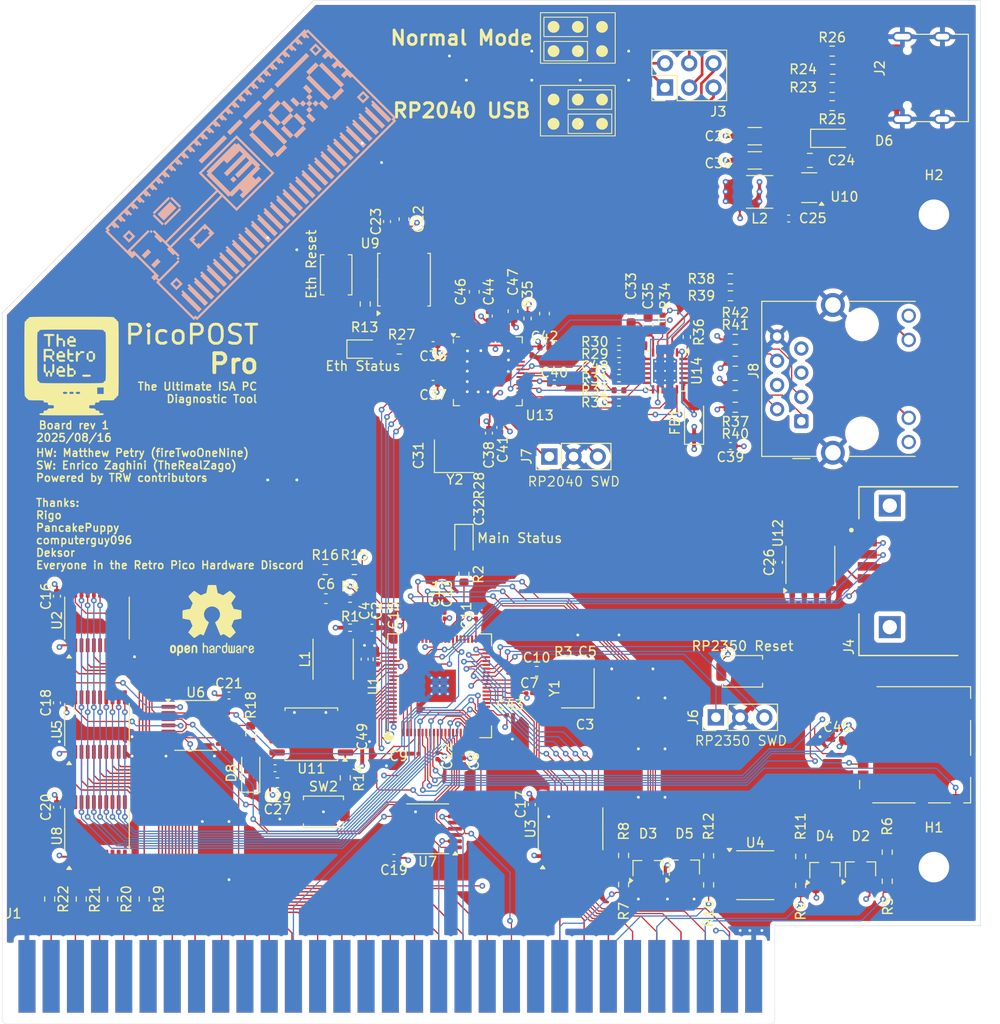
<source format=kicad_pcb>
(kicad_pcb (version 20241229) (generator "pcbnew") (generator_version "9.0")
  (layers (0 "F.Cu" jumper) (4 "In1.Cu" signal) (6 "In2.Cu" signal) (2 "B.Cu" signal) (13 "F.Paste" user) (15 "B.Paste" user) (5 "F.SilkS" user "F.Silkscreen") (7 "B.SilkS" user "B.Silkscreen") (1 "F.Mask" user) (3 "B.Mask" user) (25 "Edge.Cuts" user))
  (net 0 "")
  (net 1 "Net-(U1-VREG_AVDD)")
  (net 2 "GND")
  (net 3 "+3V3")
  (net 4 "Net-(U1-XIN)")
  (net 5 "+1V1")
  (net 6 "Net-(C5-Pad1)")
  (net 7 "Net-(U1-ADC_AVDD)")
  (net 8 "+5V")
  (net 9 "Net-(U10-SW)")
  (net 10 "Net-(U13-XIN)")
  (net 11 "Net-(C32-Pad1)")
  (net 12 "Net-(U14-VDDCR)")
  (net 13 "Net-(U13-ADC_AVDD)")
  (net 14 "Net-(D1-A)")
  (net 15 "VBUS")
  (net 16 "Net-(D8-A)")
  (net 17 "Net-(D9-A)")
  (net 18 "Net-(U14-VDD1A)")
  (net 28 "Net-(J1-RESET)")
  (net 33 "Net-(J1-BA04)")
  (net 34 "Net-(J1-BA02)")
  (net 35 "+12V")
  (net 36 "Net-(J1-BA08)")
  (net 37 "Net-(J1-BA06)")
  (net 39 "-12V")
  (net 42 "-5V")
  (net 43 "+5VL")
  (net 51 "Net-(J2-D--PadA7)")
  (net 53 "Net-(J2-D+-PadA6)")
  (net 54 "Net-(J2-CC2)")
  (net 56 "Net-(J2-CC1)")
  (net 60 "/RP2040/ETH_RXP")
  (net 61 "/RP2040/ETH_TXN")
  (net 62 "/RP2040/ETH_RXN")
  (net 63 "/RP2040/ETH_TXP")
  (net 64 "Net-(U1-VREG_LX)")
  (net 65 "Net-(U10-BST)")
  (net 66 "Net-(U1-XOUT)")
  (net 67 "Net-(U4A--)")
  (net 68 "Net-(U4B--)")
  (net 69 "Net-(R13-Pad2)")
  (net 70 "Net-(R14-Pad2)")
  (net 71 "Net-(U13-XOUT)")
  (net 72 "Net-(U14-RXD0{slash}MODE0)")
  (net 73 "Net-(U14-RXD1{slash}MODE1)")
  (net 74 "Net-(U14-RXER{slash}PHYAD0)")
  (net 75 "Net-(U14-CRS_DV{slash}MODE2)")
  (net 76 "Net-(U14-~{INT}{slash}REFCLKO)")
  (net 77 "Net-(U14-RBIAS)")
  (net 78 "Net-(U14-LED1{slash}REGOFF)")
  (net 79 "Net-(U14-LED2{slash}~{INTSEL})")
  (net 95 "Net-(U5-CE)")
  (net 96 "Net-(U6-Pad10)")
  (net 97 "Net-(U8-CE)")
  (net 115 "USB_DN")
  (net 116 "P1_USB_DN")
  (net 117 "P2_USB_DN")
  (net 121 "5VP_ADC")
  (net 122 "12VP_ADC")
  (net 123 "5VN_ADC")
  (net 124 "12VN_ADC")
  (net 125 "BA1")
  (net 126 "BA3")
  (net 127 "BD6")
  (net 128 "AEN")
  (net 129 "IOW")
  (net 130 "BA19")
  (net 131 "BA10")
  (net 132 "BD7")
  (net 133 "BD1")
  (net 134 "BA9")
  (net 135 "BD2")
  (net 136 "BA11")
  (net 137 "BA16")
  (net 138 "BA17")
  (net 139 "BD3")
  (net 140 "BA0")
  (net 141 "CLK")
  (net 142 "BD5")
  (net 143 "BA7")
  (net 144 "BA18")
  (net 145 "BA15")
  (net 146 "BD4")
  (net 147 "BA12")
  (net 148 "BD0")
  (net 149 "BA13")
  (net 150 "BA5")
  (net 151 "IOR")
  (net 152 "BA14")
  (net 154 "P2_USB_DP")
  (net 156 "P1_USB_DP")
  (net 157 "+1V1_2")
  (net 158 "USB_DP")
  (net 159 "SD_SPI_CS")
  (net 160 "SD_SPI_TX")
  (net 161 "SD_card_det")
  (net 162 "SD_SPI_RX")
  (net 163 "SD_SPI_SCK")
  (net 164 "P1_SWDIO")
  (net 165 "P1_SWCLK")
  (net 166 "P2_SWCLK")
  (net 167 "P2_SWDIO")
  (net 168 "LED2")
  (net 169 "LED1")
  (net 170 "P1_Status")
  (net 171 "P2_QSPI_SS")
  (net 172 "P1_QSPI_SS")
  (net 173 "rev_detect")
  (net 174 "BA8")
  (net 175 "BA6")
  (net 176 "BA4")
  (net 177 "BA2")
  (net 178 "P2_Status")
  (net 179 "eth_RX0")
  (net 180 "eth_RX1")
  (net 181 "eth_CRS")
  (net 182 "eth_MDIO")
  (net 183 "eth_RETCLK")
  (net 184 "pico_Reset")
  (net 185 "ISA_clk")
  (net 186 "CE_high")
  (net 187 "PD7")
  (net 188 "PA5")
  (net 189 "PA6")
  (net 190 "bus_ready_r")
  (net 191 "bus_ready_w")
  (net 192 "PD0")
  (net 193 "PA3")
  (net 194 "remote_SCL")
  (net 195 "PA2")
  (net 196 "PD1")
  (net 197 "IP_SPI_SCK")
  (net 198 "PD5")
  (net 199 "P1_QSPI_SD2")
  (net 200 "P1_QSPI_SD1")
  (net 201 "PD4")
  (net 202 "PD3")
  (net 203 "ISA_reset")
  (net 204 "PA4")
  (net 205 "PA1")
  (net 206 "P1_QSPI_SCLK")
  (net 207 "remote_SDA")
  (net 208 "PA0")
  (net 209 "P1_QSPI_SD0")
  (net 210 "IP_SPI_TX")
  (net 211 "PA7")
  (net 212 "IP_SPI_CS")
  (net 213 "CE_low")
  (net 214 "remote_IRQ")
  (net 215 "P1_QSPI_SD3")
  (net 216 "IP_SPI_RX")
  (net 217 "PD2")
  (net 218 "PD6")
  (net 219 "P2_QSPI_SD2")
  (net 220 "P2_QSPI_SD1")
  (net 221 "P2_QSPI_SD0")
  (net 222 "P2_QSPI_SCLK")
  (net 223 "P2_QSPI_SD3")
  (net 224 "eth_TX0")
  (net 225 "eth_TX1")
  (net 226 "eth_MDC")
  (net 227 "eth_TXEN")
  (footprint "Resistor_SMD:R_0603_1608Metric" (layer "F.Cu") (at 139.5245 76.962 180)
    (property "Reference" "R27")
    (property "Value" "470")
  )
  (footprint "project libraries:SW_SPST_TS-1088-xR020" (layer "F.Cu") (at 131.572 125.476)
    (property "Reference" "SW2")
    (property "Value" "P1_BS")
  )
  (footprint "Resistor_SMD:R_0402_1005Metric" (layer "F.Cu") (at 167.132 73.914 90)
    (property "Reference" "R34")
    (property "Value" "33R")
  )
  (footprint "Connector_PinHeader_2.54mm:PinHeader_1x03_P2.54mm_Vertical" (layer "F.Cu") (at 172.72 115.57 90)
    (property "Reference" "J6")
    (property "Value" "2350 SWD")
  )
  (footprint "project libraries:SW_SPST_TS-1088-xR020" (layer "F.Cu") (at 132.905901 69.177599 -90)
    (property "Reference" "Eth Reset")
    (property "Value" "P2_BS")
  )
  (footprint "Capacitor_SMD:C_0603_1608Metric" (layer "F.Cu") (at 147.3839 70.955598 90)
    (property "Reference" "C46")
    (property "Value" "4.7uF")
  )
  (footprint "Capacitor_SMD:C_0603_1608Metric" (layer "F.Cu") (at 153.924 110.744)
    (property "Reference" "C10")
    (property "Value" "4.7uF")
  )
  (footprint "Capacitor_SMD:C_0402_1005Metric" (layer "F.Cu") (at 136.652 106.172)
    (property "Reference" "C1" (hide yes))
    (property "Value" "4.7uF")
  )
  (footprint "Capacitor_SMD:C_1206_3216Metric" (layer "F.Cu") (at 176.795 54.63796)
    (property "Reference" "C28")
    (property "Value" "22uF")
  )
  (footprint "Resistor_SMD:R_0603_1608Metric" (layer "F.Cu") (at 174.244 69.596)
    (property "Reference" "R38")
    (property "Value" "332R")
  )
  (footprint "project libraries:TRW_logo" (layer "F.Cu") (at 105.156 78.74)
    (property "Reference" ".")
    (property "Value" "LOGO" (hide yes))
  )
  (footprint "Capacitor_SMD:C_0603_1608Metric" (layer "F.Cu") (at 154.7499 73.241599 90)
    (property "Reference" "C34" (hide yes))
    (property "Value" "4.7uF")
  )
  (footprint "Capacitor_SMD:C_0402_1005Metric" (layer "F.Cu") (at 135.89 109.474 90)
    (property "Reference" "C4")
    (property "Value" "4.7uF")
  )
  (footprint "Package_DFN_QFN:VQFN-24-1EP_4x4mm_P0.5mm_EP2.5x2.5mm_ThermalVias" (layer "F.Cu") (at 167.386 79.248 -90)
    (property "Reference" "U14")
    (property "Value" "LAN8720A")
  )
  (footprint "Resistor_SMD:R_0402_1005Metric" (layer "F.Cu") (at 169.672 75.692 90)
    (property "Reference" "R36")
    (property "Value" "12.1k")
  )
  (footprint "Capacitor_SMD:C_0603_1608Metric" (layer "F.Cu") (at 151.4479 72.987598 90)
    (property "Reference" "C47")
    (property "Value" "4.7uF")
  )
  (footprint "Package_SO:TSSOP-20_4.4x6.5mm_P0.65mm" (layer "F.Cu") (at 157.48 127.254 90)
    (property "Reference" "U3")
    (property "Value" "74LVC245")
  )
  (footprint "Capacitor_SMD:C_0603_1608Metric" (layer "F.Cu") (at 131.826 103.124 180)
    (property "Reference" "C6")
    (property "Value" "4.7uF")
  )
  (footprint "Capacitor_SMD:C_0402_1005Metric" (layer "F.Cu") (at 126.492 120.904)
    (property "Reference" "C29")
    (property "Value" "100nF")
  )
  (footprint "Resistor_SMD:R_0402_1005Metric" (layer "F.Cu") (at 137.16 109.474 90)
    (property "Reference" "C2")
    (property "Value" "4.7uF")
  )
  (footprint "Connector_PinHeader_2.54mm:PinHeader_1x03_P2.54mm_Vertical" (layer "F.Cu") (at 155.2579 88.227599 90)
    (property "Reference" "J7")
    (property "Value" "2040 SWD")
  )
  (footprint "Capacitor_SMD:C_0201_0603Metric" (layer "F.Cu") (at 147.574 104.902 90)
    (property "Reference" "C11")
    (property "Value" "100nF")
  )
  (footprint "Capacitor_SMD:C_0201_0603Metric" (layer "F.Cu") (at 151.125 115.325)
    (property "Reference" "C43")
    (property "Value" "100nF")
  )
  (footprint "LED_SMD:LED_0805_2012Metric" (layer "F.Cu") (at 146.304 97.028 -90)
    (property "Reference" "Main Status")
    (property "Value" "2350 Status")
  )
  (footprint "MountingHole:MountingHole_3.2mm_M3_Pad" (layer "F.Cu") (at 195.58 131.2736)
    (property "Reference" "H1")
    (property "Value" "MountingHole_Pad")
  )
  (footprint "Connector_USB:USB_C_Receptacle_G-Switch_GT-USB-7010ASV" (layer "F.Cu") (at 195.403 48.5338 90)
    (property "Reference" "J2")
    (property "Value" "USB C")
  )
  (footprint "project libraries:SW_SPST_TS-1088-xR020" (layer "F.Cu") (at 175.514 110.744)
    (property "Reference" "RP2350 Reset")
    (property "Value" "2350 Reset")
  )
  (footprint "RP2350_KiCad-main:RP2350B_QFN-80_EP_10.573x10.573_Pitch0.4mm" (layer "F.Cu") (at 143.759 112.263 90)
    (property "Reference" "U1")
    (property "Value" "RP2350B-QFN80")
  )
  (footprint "Resistor_SMD:R_0603_1608Metric" (layer "F.Cu") (at 184.912 51.435 180)
    (property "Reference" "R25")
    (property "Value" "5k1")
  )
  (footprint "Capacitor_SMD:C_0402_1005Metric" (layer "F.Cu") (at 103.632 124.996 90)
    (property "Reference" "C20")
    (property "Value" "100nF")
  )
  (footprint "Package_TO_SOT_SMD:SOT-23_Handsoldering" (layer "F.Cu") (at 184.15 131.548 90)
    (property "Reference" "D4")
    (property "Value" "BAT54S")
  )
  (footprint "Capacitor_SMD:C_0603_1608Metric" (layer "F.Cu") (at 165.608 74.422 90)
    (property "Reference" "C35")
    (property "Value" "470pF")
  )
  (footprint "Resistor_SMD:R_0603_1608Metric" (layer "F.Cu") (at 131.763 100.076 180)
    (property "Reference" "R16")
    (property "Value" "10k")
  )
  (footprint "Package_SO:SOIC-8_3.9x4.9mm_P1.27mm" (layer "F.Cu") (at 176.847 132.119)
    (property "Reference" "U4")
    (property "Value" "MCP6002-T/SN")
  )
  (footprint "Package_TO_SOT_SMD:SOT-23_Handsoldering" (layer "F.Cu") (at 165.608 131.342 90)
    (property "Reference" "D3")
    (property "Value" "BAT54S")
  )
  (footprint "Package_TO_SOT_SMD:SOT-23_Handsoldering" (layer "F.Cu") (at 187.8885 131.485 90)
    (property "Reference" "D2")
    (property "Value" "BAT54S")
  )
  (footprint "Capacitor_SMD:C_0201_0603Metric" (layer "F.Cu") (at 141.224 119.38 180)
    (property "Reference" "C9")
    (property "Value" "100nF")
  )
  (footprint "Diode_SMD:Nexperia_CFP3_SOD-123W" (layer "F.Cu") (at 123.952 121.158 90)
    (property "Reference" "D8")
    (property "Value" "red")
  )
  (footprint "Capacitor_SMD:C_0402_1005Metric" (layer "F.Cu") (at 143.0659 80.607599 180)
    (property "Reference" "C37")
    (property "Value" "100nF")
  )
  (footprint "Package_SO:TSSOP-20_4.4x6.5mm_P0.65mm" (layer "F.Cu") (at 107.827 127.3225 90)
    (property "Reference" "U8")
    (property "Value" "74LVC245")
  )
  (footprint "Resistor_SMD:R_0603_1608Metric" (layer "F.Cu") (at 106.172 134.62 -90)
    (property "Reference" "R21")
    (property "Value" "1000")
  )
  (footprint "Resistor_SMD:R_0402_1005Metric" (layer "F.Cu") (at 152.9719 73.751598 -90)
    (property "Reference" "R35")
    (property "Value" "200R")
  )
  (footprint "Resistor_SMD:R_0603_1608Metric" (layer "F.Cu") (at 190.6825 129.707 90)
    (property "Reference" "R6")
    (property "Value" "47k")
  )
  (footprint "Capacitor_SMD:C_0603_1608Metric" (layer "F.Cu") (at 126.746 122.428)
    (property "Reference" "C27")
    (property "Value" "4.7uF")
  )
  (footprint "Inductor_SMD:L_1812_4532Metric" (layer "F.Cu") (at 177.303 60.47996 180)
    (property "Reference" "L2")
    (property "Value" "3.9uH")
  )
  (footprint "Capacitor_SMD:C_0201_0603Metric" (layer "F.Cu") (at 143.256 104.902 90)
    (property "Reference" "C14")
    (property "Value" "100nF")
  )
  (footprint "Diode_SMD:D_SOD-123" (layer "F.Cu") (at 170.434 84.582 90)
    (property "Reference" "FB1")
    (property "Value" "FerriteBead")
  )
  (footprint "Capacitor_SMD:C_0402_1005Metric" (layer "F.Cu") (at 103.632 102.87 90)
    (property "Reference" "C16")
    (property "Value" "100nF")
  )
  (footprint "Resistor_SMD:R_0603_1608Metric" (layer "F.Cu") (at 184.98 47.625 180)
    (property "Reference" "R24")
    (property "Value" "27R")
  )
  (footprint "Resistor_SMD:R_0603_1608Metric" (layer "F.Cu") (at 174.244 71.374)
    (property "Reference" "R39")
    (property "Value" "332R")
  )
  (footprint "Capacitor_SMD:C_1206_3216Metric" (layer "F.Cu") (at 176.794999 57.17796)
    (property "Reference" "C30")
    (property "Value" "22uF")
  )
  (footprint "Resistor_SMD:R_0402_1005Metric" (layer "F.Cu") (at 162.56 77.47)
    (property "Reference" "R29")
    (property "Value" "10R")
  )
  (footprint "Connector_PinHeader_2.54mm:PinHeader_2x03_P2.54mm_Vertical" (layer "F.Cu") (at 167.386 49.535 90)
    (property "Reference" "J3")
    (property "Value" "USB Select")
  )
  (footprint "Inductor_SMD:L_Sunlord_SWPA4030S" (layer "F.Cu") (at 132.588 109.474 90)
    (property "Reference" "L1")
    (property "Value" "3.3uH")
  )
  (footprint "Resistor_SMD:R_0201_0603Metric" (layer "F.Cu") (at 142.8119 88.105599 -90)
    (property "Reference" "C31")
    (property "Value" "15pF")
  )
  (footprint "Capacitor_SMD:C_0402_1005Metric" (layer "F.Cu") (at 148.9079 73.495599 90)
    (property "Reference" "C44")
    (property "Value" "100nF")
  )
  (footprint "Package_SO:TSSOP-20_4.4x6.5mm_P0.65mm" (layer "F.Cu") (at 107.827 116.332 90)
    (property "Reference" "U5")
    (property "Value" "74LVC245")
  )
  (footprint "Resistor_SMD:R_0603_1608Metric" (layer "F.Cu") (at 102.87 134.62 -90)
    (property "Reference" "R22")
    (property "Value" "1000")
  )
  (footprint "Resistor_SMD:R_0603_1608Metric" (layer "F.Cu") (at 109.474 134.62 -90)
    (property "Reference" "R20")
    (property "Value" "1000")
  )
  (footprint "Capacitor_SMD:C_0402_1005Metric" (layer "F.Cu") (at 150.114 85.179599 -90)
    (property "Reference" "C41")
    (property "Value" "100nF")
  )
  (footprint "Resistor_SMD:R_0402_1005Metric" (layer "F.Cu") (at 162.56 82.55)
    (property "Reference" "R33")
    (property "Value" "1.5K")
  )
  (footprint "Capacitor_SMD:C_0402_1005Metric" (layer "F.Cu") (at 143.0659 76.543599 180)
    (property "Reference" "C36")
    (property "Value" "100nF")
  )
  (footprint "Resistor_SMD:R_0603_1608Metric" (layer "F.Cu") (at 133.858 121.92 -90)
    (property "Reference" "R14")
    (property "Value" "1k")
  )
  (footprint "Capacitor_SMD:C_0201_0603Metric" (layer "F.Cu") (at 139.954 104.902 90)
    (property "Reference" "C15")
    (property "Value" "100nF")
  )
  (footprint "Resistor_SMD:R_0603_1608Metric" (layer "F.Cu") (at 174.752 83.058)
    (property "Reference" "R40")
    (property "Value" "49.9")
  )
  (footprint "Capacitor_SMD:C_0402_1005Metric" (layer "F.Cu") (at 121.666 113.284 180)
    (property "Reference" "C21")
    (property "Value" "100nF")
  )
  (footprint "Package_DFN_QFN:QFN-56-1EP_7x7mm_P0.4mm_EP3.2x3.2mm" (layer "F.Cu") (at 148.806 79.286)
    (property "Reference" "U13")
    (property "Value" "RP2040")
  )
  (footprint "Resistor_SMD:R_0603_1608Metric" (layer "F.Cu") (at 181.61 133.198 90)
    (property "Reference" "R9")
    (property "Value" "100k")
  )
  (footprint "Resistor_SMD:R_0201_0603Metric" (layer "F.Cu") (at 147.8919 87.531599 90)
    (property "Reference" "R28")
    (property "Value" "1K")
  )
  (footprint "Package_SO:SOIC-8_5.3x5.3mm_P1.27mm" (layer "F.Cu") (at 130.302 117.348 180)
    (property "Reference" "U11")
    (property "Value" "W25Q32JVSS")
  )
  (footprint "Resistor_SMD:R_0603_1608Metric" (layer "F.Cu") (at 112.776 134.62 -90)
    (property "Reference" "R19")
    (property "Value" "1000")
  )
  (footprint "IDEcardedge:BUS_IDE8" (layer "F.Cu") (at 176.6824 142.7226)
    (property "Reference" "J1")
    (property "Value" "PCB_Finger_ISA_8bit")
  )
  (footprint "Capacitor_SMD:C_0603_1608Metric" (layer "F.Cu") (at 163.83 73.406 90)
    (property "Reference" "C33")
    (property "Value" "1uF")
  )
  (footprint "Resistor_SMD:R_0603_1608Metric" (layer "F.Cu") (at 146.304 100.584 90)
    (property "Reference" "R2")
    (property "Value" "470")
  )
  (footprint "Capacitor_SMD:C_0402_1005Metric" (layer "F.Cu") (at 174.244 87.122 180)
    (property "Reference" "C39")
    (property "Value" "100nF")
  )
  (footprint "LED_SMD:LED_0805_2012Metric" (layer "F.Cu") (at 135.7145 76.962)
    (property "Reference" "Eth Status")
    (property "Value" "2040 Status")
  )
  (footprint "Capacitor_SMD:C_0402_1005Metric" (layer "F.Cu") (at 148.925 85.775 -90)
    (property "Reference" "C38")
    (property "Value" "100nF")
  )
  (footprint "Capacitor_SMD:C_0201_0603Metric" (layer "F.Cu") (at 153.162 113.03)
    (property "Reference" "C7")
    (property "Value" "100nF")
  )
  (footprint "Resistor_SMD:R_0603_1608Metric" (layer "F.Cu") (at 163.044 130.048 90)
    (property "Reference" "R8")
    (property "Value" "12k")
  )
  (footprint "Capacitor_SMD:C_0402_1005Metric" (layer "F.Cu") (at 155.775 80.575)
    (property "Reference" "C40")
    (property "Value" "100nF")
  )
  (footprint "Package_SO:TSSOP-14_4.4x5mm_P0.65mm" (layer "F.Cu") (at 142.494 127.254 180)
    (property "Reference" "U7")
    (property "Value" "74LVC02")
  )
  (footprint "Capacitor_SMD:C_0805_2012Metric" (layer "F.Cu") (at 182.570999 57.177959 180)
    (property "Reference" "C24")
    (property "Value" "10uF")
  )
  (footprint "Capacitor_SMD:C_0201_0603Metric" (layer "F.Cu") (at 144.272 104.902 90)
    (property "Reference" "C13")
    (property "Value" "100nF")
  )
  (footprint "Resistor_SMD:R_0201_0603Metric" (layer "F.Cu") (at 159.004 115.316)
    (property "Reference" "C3")
    (property "Value" "15pF")
  )
  (footprint "Resistor_SMD:R_0402_1005Metric" (layer "F.Cu") (at 162.56 81.28)
    (property "Reference" "R32")
    (property "Value" "10R")
  )
  (footprint "Capacitor_SMD:C_0402_1005Metric" (layer "F.Cu") (at 185.42 117.856 180)
    (property "Reference" "C45")
    (property "Value" "100nF")
  )
  (footprint "Package_SO:SOIC-8_3.9x4.9mm_P1.27mm" (layer "F.Cu") (at 182.626 99.581 90)
    (property "Reference" "U12")
    (property "Value" "24LC01")
  )
  (footprint "Resistor_SMD:R_0603_1608Metric" (layer "F.Cu") (at 171.958 133.135 90)
    (property "Reference" "R10")
    (property "Value" "330k")
  )
  (footprint "Symbol:OSHW-Logo2_9.8x8mm_SilkScreen" (layer "F.Cu") (at 119.888 105.41)
    (property "Reference" "REF**" (hide yes))
    (property "Value" "OSHW-Logo2_9.8x8mm_SilkScreen" (hide yes))
  )
  (footprint "Resistor_SMD:R_0402_1005Metric" (layer "F.Cu") (at 134.366 106.172)
    (property "Reference" "R1")
    (property "Value" "33R")
  )
  (footprint "Package_TO_SOT_SMD:TSOT-23-6" (layer "F.Cu") (at 182.504501 60.037961 180)
    (property "Reference" "U10")
    (property "Value" "AP63203WU")
  )
  (footprint "Capacitor_SMD:C_0402_1005Metric" (layer "F.Cu") (at 138.966 130.302)
    (property "Reference" "C19")
    (property "Value" "100nF")
  )
  (footprint "Resistor_SMD:R_0603_1608Metric" (layer "F.Cu") (at 181.61 130.15 90)
    (property "Reference" "R11")
    (property "Value" "47k")
  )
  (footprint "Package_SO:TSSOP-14_4.4x5mm_P0.65mm" (layer "F.Cu") (at 118.1785 116.414)
    (property "Reference" "U6")
    (property "Value" "74LVC02")
  )
  (footprint "Diode_SMD:Nexperia_CFP3_SOD-123W" (layer "F.Cu") (at 184.912 54.864)
    (property "Reference" "D6")
    (property "Value" "PMEG60T20ELR")
  )
  (footprint "Resistor_SMD:R_0603_1608Metric" (layer "F.Cu") (at 184.912 45.72)
    (property "Reference" "R26")
    (property "Value" "5k1")
  )
  (footprint "Resistor_SMD:R_0402_1005Metric" (layer "F.Cu") (at 134.366 103.124 180)
    (property "Reference" "R4")
    (property "Value" "200R")
  )
  (footprint "Resistor_SMD:R_0201_0603Metric" (layer "F.Cu") (at 157.226 109.728 180)
    (property "Reference" "R3")
    (property "Value" "1K")
  )
  (footprint "Capacitor_SMD:C_0402_1005Metric" (layer "F.Cu") (at 103.632 114.046 90)
    (property "Reference" "C18")
    (property "Value" "100nF")
  )
  (footprint "Resistor_SMD:R_0402_1005Metric" (layer "F.Cu") (at 162.56 80.01)
    (property "Reference" "R31")
    (property "Value" "10R")
  )
  (footprint "Resistor_SMD:R_0603_1608Metric" (layer "F.Cu") (at 190.6825 132.755 90)
    (property "Reference" "R5")
    (property "Value" "39k")
  )
  (footprint "Resistor_SMD:R_0603_1608Metric" (layer "F.Cu") (at 174.752 78.232)
    (property "Reference" "R42")
    (property "Value" "49.9")
  )
  (footprint "Capacitor_SMD:C_0402_1005Metric" (layer "F.Cu") (at 154.7499 76.797599)
    (property "Reference" "C42")
    (property "Value" "100nF")
  )
  (footprint "Capacitor_SMD:C_0402_1005Metric" (layer "F.Cu") (at 162.588 78.74 180)
    (property "Reference" "C48")
    (property "Value" "100nF")
  )
  (footprint "Resistor_SMD:R_0603_1608Metric" (layer "F.Cu") (at 134.810999 100.076 180)
    (property "Reference" "R15")
    (property "Value" "47k")
  )
  (footprint "Resistor_SMD:R_0603_1608Metric" (layer "F.Cu") (at 163.044 133.096 90)
    (property "Reference" "R7")
    (property "Value" "47k")
  )
  (footprint "Package_SO:TSSOP-20_4.4x6.5mm_P0.65mm" (layer "F.Cu") (at 107.827 105.156 90)
    (property "Reference" "U2")
    (property "Value" "74LVC245")
  )
  (footprint "Resistor_SMD:R_0603_1608Metric" (layer "F.Cu") (at 184.912 49.53 180)
    (property "Reference" "R23")
    (property "Value" "27R")
  )
  (footprint "Package_SO:SOIC-8_5.3x5.3mm_P1.27mm" (layer "F.Cu") (at 140.0179 69.685599 90)
    (property "Reference" "U9")
    (property "Value" "W25Q32JVSS")
  )
  (footprint "Package_TO_SOT_SMD:SOT-23_Handsoldering" (layer "F.Cu") (at 169.418 131.294 90)
    (property "Reference" "D5")
    (property "Value" "BAT54S")
  )
  (footprint "Capacitor_SMD:C_0402_1005Metric" (layer "F.Cu") (at 179.324 99.314 -90)
    (property "Reference" "C26")
    (property "Value" "100nF")
  )
  (footprint "Capacitor_SMD:C_0603_1608Metric" (layer "F.Cu") (at 140.0179 63.335599 90)
    (property "Reference" "C22")
    (property "Value" "4.7uF")
  )
  (footprint "Resistor_SMD:R_0603_1608Metric" (layer "F.Cu") (at 171.958 130.087 90)
    (property "Reference" "R12")
    (property "Value" "68k")
  )
  (footprint "Crystal:Crystal_SMD_Abracon_ABM8G-4Pin_3.2x2.5mm" (layer "F.Cu") (at 158.242 112.522 90)
    (property "Reference" "Y1")
    (property "Value" "12MHz")
  )
  (footprint "Resistor_SMD:R_0201_0603Metric" (layer "F.Cu") (at 159.004 109.728)
    (property "Reference" "C5")
    (property "Value" "15pF")
  )
  (footprint "Connector_RJ:RJ45_Hanrun_HR911105A_Horizontal" (layer "F.Cu") (at 181.6784 84.5218 90)
    (property "Reference" "J8")
    (property "Value" "RJ45_Hanrun_HR911105A_Horizontal")
  )
  (footprint "Connector_Card:microSD_HC_Molex_104031-0811" (layer "F.Cu") (at 193.61 118.466 90)
    (property "Reference" "J5" (hide yes))
    (property "Value" "MicroSD")
  )
  (footprint "Resistor_SMD:R_0201_0603Metric" (layer "F.Cu") (at 147.8919 89.055599 -90)
    (property "Reference" "C32")
    (property "Value" "15pF")
  )
  (footprint "Capacitor_SMD:C_0201_0603Metric" (layer "F.Cu") (at 143.51 119.634 -90)
    (property "Reference" "C12")
    (property "Value" "100nF")
  )
  (footprint "Resistor_SMD:R_0603_1608Metric" (layer "F.Cu") (at 174.752 75.946)
    (property "Reference" "R41")
    (property "Value" "49.9")
  )
  (footprint "MountingHole:MountingHole_3.2mm_M3_Pad" (layer "F.Cu") (at 195.58 62.8736)
    (property "Reference" "H2")
    (property "Value" "MountingHole_Pad")
  )
  (footprint "Resistor_SMD:R_0603_1608Metric" (layer "F.Cu") (at 135.953901 72.225599 90)
    (property "Reference" "R13")
    (property "Value" "1k")
  )
  (footprint "Resistor_SMD:R_0603_1608Metric" (layer "F.Cu") (at 123.952 117.285 90)
    (property "Reference" "R18")
    (property "Value" "330")
  )
  (footprint "eec:Molex-47080-4001-0-0-0" (layer "F.Cu") (at 193.5734 100.2414 90)
    (property "Reference" "J4")
    (property "Value" "Remote SATA Connector" (hide yes))
  )
  (footprint "Capacitor_SMD:C_0402_1005Metric" (layer "F.Cu") (at 153.416 124.714 90)
    (property "Reference" "C17")
    (property "Value" "100nF")
  )
  (footprint "Capacitor_SMD:C_0402_1005Metric" (layer "F.Cu") (at 138.2399 63.589599 90)
    (property "Reference" "C23")
    (property "Value" "100nF")
  )
  (footprint "Capacitor_SMD:C_0201_0603Metric" (layer "F.Cu") (at 136.652 117.003 -90)
    (property "Reference" "C49")
    (property "Value" "100nF")
  )
  (footprint "Capacitor_SMD:C_0201_0603Metric" (layer "F.Cu") (at 146.304 120.175 -90)
    (property "Reference" "C8")
    (property "Value" "100nF")
  )
  (footprint "Resistor_SMD:R_0402_1005Metric" (layer "F.Cu") (at 162.56 76.2)
    (property "Reference" "R30")
    (property "Value" "10R")
  )
  (footprint "Resistor_SMD:R_0603_1608Metric" (layer "F.Cu") (at 174.752 80.772)
    (property "Reference" "R37")
    (property "Value" "49.9")
  )
  (footprint "Capacitor_SMD:C_0402_1005Metric" (layer "F.Cu") (at 180.351 63.27396)
    (property "Reference" "C25")
    (property "Value" "100nF")
  )
  (footprint "Crystal:Crystal_SMD_Abracon_ABM8G-4Pin_3.2x2.5mm" (layer "F.Cu") (at 145.2679 88.193599)
    (property "Reference" "Y2")
    (property "Value" "12MHz")
  )
  (footprint "project libraries:picopost_logo" (layer "B.Cu") (at 123.952 58.674 -135)
    (property "Reference" ".")
    (property "Value" "LOGO" (hide yes))
  )
  (gr_rect (start 154.322 41.69) (end 162.162 46.99) (stroke (width 0.1)) (fill no) (layer "F.SilkS"))
  (gr_circle (center 160.782 45.72) (end 161.29 45.974) (stroke (width 0.1)) (fill yes) (layer "F.SilkS"))
  (gr_circle (center 158.242 45.72) (end 158.75 45.974) (stroke (width 0.1)) (fill yes) (layer "F.SilkS"))
  (gr_rect (start 157.226 49.784) (end 161.798 51.816) (stroke (width 0.1)) (fill no) (layer "F.SilkS"))
  (gr_circle (center 160.782 43.18) (end 161.29 43.434) (stroke (width 0.1)) (fill yes) (layer "F.SilkS"))
  (gr_rect (start 154.686 44.704) (end 159.258 46.736) (stroke (width 0.1)) (fill no) (layer "F.SilkS"))
  (gr_circle (center 158.242 43.18) (end 158.75 43.434) (stroke (width 0.1)) (fill yes) (layer "F.SilkS"))
  (gr_circle (center 160.782 50.8) (end 161.29 51.054) (stroke (width 0.1)) (fill yes) (layer "F.SilkS"))
  (gr_circle (center 160.782 53.34) (end 161.29 53.594) (stroke (width 0.1)) (fill yes) (layer "F.SilkS"))
  (gr_circle (center 155.702 45.72) (end 156.21 45.974) (stroke (width 0.1)) (fill yes) (layer "F.SilkS"))
  (gr_circle (center 155.702 53.34) (end 156.21 53.594) (stroke (width 0.1)) (fill yes) (layer "F.SilkS"))
  (gr_circle (center 155.702 50.8) (end 156.21 51.054) (stroke (width 0.1)) (fill yes) (layer "F.SilkS"))
  (gr_circle (center 158.242 50.8) (end 158.75 51.054) (stroke (width 0.1)) (fill yes) (layer "F.SilkS"))
  (gr_rect (start 157.226 52.324) (end 161.798 54.356) (stroke (width 0.1)) (fill no) (layer "F.SilkS"))
  (gr_circle (center 155.702 43.18) (end 156.21 43.434) (stroke (width 0.1)) (fill yes) (layer "F.SilkS"))
  (gr_rect (start 154.322 49.31) (end 162.162 54.61) (stroke (width 0.1)) (fill no) (layer "F.SilkS"))
  (gr_rect (start 154.686 42.164) (end 159.258 44.196) (stroke (width 0.1)) (fill no) (layer "F.SilkS"))
  (gr_circle (center 158.242 53.34) (end 158.75 53.594) (stroke (width 0.1)) (fill yes) (layer "F.SilkS"))
  (gr_line (start 97.89521 147.2148) (end 97.89521 109.27081) (stroke (width 0.0381)) (layer "Edge.Cuts"))
  (gr_line (start 130.556 40.386) (end 97.89521 73.152) (stroke (width 0.05)) (layer "Edge.Cuts"))
  (gr_arc (start 178.8922 147.2184) (mid 178.74341 147.57761) (end 178.3842 147.7264) (stroke (width 0.0381)) (layer "Edge.Cuts"))
  (gr_arc (start 98.40321 147.72279) (mid 98.044 147.574) (end 97.89521 147.21479) (stroke (width 0.0381)) (layer "Edge.Cuts"))
  (gr_line (start 200.4568 137.41761) (end 200.4568 40.386) (stroke (width 0.05)) (layer "Edge.Cuts"))
  (gr_line (start 98.4032 147.72279) (end 178.3842 147.7264) (stroke (width 0.0381)) (layer "Edge.Cuts"))
  (gr_line (start 200.4568 40.386) (end 130.556 40.386) (stroke (width 0.05)) (layer "Edge.Cuts"))
  (gr_line (start 178.8922 137.41761) (end 178.8922 147.2184) (stroke (width 0.0381)) (layer "Edge.Cuts"))
  (gr_line (start 97.89521 73.152) (end 97.89521 109.27081) (stroke (width 0.05)) (layer "Edge.Cuts"))
  (gr_line (start 178.8922 137.41761) (end 200.4568 137.41761) (stroke (width 0.05)) (layer "Edge.Cuts"))
  (gr_text "Board rev 1\n2025/08/16" (at 105.41 85.598 0) (layer "F.SilkS") (effects (font (size 0.8128 0.8128) (thickness 0.1524))))
  (gr_text "RP2040 SWD" (at 152.908 91.44 0) (layer "F.SilkS") (effects (font (size 1 1) (thickness 0.125)) (justify left bottom)))
  (gr_text "Pro" (at 124.968 78.486 0) (layer "F.SilkS") (effects (font (size 2 2) (thickness 0.4) (bold yes)) (justify right)))
  (gr_text "RP2040 USB" (at 138.684 52.832 0) (layer "F.SilkS") (effects (font (size 1.5 1.5) (thickness 0.3) (bold yes)) (justify left bottom)))
  (gr_text "The Ultimate ISA PC\nDiagnostic Tool" (at 124.714 81.534 0) (layer "F.SilkS") (effects (font (size 0.8128 0.8128) (thickness 0.1524)) (justify right)))
  (gr_text "HW: Matthew Petry (fireTwoOneNine)\nSW: Enrico Zaghini (TheRealZago)\nPowered by TRW contributors\n\nThanks:\nRigo\nPancakePuppy\ncomputerguy096\nDeksor\nEveryone in the Retro Pico Hardware Discord" (at 101.346 93.726 0) (layer "F.SilkS") (effects (font (size 0.8128 0.8128) (thickness 0.1524)) (justify left)))
  (gr_text "PicoPOST\n" (at 124.968 75.438 0) (layer "F.SilkS") (effects (font (size 2 2) (thickness 0.3)) (justify right)))
  (gr_text "RP2350 SWD" (at 170.434 118.618 0) (layer "F.SilkS") (effects (font (size 1 1) (thickness 0.125)) (justify left bottom)))
  (gr_text "Normal Mode" (at 138.43 45.212 0) (layer "F.SilkS") (effects (font (size 1.5 1.5) (thickness 0.3) (bold yes)) (justify left bottom)))
  (segment (start 138.435 108.463) (end 137.16 107.188) (width 0.15) (layer "F.Cu") (net 1))
  (segment (start 134.876 106.172) (end 136.172 106.172) (width 0.4) (layer "F.Cu") (net 1))
  (segment (start 136.906 107.188) (end 136.172 106.454) (width 0.15) (layer "F.Cu") (net 1))
  (segment (start 138.8625 108.463) (end 138.435 108.463) (width 0.15) (layer "F.Cu") (net 1))
  (segment (start 137.16 107.188) (end 136.906 107.188) (width 0.15) (layer "F.Cu") (net 1))
  (segment (start 136.172 106.454) (end 136.172 106.172) (width 0.15) (layer "F.Cu") (net 1))
  (segment (start 146.304 120.495) (end 146.713 120.904) (width 0.4) (layer "F.Cu") (net 2))
  (segment (start 138.862501 108.863) (end 137.261001 108.863) (width 0.15) (layer "F.Cu") (net 2))
  (segment (start 181.621 57.177959) (end 181.621 58.833963) (width 0.4) (layer "F.Cu") (net 2))
  (segment (start 155.205 125.973) (end 155.194 125.984) (width 0.2) (layer "F.Cu") (net 2))
  (segment (start 161.718 78.35) (end 160.675 78.35) (width 0.2) (layer "F.Cu") (net 2))
  (segment (start 153.67 113.03) (end 154.178 113.538) (width 0.4) (layer "F.Cu") (net 2))
  (segment (start 111.76 109.0265) (end 111.76 109.22) (width 0.4) (layer "F.Cu") (net 2))
  (segment (start 139.6315 125.304) (end 141.052 125.304) (width 0.2) (layer "F.Cu") (net 2))
  (segment (start 139.446 119.38) (end 138.176 120.65) (width 0.4) (layer "F.Cu") (net 2))
  (segment (start 110.752 108.0185) (end 111.76 109.0265) (width 0.4) (layer "F.Cu") (net 2))
  (segment (start 155.205 124.3915) (end 155.205 125.973) (width 0.2) (layer "F.Cu") (net 2))
  (segment (start 141.052 125.304) (end 141.224 125.476) (width 0.2) (layer "F.Cu") (net 2))
  (segment (start 119.38 114.901792) (end 119.38 114.554) (width 0.4) (layer "F.Cu") (net 2))
  (segment (start 146.894 125.304) (end 147.32 125.73) (width 0.4) (layer "F.Cu") (net 2))
  (segment (start 136.652 117.323) (end 136.652 117.856) (width 0.4) (layer "F.Cu") (net 2))
  (segment (start 137.130001 108.994) (end 137.16 108.964001) (width 0.15) (layer "F.Cu") (net 2))
  (segment (start 143.256 104.582) (end 144.272 104.582) (width 0.4) (layer "F.Cu") (net 2))
  (segment (start 139.954 104.582) (end 139.004 104.582) (width 0.4) (layer "F.Cu") (net 2))
  (segment (start 140.904 119.38) (end 139.446 119.38) (width 0.4) (layer "F.Cu") (net 2))
  (segment (start 110.752 119.1945) (end 111.1915 119.634) (width 0.4) (layer "F.Cu") (net 2))
  (segment (start 162.108 78.74) (end 161.718 78.35) (width 0.2) (layer "F.Cu") (net 2))
  (segment (start 143.576 119.954) (end 143.51 119.954) (width 0.4) (layer "F.Cu") (net 2))
  (segment (start 135.89 108.994) (end 137.130001 108.994) (width 0.15) (layer "F.Cu") (net 2))
  (segment (start 183.896 117.856) (end 183.642 117.602) (width 0.4) (layer "F.Cu") (net 2))
  (segment (start 151.445 115.325) (end 151.445 117.795) (width 0.4) (layer "F.Cu") (net 2))
  (segment (start 153.482 113.03) (end 153.67 113.03) (width 0.4) (layer "F.Cu") (net 2))
  (segment (start 181.621 58.833963) (end 181.367001 59.087962) (width 0.4) (layer "F.Cu") (net 2))
  (segment (start 145.3565 125.304) (end 146.894 125.304) (width 0.4) (layer "F.Cu") (net 2))
  (segment (start 111.1915 119.634) (end 111.506 119.634) (width 0.4) (layer "F.Cu") (net 2))
  (segment (start 144.018 120.396) (end 143.576 119.954) (width 0.4) (layer "F.Cu") (net 2))
  (segment (start 139.004 104.582) (end 138.684 104.902) (width 0.4) (layer "F.Cu") (net 2))
  (segment (start 136.652 117.856) (end 136.398 118.11) (width 0.4) (layer "F.Cu") (net 2))
  (segment (start 183.896 117.856) (end 184.94 117.856) (width 0.4) (layer "F.Cu") (net 2))
  (segment (start 120.242208 115.764) (end 119.38 114.901792) (width 0.4) (layer "F.Cu") (net 2))
  (segment (start 146.713 120.904) (end 147.32 120.904) (width 0.4) (layer "F.Cu") (net 2))
  (segment (start 137.261001 108.863) (end 137.16 108.964001) (width 0.15) (layer "F.Cu") (net 2))
  (segment (start 151.384 117.856) (end 151.445 117.795) (width 0.4) (layer "F.Cu") (net 2))
  (segment (start 121.041 115.764) (end 120.242208 115.764) (width 0.4) (layer "F.Cu") (net 2))
  (via (at 147.8 81.45) (size 0.6) (drill 0.3) (layers "F.Cu" "B.Cu") (net 2))
  (via (at 155.194 125.984) (size 0.6) (drill 0.3) (layers "F.Cu" "B.Cu") (net 2))
  (via (at 146.558 48.768) (size 0.6) (drill 0.3) (layers "F.Cu" "B.Cu") (net 2))
  (via (at 150.95 77.15) (size 0.6) (drill 0.3) (layers "F.Cu" "B.Cu") (net 2))
  (via (at 158.242 106.934) (size 0.6) (drill 0.3) (layers "F.Cu" "B.Cu") (net 2))
  (via (at 147.32 120.904) (size 0.6) (drill 0.3) (layers "F.Cu" "B.Cu") (net 2))
  (via (at 159.45 79.9) (size 0.6) (drill 0.3) (layers "F.Cu" "B.Cu") (net 2))
  (via (at 128.778 90.678) (size 0.6) (drill 0.3) (layers "F.Cu" "B.Cu") (net 2))
  (via (at 177.546 137.922) (size 0.6) (drill 0.3) (layers "F.Cu" "B.Cu") (net 2))
  (via (at 158.496 53.34) (size 0.6) (drill 0.3) (layers "F.Cu" "B.Cu") (net 2))
  (via (at 143.256 103.632) (size 0.6) (drill 0.3) (layers "F.Cu" "B.Cu") (net 2))
  (via (at 175.26 137.922) (size 0.6) (drill 0.3) (layers "F.Cu" "B.Cu") (net 2))
  (via (at 141.224 125.476) (size 0.6) (drill 0.3) (layers "F.Cu" "B.Cu") (net 2))
  (via (at 120.142 119.634) (size 0.6) (drill 0.3) (layers "F.Cu" "B.Cu") (net 2))
  (via (at 151.384 117.856) (size 0.6) (drill 0.3) (layers "F.Cu" "B.Cu") (net 2))
  (via (at 167.386 118.872) (size 0.6) (drill 0.3) (layers "F.Cu" "B.Cu") (net 2))
  (via (at 131.572 125.476) (size 0.6) (drill 0.3) (layers "F.Cu" "B.Cu") (net 2))
  (via (at 136.975 105.05) (size 0.6) (drill 0.3) (layers "F.Cu" "B.Cu") (net 2))
  (via (at 111.506 117.602) (size 0.6) (drill 0.3) (layers "F.Cu" "B.Cu") (net 2))
  (via (at 148.825 81.45) (size 0.6) (drill 0.3) (layers "F.Cu" "B.Cu") (net 2))
  (via (at 125.73 90.678) (size 0.6) (drill 0.3) (layers "F.Cu" "B.Cu") (net 2))
  (via (at 127 126.238) (size 0.6) (drill 0.3) (layers "F.Cu" "B.Cu") (net 2))
  (via (at 153.416 45.72) (size 0.6) (drill 0.3) (layers "F.Cu" "B.Cu") (net 2))
  (via (at 167.386 113.538) (size 0.6) (drill 0.3) (layers "F.Cu" "B.Cu") (net 2))
  (via (at 153.416 48.768) (size 0.6) (drill 0.3) (layers "F.Cu" "B.Cu") (net 2))
  (via (at 136.398 118.11) (size 0.6) (drill 0.3) (layers "F.Cu" "B.Cu") (net 2))
  (via (at 176.276 137.922) (size 0.6) (drill 0.3) (layers "F.Cu" "B.Cu") (net 2))
  (via (at 111.506 119.634) (size 0.6) (drill 0.3) (layers "F.Cu" "B.Cu") (net 2))
  (via (at 118.872 126.492) (size 0.6) (drill 0.3) (layers "F.Cu" "B.Cu") (net 2))
  (via (at 163.576 48.768) (size 0.6) (drill 0.3) (layers "F.Cu" "B.Cu") (net 2))
  (via (at 136.925 108.05) (size 0.6) (drill 0.3) (layers "F.Cu" "B.Cu") (net 2))
  (via (at 146.65 79.275) (size 0.6) (drill 0.3) (layers "F.Cu" "B.Cu") (net 2))
  (via (at 111.76 109.22) (size 0.6) (drill 0.3) (layers "F.Cu" "B.Cu") (net 2))
  (via (at 146.65 78.25) (size 0.6) (drill 0.3) (layers "F.Cu" "B.Cu") (net 2))
  (via (at 135.636 55.372) (size 0.6) (drill 0.3) (layers "F.Cu" "B.Cu") (net 2))
  (via (at 121.666 132.588) (size 0.6) (drill 0.3) (layers "F.Cu" "B.Cu") (net 2))
  (via (at 125.73 65.278) (size 0.6) (drill 0.3) (layers "F.Cu" "B.Cu") (net 2))
  (via (at 167.64 134.62) (size 0.6) (drill 0.3) (layers "F.Cu" "B.Cu") (net 2))
  (via (at 161.798 110.49) (size 0.6) (drill 0.3) (layers "F.Cu" "B.Cu") (net 2))
  (via (at 144.78 46.228) (size 0.6) (drill 0.3) (layers "F.Cu" "B.Cu") (net 2))
  (via (at 159 80.575) (size 0.6) (drill 0.3) (layers "F.Cu" "B.Cu") (net 2))
  (via (at 115.062 119.634) (size 0.6) (drill 0.3) (layers "F.Cu" "B.Cu") (net 2))
  (via (at 170.434 134.62) (size 0.6) (drill 0.3) (layers "F.Cu" "B.Cu") (net 2))
  (via (at 121.666 126.492) (size 0.6) (drill 0.3) (layers "F.Cu" "B.Cu") (net 2))
  (via (at 163.576 45.72) (size 0.6) (drill 0.3) (layers "F.Cu" "B.Cu") (net 2))
  (via (at 146.675 77.15) (size 0.6) (drill 0.3) (layers "F.Cu" "B.Cu") (net 2))
  (via (at 131.826 115.062) (size 0.6) (drill 0.3) (layers "F.Cu" "B.Cu") (net 2))
  (via (at 144.018 120.396) (size 0.6) (drill 0.3) (layers "F.Cu" "B.Cu") (net 2))
  (via (at 103.886 116.84) (size 0.6) (drill 0.3) (layers "F.Cu" "B.Cu") (net 2))
  (via (at 135.875 108.025) (size 0.6) (drill 0.3) (layers "F.Cu" "B.Cu") (net 2))
  (via (at 158.496 45.72) (size 0.6) (drill 0.3) (layers "F.Cu" "B.Cu") (net 2))
  (via (at 138.176 120.65) (size 0.6) (drill 0.3) (layers "F.Cu" "B.Cu") (net 2))
  (via (at 164.592 123.952) (size 0.6) (drill 0.3) (layers "F.Cu" "B.Cu") (net 2))
  (via (at 162.56 106.934) (size 0.6) (drill 0.3) (layers "F.Cu" "B.Cu") (net 2))
  (via (at 166.116 110.49) (size 0.6) (drill 0.3) (layers "F.Cu" "B.Cu") (net 2))
  (via (at 164.592 134.62) (size 0.6) (drill 0.3) (layers "F.Cu" "B.Cu") (net 2))
  (via (at 103.886 118.11) (size 0.6) (drill 0.3) (layers "F.Cu" "B.Cu") (net 2))
  (via (at 144.018 103.632) (size 0.6) (drill 0.3) (layers "F.Cu" "B.Cu") (net 2))
  (via (at 164.592 118.872) (size 0.6) (drill 0.3) (layers "F.Cu" "B.Cu") (net 2))
  (via (at 146.65 81.425) (size 0.6) (drill 0.3) (layers "F.Cu" "B.Cu") (net 2))
  (via (at 167.386 123.952) (size 0.6) (drill 0.3) (layers "F.Cu" "B.Cu") (net 2))
  (via (at 137.668 57.404) (size 0.6) (drill 0.3) (layers "F.Cu" "B.Cu") (net 2))
  (via (at 183.642 117.602) (size 0.6) (drill 0.3) (layers "F.Cu" "B.Cu") (net 2))
  (via (at 158.496 48.768) (size 0.6) (drill 0.3) (layers "F.Cu" "B.Cu") (net 2))
  (via (at 146.65 80.375) (size 0.6) (drill 0.3) (layers "F.Cu" "B.Cu") (net 2))
  (via (at 164.592 113.538) (size 0.6) (drill 0.3) (layers "F.Cu" "B.Cu") (net 2))
  (via (at 128.778 66.548) (size 0.6) (drill 0.3) (layers "F.Cu" "B.Cu") (net 2))
  (via (at 150.95 79.3) (size 0.6) (drill 0.3) (layers "F.Cu" "B.Cu") (net 2))
  (via (at 148.075 77.125) (size 0.6) (drill 0.3) (layers "F.Cu" "B.Cu") (net 2))
  (via (at 160.675 78.35) (size 0.6) (drill 0.3) (layers "F.Cu" "B.Cu") (net 2))
  (via (at 128.524 115.062) (size 0.6) (drill 0.3) (layers "F.Cu" "B.Cu") (net 2))
  (via (at 150.975 78.1) (size 0.6) (drill 0.3) (layers "F.Cu" "B.Cu") (net 2))
  (segment (start 152.842 113.472) (end 152.908 113.538) (width 0.127) (layer "F.Cu") (net 3))
  (segment (start 136.301 116.683) (end 136.652 116.683) (width 0.4) (layer "F.Cu") (net 3))
  (segment (start 173.117 83.058) (end 172.875 83.3) (width 0.2) (layer "F.Cu") (net 3))
  (segment (start 148.655499 112.863) (end 150.643 112.863) (width 0.127) (layer "F.Cu") (net 3))
  (segment (start 134.875999 103.124) (end 134.875999 102.363999) (width 0.127) (layer "F.Cu") (net 3))
  (segment (start 139.954 105.222) (end 139.954 107.3615) (width 0.127) (layer "F.Cu") (net 3))
  (segment (start 148.925 84.682499) (end 148.925 84.85) (width 0.19) (layer "F.Cu") (net 3))
  (segment (start 153.416 123.841) (end 153.15 123.575) (width 0.2) (layer "F.Cu") (net 3))
  (segment (start 185.9 117.856) (end 186.315 118.271) (width 0.4) (layer "F.Cu") (net 3))
  (segment (start 139.6315 130.1165) (end 139.446 130.302) (width 0.2) (layer "F.Cu") (net 3))
  (segment (start 154.2699 76.797599) (end 154.2699 76.3699) (width 0.19) (layer "F.Cu") (net 3))
  (segment (start 153.7385 130.1165) (end 153.67 130.048) (width 0.4) (layer "F.Cu") (net 3))
  (segment (start 173.927 75.946) (end 173.221 75.946) (width 0.2) (layer "F.Cu") (net 3))
  (segment (start 152.9719 73.241599) (end 152.9719 72.4281) (width 0.19) (layer "F.Cu") (net 3))
  (segment (start 175.622 87.122) (end 175.65 87.15) (width 0.2) (layer "F.Cu") (net 3))
  (segment (start 163.068 78.992) (end 162.05 80.01) (width 0.2) (layer "F.Cu") (net 3))
  (segment (start 153.416 124.234) (end 153.416 123.841) (width 0.2) (layer "F.Cu") (net 3))
  (segment (start 154.555 130.1165) (end 153.7385 130.1165) (width 0.4) (layer "F.Cu") (net 3))
  (segment (start 139.7 109.474) (end 140.462 108.712) (width 0.2) (layer "F.Cu") (net 3))
  (segment (start 149.006 84.601499) (end 148.925 84.682499) (width 0.19) (layer "F.Cu") (net 3))
  (segment (start 121.186 113.284) (end 120.396 113.284) (width 0.2) (layer "F.Cu") (net 3))
  (segment (start 148.925 84.85) (end 148.65 84.575) (width 0.19) (layer "F.Cu") (net 3))
  (segment (start 146.304 119.855) (end 146.922 119.855) (width 0.127) (layer "F.Cu") (net 3))
  (segment (start 141.544 119.579999) (end 139.457999 121.666) (width 0.127) (layer "F.Cu") (net 3))
  (segment (start 162.05 80.01) (end 161.66 80.01) (width 0.2) (layer "F.Cu") (net 3))
  (segment (start 138.8625 111.263) (end 138.862501 111.663) (width 0.127) (layer "F.Cu") (net 3))
  (segment (start 152.842 113.03) (end 152.842 113.472) (width 0.127) (layer "F.Cu") (net 3))
  (segment (start 139.6315 129.204) (end 139.6315 130.1165) (width 0.2) (layer "F.Cu") (net 3))
  (segment (start 104.0715 119.1945) (end 103.886 119.38) (width 0.127) (layer "F.Cu") (net 3))
  (segment (start 145.559 117.1595) (end 145.559 118.635) (width 0.127) (layer "F.Cu") (net 3))
  (segment (start 143.5459 76.543599) (end 145.226099 76.543599) (width 0.19) (layer "F.Cu") (net 3))
  (segment (start 170.434 87.434) (end 170.45 87.45) (width 0.4) (layer "F.Cu") (net 3))
  (segment (start 185.9 118.392) (end 185.674 118.618) (width 0.4) (layer "F.Cu") (net 3))
  (segment (start 149.006 84.601499) (end 149.006 82.7235) (width 0.19) (layer "F.Cu") (net 3))
  (segment (start 103.632 124.516) (end 104.846 124.516) (width 0.2) (layer "F.Cu") (net 3))
  (segment (start 163.068 78.74) (end 163.068 78.992) (width 0.2) (layer "F.Cu") (net 3))
  (segment (start 148.9079 73.975599) (end 149.006 74.073699) (width 0.19) (layer "F.Cu") (net 3))
  (segment (start 167.386 131.318) (end 167.64 131.064) (width 0.4) (layer "F.Cu") (net 3))
  (segment (start 188.8385 132.985) (end 188.8385 134.2495) (width 0.2) (layer "F.Cu") (net 3))
  (segment (start 121.186 113.284) (end 121.186 114.319) (width 0.2) (layer "F.Cu") (net 3))
  (segment (start 143.5459 80.607599) (end 143.867499 80.286) (width 0.19) (layer "F.Cu") (net 3))
  (segment (start 170.434 85.116) (end 170.45 85.1) (width 0.4) (layer "F.Cu") (net 3))
  (segment (start 141.559 118.364) (end 141.544 118.379) (width 0.127) (layer "F.Cu") (net 3))
  (segment (start 133.856 106.172) (end 132.842 106.172) (width 0.4) (layer "F.Cu") (net 3))
  (segment (start 140.462 110.49) (end 140.462 109.982) (width 0.127) (layer "F.Cu") (net 3))
  (segment (start 137.412001 109.983999) (end 137.733 109.663) (width 0.15) (layer "F.Cu") (net 3))
  (segment (start 103.632 101.854) (end 103.378 101.6) (width 0.2) (layer "F.Cu") (net 3))
  (segment (start 186.315 118.271) (end 188.16 118.271) (width 0.4) (layer "F.Cu") (net 3))
  (segment (start 139.954 107.3615) (end 139.959 107.3665) (width 0.127) (layer "F.Cu") (net 3))
  (segment (start 146.304 119.855) (end 146.304 119.595) (width 0.127) (layer "F.Cu") (net 3))
  (segment (start 173.927 78.232) (end 173.927 78.248) (width 0.2) (layer "F.Cu") (net 3))
  (segment (start 183.642 60.98796) (end 183.642 61.976) (width 0.19) (layer "F.Cu") (net 3))
  (segment (start 120.396 113.284) (end 120.142 113.03) (width 0.2) (layer "F.Cu") (net 3))
  (segment (start 143.5459 81.3791) (end 143.45 81.475) (width 0.19) (layer "F.Cu") (net 3))
  (segment (start 149.006 74.073699) (end 149.006 75.8485) (width 0.19) (layer "F.Cu") (net 3))
  (segment (start 140.0179 64.110599) (end 138.2399 64.110599) (width 0.19) (layer "F.Cu") (net 3))
  (segment (start 149.338 114.863) (end 149.8 115.325) (width 0.127) (layer "F.Cu") (net 3))
  (segment (start 137.16 109.983999) (end 137.412001 109.983999) (width 0.15) (layer "F.Cu") (net 3))
  (segment (start 154.202301 80.286) (end 154.24565 80.32935) (width 0.19) (layer "F.Cu") (net 3))
  (segment (start 149.406001 75.8485) (end 149.006 75.8485) (width 0.19) (layer "F.Cu") (net 3))
  (segment (start 183.2 133.048) (end 183.2 134.432) (width 0.2) (layer "F.Cu") (net 3))
  (segment (start 148.550599 73.975599) (end 148.1 73.525) (width 0.19) (layer "F.Cu") (net 3))
  (segment (start 143.5459 77.1709) (end 143.75 77.375) (width 0.19) (layer "F.Cu") (net 3))
  (segment (start 148.65 84.575) (end 148.65 84.525) (width 0.19) (layer "F.Cu") (net 3))
  (segment (start 147.559 105.237) (end 147.574 105.222) (width 0.127) (layer "F.Cu") (net 3))
  (segment (start 163.339 78.998) (end 165.4485 78.998) (width 0.2) (layer "F.Cu") (net 3))
  (segment (start 152.2435 80.286) (end 154.202301 80.286) (width 0.19) (layer "F.Cu") (net 3))
  (segment (start 141.544 119.38) (end 141.544 119.579999) (width 0.127) (layer "F.Cu") (net 3))
  (segment (start 136.652 116.162628) (end 136.652 116.586) (width 0.127) (layer "F.Cu") (net 3))
  (segment (start 139.457999 121.666) (end 137.922 121.666) (width 0.127) (layer "F.Cu") (net 3))
  (segment (start 139.689 111.263) (end 140.208 110.744) (width 0.127) (layer "F.Cu") (net 3))
  (segment (start 144.272 105.73) (end 144.272 105.222) (width 0.127) (layer "F.Cu") (net 3))
  (segment (start 137.733 109.663) (end 138.8625 109.663) (width 0.15) (layer "F.Cu") (net 3))
  (segment (start 139.954 105.222) (end 139.954 105.596) (width 0.127) (layer "F.Cu") (net 3))
  (segment (start 185.9 117.856) (end 185.9 118.392) (width 0.4) (layer "F.Cu") (net 3))
  (segment (start 147.559 107.3665) (end 147.559 105.237) (width 0.127) (layer "F.Cu") (net 3))
  (segment (start 135.636 117.348) (end 136.301 116.683) (width 0.4) (layer "F.Cu") (net 3))
  (segment (start 138.8625 111.263) (end 139.689 111.263) (width 0.127) (layer "F.Cu") (net 3))
  (segment (start 173.927 83.058) (end 173.117 83.058) (width 0.2) (layer "F.Cu") (net 3))
  (segment (start 151.005999 74.2045) (end 151.005999 75.8485) (width 0.19) (layer "F.Cu") (net 3))
  (segment (start 154.555 124.3915) (end 153.5735 124.3915) (width 0.2) (layer "F.Cu") (net 3))
  (segment (start 173.822 80.772) (end 173.1 80.05) (width 0.2) (layer "F.Cu") (net 3))
  (segment (start 139.5145 109.663) (end 139.5145 109.6595) (width 0.127) (layer "F.Cu") (net 3))
  (segment (start 104.0715 108.0185) (end 103.886 108.204) (width 0.127) (layer "F.Cu") (net 3))
  (segment (start 103.632 102.39) (end 104.8055 102.39) (width 0.2) (layer "F.Cu") (net 3))
  (segment (start 138.862501 114.463) (end 138.351628 114.463) (width 0.127) (layer "F.Cu") (net 3))
  (segment (start 143.959 107.3665) (end 143.959 106.043) (width 0.127) (layer "F.Cu") (net 3))
  (segment (start 154.2699 76.3699) (end 154.075 76.175) (width 0.19) (layer "F.Cu") (net 3))
  (segment (start 140.462 108.712) (end 140.462 108.458) (width 0.2) (layer "F.Cu") (net 3))
  (segment (start 153.5735 124.3915) (end 153.416 124.234) (width 0.2) (layer "F.Cu") (net 3))
  (segment (start 103.632 113.566) (end 104.648 114.582) (width 0.2) (layer "F.Cu") (net 3))
  (segment (start 151.4479 73.762598) (end 151.4479 74.3729) (width 0.4) (layer "F.Cu") (net 3))
  (segment (start 104.023 130.185) (end 103.886 130.048) (width 0.127) (layer "F.Cu") (net 3))
  (segment (start 146.304 119.38) (end 146.304 119.855) (width 0.127) (layer "F.Cu") (net 3))
  (segment (start 144.272 105.222) (end 144.714 105.222) (width 0.127) (layer "F.Cu") (net 3))
  (segment (start 141.559 117.159499) (end 141.559 118.364) (width 0.127) (layer "F.Cu") (net 3))
  (segment (start 139.954 105.596) (end 139.575 105.975) (width 0.127) (layer "F.Cu") (net 3))
  (segment (start 178.9755 64.28996) (end 175.165499 60.47996) (width 0.19) (layer "F.Cu") (net 3))
  (segment (start 173.927 78.248) (end 173.2 78.975) (width 0.2) (layer "F.Cu") (net 3))
  (segment (start 183.2 134.432) (end 183.261 134.493) (width 0.2) (layer "F.Cu") (net 3))
  (segment (start 139.973 107.3805) (end 139.959 107.3665) (width 0.15) (layer "F.Cu") (net 3))
  (segment (start 151.4479 73.762599) (end 151.005999 74.2045) (width 0.19) (layer "F.Cu") (net 3))
  (segment (start 167.386 132.842) (end 168.42 132.842) (width 0.4) (layer "F.Cu") (net 3))
  (segment (start 140.964401 64.110599) (end 141.375 63.7) (width 0.19) (layer "F.Cu") (net 3))
  (segment (start 104.8055 102.39) (end 104.902 102.2935) (width 0.127) (layer "F.Cu") (net 3))
  (segment (start 125.971 119.9965) (end 125.971 120.904) (width 0.19) (layer "F.Cu") (net 3))
  (segment (start 135.635999 100.076) (end 135.635999 99.060001) (width 0.127) (layer "F.Cu") (net 3))
  (segment (start 125.971 122.428) (end 125.971 123.431) (width 0.19) (layer "F.Cu") (net 3))
  (segment (start 168.42 132.842) (end 168.468 132.794) (width 0.4) (layer "F.Cu") (net 3))
  (segment (start 152.2435 76.686) (end 154.158301 76.686) (width 0.19) (layer "F.Cu") (net 3))
  (segment (start 146.878 105.222) (end 147.574 105.222) (width 0.127) (layer "F.Cu") (net 3))
  (segment (start 140.208 110.744) (end 140.462 110.49) (width 0.127) (layer "F.Cu") (net 3))
  (segment (start 150.805 115.325) (end 150.805 116.403) (width 0.127) (layer "F.Cu") (net 3))
  (segment (start 148.6555 114.863) (end 149.338 114.863) (width 0.127) (layer "F.Cu") (net 3))
  (segment (start 173.927 80.772) (end 173.822 80.772) (width 0.2) (layer "F.Cu") (net 3))
  (segment (start 103.632 113.566) (end 104.8055 113.566) (width 0.2) (layer "F.Cu") (net 3))
  (segment (start 152.4509 73.762599) (end 152.9719 73.241599) (width 0.19) (layer "F.Cu") (net 3))
  (segment (start 104.902 119.1945) (end 104.0715 119.1945) (width 0.127) (layer "F.Cu") (net 3))
  (segment (start 174.724 87.122) (end 175.622 87.122) (width 0.2) (layer "F.Cu") (net 3))
  (segment (start 140.462 109.982) (end 140.462 108.712) (width 0.2) (layer "F.Cu") (net 3))
  (segment (start 139.5145 109.6595) (end 139.7 109.474) (width 0.127) (layer "F.Cu") (net 3))
  (segment (start 188.8385 134.2495) (end 188.468 134.62) (width 0.2) (layer "F.Cu") (net 3))
  (segment (start 138.1129 64.237599) (end 138.2399 64.110599) (width 0.19) (layer "F.Cu") (net 3))
  (segment (start 146.933 119.866) (end 146.922 119.855) (width 0.127) (layer "F.Cu") (net 3))
  (segment (start 139.446 130.302) (end 140.208 130.302) (width 0.2) (layer "F.Cu") (net 3))
  (segment (start 103.632 124.516) (end 103.632 123.952) (width 0.2) (layer "F.Cu") (net 3))
  (segment (start 181.32804 64.28996) (end 178.9755 64.28996) (width 0.19) (layer "F.Cu") (net 3))
  (segment (start 149.8 115.325) (end 150.805 115.325) (width 0.127) (layer "F.Cu") (net 3))
  (segment (start 141.544 118.379) (end 141.544 119.38) (width 0.127) (layer "F.Cu") (net 3))
  (segment (start 126.7145 119.253) (end 125.971 119.9965) (width 0.19) (layer "F.Cu") (net 3))
  (segment (start 150.643 112.863) (end 150.81 113.03) (width 0.127) (layer "F.Cu") (net 3))
  (segment (start 104.902 108.0185) (end 104.0715 108.0185) (width 0.2) (layer "F.Cu") (net 3))
  (segment (start 135.636 120.65) (end 135.636 117.348) (width 0.4) (layer "F.Cu") (net 3))
  (segment (start 135.635999 99.060001) (end 135.89 98.806) (width 0.127) (layer "F.Cu") (net 3))
  (segment (start 148.9079 73.975599) (end 148.550599 73.975599) (width 0.19) (layer "F.Cu") (net 3))
  (segment (start 152.9719 72.4281) (end 153.125 72.275) (width 0.19) (layer "F.Cu") (net 3))
  (segment (start 121.186 114.319) (end 121.041 114.464) (width 0.2) (layer "F.Cu") (net 3))
  (segment (start 103.632 102.39) (end 103.632 101.854) (width 0.2) (layer "F.Cu") (net 3))
  (segment (start 148.925 84.85) (end 148.925 85.295) (width 0.19) (layer "F.Cu") (net 3))
  (segment (start 104.648 114.582) (end 104.648 115.062) (width 0.2) (layer "F.Cu") (net 3))
  (segment (start 145.559 118.635) (end 146.304 119.38) (width 0.127) (layer "F.Cu") (net 3))
  (segment (start 151.4479 74.3729) (end 151.775 74.7) (width 0.4) (layer "F.Cu") (net 3))
  (segment (start 145.226099 76.543599) (end 145.3685 76.686) (width 0.19) (layer "F.Cu") (net 3))
  (segment (start 144.714 105.222) (end 144.78 105.156) (width 0.127) (layer "F.Cu") (net 3))
  (segment (start 163.081 78.74) (end 163.339 78.998) (width 0.2) (layer "F.Cu") (net 3))
  (segment (start 173.221 75.946) (end 172.85 75.575) (width 0.2) (layer "F.Cu") (net 3))
  (segment (start 104.902 130.185) (end 104.023 130.185) (width 0.2) (layer "F.Cu") (net 3))
  (segment (start 167.386 132.842) (end 167.386 131.318) (width 0.4) (layer "F.Cu") (net 3))
  (segment (start 125.971 120.904) (end 125.971 122.428) (width 0.19) (layer "F.Cu") (net 3))
  (segment (start 104.8055 113.566) (end 104.902 113.4695) (width 0.127) (layer "F.Cu") (net 3))
  (segment (start 150.805 116.403) (end 150.622 116.586) (width 0.127) (layer "F.Cu") (net 3))
  (segment (start 104.846 124.516) (end 104.902 124.46) (width 0.127) (layer "F.Cu") (net 3))
  (segment (start 170.434 86.232) (end 170.434 85.116) (width 0.4) (layer "F.Cu") (net 3))
  (segment (start 139.959 107.955) (end 139.959 107.3665) (width 0.15) (layer "F.Cu") (net 3))
  (segment (start 143.867499 80.286) (end 145.3685 80.286) (width 0.19) (layer "F.Cu") (net 3))
  (segment (start 103.632 123.952) (end 103.378 123.698) (width 0.2) (layer "F.Cu") (net 3))
  (segment (start 161.66 80.01) (end 160.9 79.25) (width 0.2) (layer "F.Cu") (net 3))
  (segment (start 134.875999 102.363999) (end 134.366 101.854) (width 0.127) (layer "F.Cu") (net 3))
  (segment (start 140.208 130.302) (end 140.462 130.556) (width 0.2) (layer "F.Cu") (net 3))
  (segment (start 140.0179 64.110599) (end 140.964401 64.110599) (width 0.19) (layer "F.Cu") (net 3))
  (segment (start 125.971 123.431) (end 126.238 123.698) (width 0.19) (layer "F.Cu") (net 3))
  (segment (start 183.261 134.493) (end 183.388 134.62) (width 0.2) (layer "F.Cu") (net 3))
  (segment (start 138.8625 109.663) (end 139.5145 109.663) (width 0.15) (layer "F.Cu") (net 3))
  (segment (start 183.642 61.976) (end 181.32804 64.28996) (width 0.19) (layer "F.Cu") (net 3))
  (segment (start 151.4479 73.762599) (end 152.4509 73.762599) (width 0.19) (layer "F.Cu") (net 3))
  (segment (start 143.959 106.043) (end 144.272 105.73) (width 0.127) (layer "F.Cu") (net 3))
  (segment (start 166.558 132.842) (end 167.386 132.842) (width 0.4) (layer "F.Cu") (net 3))
  (segment (start 154.158301 76.686) (end 154.2699 76.797599) (width 0.19) (layer "F.Cu") (net 3))
  (segment (start 143.5459 76.543599) (end 143.5459 77.1709) (width 0.19) (layer "F.Cu") (net 3))
  (segment (start 140.462 108.458) (end 139.959 107.955) (width 0.2) (layer "F.Cu") (net 3))
  (segment (start 154.24565 80.32935) (end 155.04935 80.32935) (width 0.19) (layer "F.Cu") (net 3))
  (segment (start 138.351628 114.463) (end 136.652 116.162628) (width 0.127) (layer "F.Cu") (net 3))
  (segment (start 138.1129 66.098099) (end 138.1129 64.237599) (width 0.19) (layer "F.Cu") (net 3))
  (segment (start 143.5459 80.607599) (end 143.5459 81.3791) (width 0.19) (layer "F.Cu") (net 3))
  (segment (start 162.05 82.55) (end 161.075 82.55) (width 0.2) (layer "F.Cu") (net 3))
  (segment (start 170.434 86.232) (end 170.434 87.434) (width 0.4) (layer "F.Cu") (net 3))
  (segment (start 155.04935 80.32935) (end 155.295 80.575) (width 0.19) (layer "F.Cu") (net 3))
  (segment (start 150.81 113.03) (end 152.842 113.03) (width 0.127) (layer "F.Cu") (net 3))
  (via (at 132.842 106.172) (size 0.6) (drill 0.3) (layers "F.Cu" "B.Cu") (net 3))
  (via (at 173.1 80.05) (size 0.6) (drill 0.3) (layers "F.Cu" "B.Cu") (net 3))
  (via (at 177.292 60.452) (size 0.6) (drill 0.3) (layers "F.Cu" "B.Cu") (net 3))
  (via (at 188.468 134.62) (size 0.6) (drill 0.3) (layers "F.Cu" "B.Cu") (net 3))
  (via (at 146.878 105.222) (size 0.6) (drill 0.3) (layers "F.Cu" "B.Cu") (net 3))
  (via (at 154.075 76.175) (size 0.6) (drill 0.3) (layers "F.Cu" "B.Cu") (net 3))
  (via (at 173.736 60.452) (size 0.6) (drill 0.3) (layers "F.Cu" "B.Cu") (net 3))
  (via (at 175.26 63.246) (size 0.6) (drill 0.3) (layers "F.Cu" "B.Cu") (net 3))
  (via (at 153.15 123.575) (size 0.6) (drill 0.3) (layers "F.Cu" "B.Cu") (net 3))
  (via (at 146.933 119.866) (size 0.6) (drill 0.3) (layers "F.Cu" "B.Cu") (net 3))
  (via (at 153.125 72.275) (size 0.6) (drill 0.3) (layers "F.Cu" "B.Cu") (net 3))
  (via (at 137.922 121.666) (size 0.6) (drill 0.3) (layers "F.Cu" "B.Cu") (net 3))
  (via (at 103.886 108.204) (size 0.6) (drill 0.3) (layers "F.Cu" "B.Cu") (net 3))
  (via (at 185.674 118.618) (size 0.6) (drill 0.3) (layers "F.Cu" "B.Cu") (net 3))
  (via (at 103.378 101.6) (size 0.6) (drill 0.3) (layers "F.Cu" "B.Cu") (net 3))
  (via (at 148.1 73.525) (size 0.6) (drill 0.3) (layers "F.Cu" "B.Cu") (net 3))
  (via (at 172.875 83.3) (size 0.6) (drill 0.3) (layers "F.Cu" "B.Cu") (net 3))
  (via (at 151.775 74.7) (size 0.6) (drill 0.3) (layers "F.Cu" "B.Cu") (net 3))
  (via (at 152.908 113.538) (size 0.6) (drill 0.3) (layers "F.Cu" "B.Cu") (net 3))
  (via (at 143.75 77.375) (size 0.6) (drill 0.3) (layers "F.Cu" "B.Cu") (net 3))
  (via (at 167.64 131.064) (size 0.6) (drill 0.3) (layers "F.Cu" "B.Cu") (net 3))
  (via (at 103.886 130.048) (size 0.6) (drill 0.3) (layers "F.Cu" "B.Cu") (net 3))
  (via (at 134.366 101.854) (size 0.6) (drill 0.3) (layers "F.Cu" "B.Cu") (net 3))
  (via (at 135.636 120.65) (size 0.6) (drill 0.3) (layers "F.Cu" "B.Cu") (net 3))
  (via (at 143.45 81.475) (size 0.6) (drill 0.3) (layers "F.Cu" "B.Cu") (net 3))
  (via (at 104.648 115.062) (size 0.6) (drill 0.3) (layers "F.Cu" "B.Cu") (net 3))
  (via (at 173.736 57.15) (size 0.6) (drill 0.3) (layers "F.Cu" "B.Cu") (net 3))
  (via (at 160.9 79.25) (size 0.6) (drill 0.3) (layers "F.Cu" "B.Cu") (net 3))
  (via (at 154.24565 80.32935) (size 0.6) (drill 0.3) (layers "F.Cu" "B.Cu") (net 3))
  (via (at 177.292 61.468) (size 0.6) (drill 0.3) (layers "F.Cu" "B.Cu") (net 3))
  (via (at 177.292 59.436) (size 0.6) (drill 0.3) (layers "F.Cu" "B.Cu") (net 3))
  (via (at 161.075 82.55) (size 0.6) (drill 0.3) (layers "F.Cu" "B.Cu") (net 3))
  (via (at 135.89 98.806) (size 0.6) (drill 0.3) (layers "F.Cu" "B.Cu") (net 3))
  (via (at 126.238 123.698) (size 0.6) (drill 0.3) (layers "F.Cu" "B.Cu") (net 3))
  (via (at 173.736 59.436) (size 0.6) (drill 0.3) (layers "F.Cu" "B.Cu") (net 3))
  (via (at 120.142 113.03) (size 0.6) (drill 0.3) (layers "F.Cu" "B.Cu") (net 3))
  (via (at 139.575 105.975) (size 0.6) (drill 0.3) (layers "F.Cu" "B.Cu") (net 3))
  (via (at 172.85 75.575) (size 0.6) (drill 0.3) (layers "F.Cu" "B.Cu") (net 3))
  (via (at 173.736 61.468) (size 0.6) (drill 0.3) (layers "F.Cu" "B.Cu") (net 3))
  (via (at 141.375 63.7) (size 0.6) (drill 0.3) (layers "F.Cu" "B.Cu") (net 3))
  (via (at 170.45 85.1) (size 0.6) (drill 0.3) (layers "F.Cu" "B.Cu") (net 3))
  (via (at 140.462 130.556) (size 0.6) (drill 0.3) (layers "F.Cu" "B.Cu") (net 3))
  (via (at 150.622 116.586) (size 0.6) (drill 0.3) (layers "F.Cu" "B.Cu") (net 3))
  (via (at 173.736 54.61) (size 0.6) (drill 0.3) (layers "F.Cu" "B.Cu") (net 3))
  (via (at 103.378 123.698) (size 0.6) (drill 0.3) (layers "F.Cu" "B.Cu") (net 3))
  (via (at 103.886 119.38) (size 0.6) (drill 0.3) (layers "F.Cu" "B.Cu") (net 3))
  (via (at 175.65 87.15) (size 0.6) (drill 0.3) (layers "F.Cu" "B.Cu") (net 3))
  (via (at 183.261 134.493) (size 0.6) (drill 0.3) (layers "F.Cu" "B.Cu") (net 3))
  (via (at 170.45 87.45) (size 0.6) (drill 0.3) (layers "F.Cu" "B.Cu") (net 3))
  (via (at 173.2 78.975) (size 0.6) (drill 0.3) (layers "F.Cu" "B.Cu") (net 3))
  (via (at 153.67 130.048) (size 0.6) (drill 0.3) (layers "F.Cu" "B.Cu") (net 3))
  (via (at 148.65 84.525) (size 0.6) (drill 0.3) (layers "F.Cu" "B.Cu") (net 3))
  (via (at 144.78 105.156) (size 0.6) (drill 0.3) (layers "F.Cu" "B.Cu") (net 3))
  (segment (start 159.092 113.622) (end 159.324 113.854) (width 0.127) (layer "F.Cu") (net 4))
  (segment (start 157.933 112.463) (end 159.092 113.622) (width 0.127) (layer "F.Cu") (net 4))
  (segment (start 148.6555 112.463) (end 157.933 112.463) (width 0.127) (layer "F.Cu") (net 4))
  (segment (start 159.324 113.854) (end 159.324 115.316) (width 0.127) (layer "F.Cu") (net 4))
  (segment (start 143.51 119.314) (end 143.952 119.314) (width 0.2) (layer "F.Cu") (net 5))
  (segment (start 137.304983 110.744) (end 136.144 110.744) (width 0.15) (layer "F.Cu") (net 5))
  (segment (start 138.862501 110.063) (end 139.527 110.063) (width 0.15) (layer "F.Cu") (net 5))
  (segment (start 147.07404 112.268) (end 147.066 112.268) (width 0.127) (layer "F.Cu") (net 5))
  (segment (start 148.655499 111.663) (end 147.67904 111.663) (width 0.127) (layer "F.Cu") (net 5))
  (segment (start 143.350501 108.204) (end 142.24 108.204) (width 0.127) (layer "F.Cu") (net 5))
  (segment (start 135.66 110.974) (end 136.017 110.617) (width 0.15) (layer "F.Cu") (net 5))
  (segment (start 147.67904 111.663) (end 147.07404 112.268) (width 0.127) (layer "F.Cu") (net 5))
  (segment (start 136.017 110.617) (end 135.89 110.49) (width 0.15) (layer "F.Cu") (net 5))
  (segment (start 143.559 117.1595) (end 143.559 119.109) (width 0.127) (layer "F.Cu") (net 5))
  (segment (start 137.985983 110.063) (end 137.304983 110.744) (width 0.15) (layer "F.Cu") (net 5))
  (segment (start 143.559 107.3665) (end 143.559 107.995501) (width 0.127) (layer "F.Cu") (net 5))
  (segment (start 148.655499 111.663) (end 152.23 111.663) (width 0.127) (layer "F.Cu") (net 5))
  (segment (start 139.527 110.063) (end 139.7 110.236) (width 0.15) (layer "F.Cu") (net 5))
  (segment (start 143.559 107.995501) (end 143.350501 108.204) (width 0.127) (layer "F.Cu") (net 5))
  (segment (start 143.559 107.3665) (end 143.559 105.967) (width 0.127) (layer "F.Cu") (net 5))
  (segment (start 152.23 111.663) (end 153.149 110.744) (width 0.127) (layer "F.Cu") (net 5))
  (segment (start 143.952 119.314) (end 144.272 119.634) (width 0.2) (layer "F.Cu") (net 5))
  (segment (start 138.862501 110.063) (end 137.985983 110.063) (width 0.15) (layer "F.Cu") (net 5))
  (segment (start 143.559 105.967) (end 143.256 105.664) (width 0.127) (layer "F.Cu") (net 5))
  (segment (start 135.89 110.49) (end 135.89 109.954) (width 0.15) (layer "F.Cu") (net 5))
  (segment (start 132.588 110.974) (end 135.66 110.974) (width 0.15) (layer "F.Cu") (net 5))
  (segment (start 136.144 110.744) (end 136.017 110.617) (width 0.15) (layer "F.Cu") (net 5))
  (segment (start 143.256 105.664) (end 143.256 105.222) (width 0.127) (layer "F.Cu") (net 5))
  (via (at 144.272 119.634) (size 0.6) (drill 0.3) (layers "F.Cu" "B.Cu") (net 5))
  (via (at 142.24 108.204) (size 0.6) (drill 0.3) (layers "F.Cu" "B.Cu") (net 5))
  (via (at 139.7 110.236) (size 0.6) (drill 0.3) (layers "F.Cu" "B.Cu") (net 5))
  (via (at 147.066 112.268) (size 0.6) (drill 0.3) (layers "F.Cu" "B.Cu") (net 5))
  (segment (start 157.392 110.578) (end 158.242 109.728) (width 0.127) (layer "F.Cu") (net 6))
  (segment (start 157.392 111.422) (end 157.392 110.578) (width 0.127) (layer "F.Cu") (net 6))
  (segment (start 157.546 109.728) (end 158.242 109.728) (width 0.127) (layer "F.Cu") (net 6))
  (segment (start 158.242 109.728) (end 158.684 109.728) (width 0.127) (layer "F.Cu") (net 6))
  (segment (start 134.819501 104.0875) (end 140.207752 104.0875) (width 0.127) (layer "F.Cu") (net 7))
  (segment (start 132.601 103.124) (end 133.856001 103.124) (width 0.127) (layer "F.Cu") (net 7))
  (segment (start 133.856001 103.124) (end 134.819501 104.0875) (width 0.127) (layer "F.Cu") (net 7))
  (segment (start 140.359 106.783) (end 140.359 107.366501) (width 0.127) (layer "F.Cu") (net 7))
  (segment (start 140.462 106.68) (end 140.359 106.783) (width 0.127) (layer "F.Cu") (net 7))
  (segment (start 140.462 104.341748) (end 140.462 106.68) (width 0.127) (layer "F.Cu") (net 7))
  (segment (start 140.207752 104.0875) (end 140.462 104.341748) (width 0.127) (layer "F.Cu") (net 7))
  (segment (start 183.642 57.298962) (end 183.520998 57.17796) (width 0.4) (layer "F.Cu") (net 8))
  (segment (start 182.348104 99.073) (end 180.721 97.445896) (width 0.19) (layer "F.Cu") (net 8))
  (segment (start 188.5934 101.0114) (end 187.4034 101.0114) (width 0.19) (layer "F.Cu") (net 8))
  (segment (start 196.342 69.998961) (end 196.342 98.552) (width 0.4) (layer "F.Cu") (net 8))
  (segment (start 183.642 59.087962) (end 183.642 57.298962) (width 0.4) (layer "F.Cu") (net 8))
  (segment (start 193.8826 101.0114) (end 188.5934 101.0114) (width 0.4) (layer "F.Cu") (net 8))
  (segment (start 180.721 97.445896) (end 180.721 97.106) (width 0.19) (layer "F.Cu") (net 8))
  (segment (start 179.324 98.834) (end 179.324 98.503) (width 0.2) (layer "F.Cu") (net 8))
  (segment (start 183.520998 57.177959) (end 196.342 69.998961) (width 0.4) (layer "F.Cu") (net 8))
  (segment (start 183.512 54.864) (end 183.512 57.168961) (width 0.4) (layer "F.Cu") (net 8))
  (segment (start 196.342 98.552) (end 193.8826 101.0114) (width 0.4) (layer "F.Cu") (net 8))
  (segment (start 183.642001 59.087962) (end 183.642001 60.037961) (width 0.4) (layer "F.Cu") (net 8))
  (segment (start 183.512 57.168961) (end 183.520998 57.177959) (width 0.4) (layer "F.Cu") (net 8))
  (segment (start 179.324 98.503) (end 180.721 97.106) (width 0.2) (layer "F.Cu") (net 8))
  (segment (start 187.4034 101.0114) (end 185.465 99.073) (width 0.19) (layer "F.Cu") (net 8))
  (segment (start 185.465 99.073) (end 182.348104 99.073) (width 0.19) (layer "F.Cu") (net 8))
  (segment (start 181.367001 60.037961) (end 179.882499 60.037961) (width 0.4) (layer "F.Cu") (net 9))
  (segment (start 179.576 63.27396) (end 179.576 60.61546) (width 0.19) (layer "F.Cu") (net 9))
  (segment (start 179.576 60.61546) (end 179.4405 60.47996) (width 0.19) (layer "F.Cu") (net 9))
  (segment (start 179.882499 60.037961) (end 179.4405 60.47996) (width 0.4) (layer "F.Cu") (net 9))
  (segment (start 143.4299 89.043599) (end 142.8119 88.425599) (width 0.19) (layer "F.Cu") (net 10))
  (segment (start 144.1679 89.043599) (end 143.4299 89.043599) (width 0.19) (layer "F.Cu") (net 10))
  (segment (start 144.1679 89.043599) (end 145.3719 87.839599) (width 0.19) (layer "F.Cu") (net 10))
  (segment (start 145.3719 87.839599) (end 145.3719 86.085804) (width 0.19) (layer "F.Cu") (net 10))
  (segment (start 145.3719 86.085804) (end 148.205999 83.251705) (width 0.19) (layer "F.Cu") (net 10))
  (segment (start 148.205999 83.251705) (end 148.205999 82.7235) (width 0.19) (layer "F.Cu") (net 10))
  (segment (start 147.8919 88.735599) (end 147.8919 88.227599) (width 0.19) (layer "F.Cu") (net 11))
  (segment (start 146.3679 87.343599) (end 147.2519 88.227599) (width 0.19) (layer "F.Cu") (net 11))
  (segment (start 147.2519 88.227599) (end 147.8919 88.227599) (width 0.19) (layer "F.Cu") (net 11))
  (segment (start 147.8919 88.227599) (end 147.8919 87.851599) (width 0.19) (layer "F.Cu") (net 11))
  (segment (start 166.136 75.725) (end 165.608 75.197) (width 0.2) (layer "F.Cu") (net 12))
  (segment (start 163.83 74.181) (end 164.592 74.181) (width 0.2) (layer "F.Cu") (net 12))
  (segment (start 164.592 74.181) (end 165.608 75.197) (width 0.2) (layer "F.Cu") (net 12))
  (segment (start 166.136 77.3105) (end 166.136 75.725) (width 0.2) (layer "F.Cu") (net 12))
  (segment (start 154.7499 74.016599) (end 153.216898 74.016599) (width 0.19) (layer "F.Cu") (net 13))
  (segment (start 153.216898 74.016599) (end 152.9719 74.261597) (width 0.19) (layer "F.Cu") (net 13))
  (segment (start 151.406 75.8485) (end 152.142999 75.8485) (width 0.19) (layer "F.Cu") (net 13))
  (segment (start 152.142999 75.8485) (end 152.9719 75.019599) (width 0.19) (layer "F.Cu") (net 13))
  (segment (start 152.9719 75.019599) (end 152.9719 74.261597) (width 0.19) (layer "F.Cu") (net 13))
  (segment (start 146.304 99.759) (end 146.304 97.965501) (width 0.127) (layer "F.Cu") (net 14))
  (segment (start 190.7288 50.9338) (end 188.1986 53.464) (width 0.4) (layer "F.Cu") (net 15))
  (segment (start 192.8946 46.6954) (end 193.9106 47.7114) (width 0.4) (layer "F.Cu") (net 15))
  (segment (start 186.312 53.464) (end 186.312 54.864) (width 0.4) (layer "F.Cu") (net 15))
  (segment (start 191.678 46.1338) (end 192.2924 46.1338) (width 0.2) (layer "F.Cu") (net 15))
  (segment (start 192.854 50.4798) (end 192.599 50.7348) (width 0.2) (layer "F.Cu") (net 15))
  (segment (start 191.678 50.9338) (end 190.7288 50.9338) (width 0.2) (layer "F.Cu") (net 15))
  (segment (start 191.877 50.7348) (end 191.678 50.9338) (width 0.2) (layer "F.Cu") (net 15))
  (segment (start 192.599 50.7348) (end 191.877 50.7348) (width 0.2) (layer "F.Cu") (net 15))
  (segment (start 193.9106 47.7114) (end 193.9106 49.4638) (width 0.4) (layer "F.Cu") (net 15))
  (segment (start 193.9106 49.4638) (end 192.8946 50.4798) (width 0.4) (layer "F.Cu") (net 15))
  (segment (start 188.1986 53.464) (end 186.312 53.464) (width 0.4) (layer "F.Cu") (net 15))
  (segment (start 192.2924 46.1338) (end 192.854 46.6954) (width 0.2) (layer "F.Cu") (net 15))
  (segment (start 123.952 118.11) (end 123.952 119.758001) (width 0.127) (layer "F.Cu") (net 16))
  (segment (start 136.652 76.962) (end 138.6995 76.962) (width 0.127) (layer "F.Cu") (net 17))
  (segment (start 170.434 82.932) (end 170.434 83.82) (width 0.2) (layer "F.Cu") (net 18))
  (segment (start 169.3235 81.0265) (end 169.3235 80.524) (width 0.4) (layer "F.Cu") (net 18))
  (segment (start 168.636 77.3105) (end 169.0695 77.3105) (width 0.2) (layer "F.Cu") (net 18))
  (segment (start 169.0695 77.3105) (end 169.164 77.216) (width 0.2) (layer "F.Cu") (net 18))
  (segment (start 169.3235 82.2015) (end 170.054 82.932) (width 0.4) (layer "F.Cu") (net 18))
  (segment (start 169.3235 81.0265) (end 169.3235 82.2015) (width 0.4) (layer "F.Cu") (net 18))
  (segment (start 170.054 82.932) (end 170.434 82.932) (width 0.2) (layer "F.Cu") (net 18))
  (via (at 170.434 83.82) (size 0.6) (drill 0.3) (layers "F.Cu" "B.Cu") (net 18))
  (via (at 169.164 77.216) (size 0.6) (drill 0.3) (layers "F.Cu" "B.Cu") (net 18))
  (segment (start 169.164 77.216) (end 169.164 82.55) (width 0.2) (layer "B.Cu") (net 18))
  (segment (start 169.164 82.55) (end 170.434 83.82) (width 0.2) (layer "B.Cu") (net 18))
  (segment (start 121.778499 116.414) (end 122.682 117.317501) (width 0.127) (layer "F.Cu") (net 28))
  (segment (start 148.082 133.2405) (end 148.2265 133.2405) (width 0.127) (layer "F.Cu") (net 28))
  (segment (start 123.906 116.414) (end 123.952 116.46) (width 0.127) (layer "F.Cu") (net 28))
  (segment (start 121.041 116.414) (end 121.778499 116.414) (width 0.127) (layer "F.Cu") (net 28))
  (segment (start 126.746 133.2405) (end 148.082 133.2405) (width 0.127) (layer "F.Cu") (net 28))
  (segment (start 123.8425 133.2405) (end 126.746 133.2405) (width 0.127) (layer "F.Cu") (net 28))
  (segment (start 122.682 117.317501) (end 122.682 132.08) (width 0.127) (layer "F.Cu") (net 28))
  (segment (start 121.041 116.414) (end 123.906 116.414) (width 0.127) (layer "F.Cu") (net 28))
  (segment (start 122.682 132.08) (end 123.8425 133.2405) (width 0.127) (layer "F.Cu") (net 28))
  (via (at 148.2265 133.2405) (size 0.6) (drill 0.3) (layers "F.Cu" "B.Cu") (net 28))
  (via (at 172.72 137.922) (size 0.6) (drill 0.3) (layers "F.Cu" "B.Cu") (net 28))
  (segment (start 174.1424 142.7226) (end 174.1424 138.5824) (width 0.127) (layer "B.Cu") (net 28))
  (segment (start 174.1424 138.5824) (end 173.482 137.922) (width 0.127) (layer "B.Cu") (net 28))
  (segment (start 173.482 137.922) (end 172.72 137.922) (width 0.127) (layer "B.Cu") (net 28))
  (segment (start 107.188 136.906) (end 106.172 135.89) (width 0.15) (layer "F.Cu") (net 33))
  (segment (start 110.6424 138.3284) (end 109.22 136.906) (width 0.15) (layer "F.Cu") (net 33))
  (segment (start 109.22 136.906) (end 107.188 136.906) (width 0.15) (layer "F.Cu") (net 33))
  (segment (start 110.6424 142.7226) (end 110.6424 138.3284) (width 0.15) (layer "F.Cu") (net 33))
  (segment (start 106.172 135.89) (end 106.172 135.445) (width 0.15) (layer "F.Cu") (net 33))
  (segment (start 105.5624 138.3284) (end 102.87 135.636) (width 0.15) (layer "F.Cu") (net 34))
  (segment (start 102.87 135.636) (end 102.87 135.445) (width 0.15) (layer "F.Cu") (net 34))
  (segment (start 105.5624 142.7226) (end 105.5624 138.3284) (width 0.15) (layer "F.Cu") (net 34))
  (segment (start 162.243 133.921) (end 163.044 133.921) (width 0.127) (layer "F.Cu") (net 35))
  (segment (start 163.1795 134.0565) (end 163.044 133.921) (width 0.127) (layer "F.Cu") (net 35))
  (segment (start 162.052 134.112) (end 162.243 133.921) (width 0.127) (layer "F.Cu") (net 35))
  (segment (start 161.798 134.112) (end 162.052 134.112) (width 0.127) (layer "F.Cu") (net 35))
  (via (at 161.798 134.112) (size 0.6) (drill 0.3) (layers "F.Cu" "B.Cu") (net 35))
  (segment (start 156.3624 137.5156) (end 156.718 137.16) (width 0.127) (layer "B.Cu") (net 35))
  (segment (start 156.718 137.16) (end 158.75 137.16) (width 0.127) (layer "B.Cu") (net 35))
  (segment (start 156.3624 142.7226) (end 156.3624 137.5156) (width 0.127) (layer "B.Cu") (net 35))
  (segment (start 158.75 137.16) (end 161.798 134.112) (width 0.127) (layer "B.Cu") (net 35))
  (segment (start 120.904 142.621) (end 120.904 137.922) (width 0.15) (layer "F.Cu") (net 36))
  (segment (start 114.034388 137.414) (end 112.776 136.155612) (width 0.15) (layer "F.Cu") (net 36))
  (segment (start 112.776 136.155612) (end 112.776 135.445) (width 0.15) (layer "F.Cu") (net 36))
  (segment (start 120.396 137.414) (end 114.034388 137.414) (width 0.15) (layer "F.Cu") (net 36))
  (segment (start 120.904 137.922) (end 120.396 137.414) (width 0.15) (layer "F.Cu") (net 36))
  (segment (start 120.8024 142.7226) (end 120.904 142.621) (width 0.15) (layer "F.Cu") (net 36))
  (segment (start 115.7224 138.3284) (end 115.57 138.176) (width 0.15) (layer "F.Cu") (net 37))
  (segment (start 110.795389 135.445) (end 109.474 135.445) (width 0.15) (layer "F.Cu") (net 37))
  (segment (start 115.57 138.176) (end 113.526389 138.176) (width 0.15) (layer "F.Cu") (net 37))
  (segment (start 115.7224 142.7226) (end 115.7224 138.3284) (width 0.15) (layer "F.Cu") (net 37))
  (segment (start 113.526389 138.176) (end 110.795389 135.445) (width 0.15) (layer "F.Cu") (net 37))
  (segment (start 171.958 135.128) (end 171.958 133.96) (width 0.127) (layer "F.Cu") (net 39))
  (via (at 171.958 135.128) (size 0.6) (drill 0.3) (layers "F.Cu" "B.Cu") (net 39))
  (segment (start 170.18 136.398) (end 170.688 136.398) (width 0.127) (layer "B.Cu") (net 39))
  (segment (start 161.4424 139.8026) (end 164.847 136.398) (width 0.127) (layer "B.Cu") (net 39))
  (segment (start 170.688 136.398) (end 171.958 135.128) (width 0.127) (layer "B.Cu") (net 39))
  (segment (start 164.847 136.398) (end 170.18 136.398) (width 0.127) (layer "B.Cu") (net 39))
  (segment (start 181.61 135.128) (end 181.61 134.023) (width 0.127) (layer "F.Cu") (net 42))
  (via (at 181.61 135.128) (size 0.6) (drill 0.3) (layers "F.Cu" "B.Cu") (net 42))
  (segment (start 167.386 136.652) (end 172.974 136.652) (width 0.127) (layer "B.Cu") (net 42))
  (segment (start 180.086 136.652) (end 181.61 135.128) (width 0.127) (layer "B.Cu") (net 42))
  (segment (start 166.5224 137.5664) (end 166.5224 137.5156) (width 0.127) (layer "B.Cu") (net 42))
  (segment (start 166.5224 137.5156) (end 166.878 137.16) (width 0.127) (layer "B.Cu") (net 42))
  (segment (start 172.974 136.652) (end 180.086 136.652) (width 0.127) (layer "B.Cu") (net 42))
  (segment (start 166.878 137.16) (end 167.386 136.652) (width 0.127) (layer "B.Cu") (net 42))
  (segment (start 166.5224 142.7226) (end 166.5224 137.5664) (width 0.127) (layer "B.Cu") (net 42))
  (segment (start 190.246 134.0165) (end 190.6825 133.58) (width 0.127) (layer "F.Cu") (net 43))
  (segment (start 190.246 134.62) (end 190.246 134.0165) (width 0.127) (layer "F.Cu") (net 43))
  (via (at 190.246 134.62) (size 0.6) (drill 0.3) (layers "F.Cu" "B.Cu") (net 43))
  (segment (start 171.6024 137.3124) (end 172.0088 136.906) (width 0.127) (layer "B.Cu") (net 43))
  (segment (start 171.6024 142.7226) (end 171.6024 137.3124) (width 0.127) (layer "B.Cu") (net 43))
  (segment (start 173.228 136.906) (end 187.452 136.906) (width 0.127) (layer "B.Cu") (net 43))
  (segment (start 172.0088 136.906) (end 173.228 136.906) (width 0.127) (layer "B.Cu") (net 43))
  (segment (start 187.96 136.906) (end 190.246 134.62) (width 0.127) (layer "B.Cu") (net 43))
  (segment (start 187.452 136.906) (end 187.96 136.906) (width 0.127) (layer "B.Cu") (net 43))
  (segment (start 190.7935 48.3693) (end 190.7935 49.1983) (width 0.127) (layer "F.Cu") (net 51))
  (segment (start 191.678 48.2838) (end 190.879 48.2838) (width 0.127) (layer "F.Cu") (net 51))
  (segment (start 185.9832 49.2838) (end 185.737 49.53) (width 0.127) (layer "F.Cu") (net 51))
  (segment (start 186.69 49.276) (end 186.436 49.53) (width 0.127) (layer "F.Cu") (net 51))
  (segment (start 190.879 48.2838) (end 190.7935 48.3693) (width 0.127) (layer "F.Cu") (net 51))
  (segment (start 186.6978 49.2838) (end 186.69 49.276) (width 0.127) (layer "F.Cu") (net 51))
  (segment (start 186.436 49.53) (end 185.737 49.53) (width 0.127) (layer "F.Cu") (net 51))
  (segment (start 190.7935 49.1983) (end 190.879 49.2838) (width 0.127) (layer "F.Cu") (net 51))
  (segment (start 190.879 49.2838) (end 191.678 49.2838) (width 0.127) (layer "F.Cu") (net 51))
  (segment (start 191.678 49.2838) (end 186.6978 49.2838) (width 0.127) (layer "F.Cu") (net 51))
  (segment (start 192.5625 47.8693) (end 192.477 47.7838) (width 0.127) (layer "F.Cu") (net 53))
  (segment (start 192.5625 48.5921) (end 192.5625 47.8693) (width 0.127) (layer "F.Cu") (net 53))
  (segment (start 192.3708 48.7838) (end 192.5625 48.5921) (width 0.127) (layer "F.Cu") (net 53))
  (segment (start 191.678 47.7838) (end 187.8504 47.7838) (width 0.127) (layer "F.Cu") (net 53))
  (segment (start 191.678 48.7838) (end 192.3708 48.7838) (width 0.127) (layer "F.Cu") (net 53))
  (segment (start 185.9638 47.7838) (end 185.805 47.625) (width 0.127) (layer "F.Cu") (net 53))
  (segment (start 187.8504 47.7838) (end 187.6916 47.625) (width 0.127) (layer "F.Cu") (net 53))
  (segment (start 192.477 47.7838) (end 191.678 47.7838) (width 0.127) (layer "F.Cu") (net 53))
  (segment (start 187.6916 47.625) (end 185.805 47.625) (width 0.127) (layer "F.Cu") (net 53))
  (segment (start 187.4998 46.7838) (end 186.436 45.72) (width 0.127) (layer "F.Cu") (net 54))
  (segment (start 191.678 46.7838) (end 187.4998 46.7838) (width 0.127) (layer "F.Cu") (net 54))
  (segment (start 186.436 45.72) (end 185.737 45.72) (width 0.127) (layer "F.Cu") (net 54))
  (segment (start 187.3882 49.7838) (end 191.678 49.7838) (width 0.127) (layer "F.Cu") (net 56))
  (segment (start 185.737 51.435) (end 187.3882 49.7838) (width 0.127) (layer "F.Cu") (net 56))
  (segment (start 175.577 76.517) (end 176.022 76.962) (width 0.127) (layer "F.Cu") (net 60))
  (segment (start 176.022 76.962) (end 179.35332 76.962) (width 0.127) (layer "F.Cu") (net 60))
  (segment (start 180.6639 78.27258) (end 180.6639 80.9673) (width 0.127) (layer "F.Cu") (net 60))
  (segment (start 179.35332 76.962) (end 180.6639 78.27258) (width 0.127) (layer "F.Cu") (net 60))
  (segment (start 169.323499 78.498) (end 171.692 78.498) (width 0.127) (layer "F.Cu") (net 60))
  (segment (start 180.6639 80.9673) (end 181.6784 81.9818) (width 0.127) (layer "F.Cu") (net 60))
  (segment (start 171.692 78.498) (end 173.228 76.962) (width 0.127) (layer "F.Cu") (net 60))
  (segment (start 175.577 75.946) (end 175.577 76.517) (width 0.127) (layer "F.Cu") (net 60))
  (segment (start 173.228 76.962) (end 176.022 76.962) (width 0.127) (layer "F.Cu") (net 60))
  (segment (start 169.323499 79.998) (end 170.93 79.998) (width 0.127) (layer "F.Cu") (net 61))
  (segment (start 170.93 79.998) (end 173.228 82.296) (width 0.127) (layer "F.Cu") (net 61))
  (segment (start 175.577 82.727) (end 176.022 82.282) (width 0.127) (layer "F.Cu") (net 61))
  (segment (start 178.1586 82.282) (end 179.1384 83.2618) (width 0.127) (layer "F.Cu") (net 61))
  (segment (start 176.022 82.282) (end 178.1586 82.282) (width 0.127) (layer "F.Cu") (net 61))
  (segment (start 175.577 83.058) (end 175.577 82.727) (width 0.127) (layer "F.Cu") (net 61))
  (segment (start 169.323499 79.998) (end 169.348499 79.973) (width 0.2) (layer "F.Cu") (net 61))
  (segment (start 173.242 82.282) (end 176.022 82.282) (width 0.127) (layer "F.Cu") (net 61))
  (segment (start 175.577 77.915) (end 176.022 77.47) (width 0.127) (layer "F.Cu") (net 62))
  (segment (start 178.4266 77.47) (end 179.1384 78.1818) (width 0.127) (layer "F.Cu") (net 62))
  (segment (start 175.577 78.232) (end 175.577 77.915) (width 0.127) (layer "F.Cu") (net 62))
  (segment (start 169.3235 78.998) (end 171.7 78.998) (width 0.127) (layer "F.Cu") (net 62))
  (segment (start 173.228 77.47) (end 176.022 77.47) (width 0.127) (layer "F.Cu") (net 62))
  (segment (start 176.022 77.47) (end 178.4266 77.47) (width 0.127) (layer "F.Cu") (net 62))
  (segment (start 171.7 78.998) (end 173.228 77.47) (width 0.127) (layer "F.Cu") (net 62))
  (segment (start 169.3235 79.498) (end 171.192 79.498) (width 0.127) (layer "F.Cu") (net 63))
  (segment (start 175.577 81.343) (end 176.022 81.788) (width 0.127) (layer "F.Cu") (net 63))
  (segment (start 176.022 81.788) (end 179.6946 81.788) (width 0.127) (layer "F.Cu") (net 63))
  (segment (start 181.6784 83.7718) (end 181.6784 84.5218) (width 0.2) (layer "F.Cu") (net 63))
  (segment (start 171.192 79.498) (end 173.482 81.788) (width 0.127) (layer "F.Cu") (net 63))
  (segment (start 179.6946 81.788) (end 181.6784 83.7718) (width 0.127) (layer "F.Cu") (net 63))
  (segment (start 175.577 80.772) (end 175.577 81.343) (width 0.127) (layer "F.Cu") (net 63))
  (segment (start 173.482 81.788) (end 176.022 81.788) (width 0.127) (layer "F.Cu") (net 63))
  (segment (start 169.3235 79.498) (end 169.348499 79.522999) (width 0.2) (layer "F.Cu") (net 63))
  (segment (start 138.8625 109.263) (end 137.756112 109.263) (width 0.127) (layer "F.Cu") (net 64))
  (segment (start 137.756112 109.263) (end 137.545112 109.474) (width 0.127) (layer "F.Cu") (net 64))
  (segment (start 134.088 109.474) (end 132.588 107.974) (width 0.127) (layer "F.Cu") (net 64))
  (segment (start 137.545112 109.474) (end 134.088 109.474) (width 0.127) (layer "F.Cu") (net 64))
  (segment (start 181.126 63.27396) (end 181.126 61.22896) (width 0.19) (layer "F.Cu") (net 65))
  (segment (start 181.126 61.22896) (end 181.367 60.98796) (width 0.19) (layer "F.Cu") (net 65))
  (segment (start 155.145 112.063) (end 155.956 111.252) (width 0.127) (layer "F.Cu") (net 66))
  (segment (start 148.6555 112.063) (end 155.145 112.063) (width 0.127) (layer "F.Cu") (net 66))
  (segment (start 156.21 109.728) (end 156.906 109.728) (width 0.127) (layer "F.Cu") (net 66))
  (segment (start 155.956 111.252) (end 155.956 109.982) (width 0.127) (layer "F.Cu") (net 66))
  (segment (start 155.956 109.982) (end 156.21 109.728) (width 0.127) (layer "F.Cu") (net 66))
  (segment (start 174.372 131.484) (end 172.467 131.484) (width 0.127) (layer "F.Cu") (net 67))
  (segment (start 171.958 132.373) (end 171.958 130.975) (width 0.127) (layer "F.Cu") (net 67))
  (segment (start 172.467 131.484) (end 171.958 130.975) (width 0.127) (layer "F.Cu") (net 67))
  (segment (start 181.229 132.754) (end 181.61 132.373) (width 0.127) (layer "F.Cu") (net 68))
  (segment (start 181.61 130.975) (end 181.61 132.373) (width 0.127) (layer "F.Cu") (net 68))
  (segment (start 179.322 132.754) (end 181.229 132.754) (width 0.127) (layer "F.Cu") (net 68))
  (segment (start 132.907901 71.400599) (end 132.9059 71.4026) (width 0.127) (layer "F.Cu") (net 69))
  (segment (start 135.9539 71.400598) (end 132.907901 71.400599) (width 0.127) (layer "F.Cu") (net 69))
  (segment (start 133.858 122.745) (end 133.858 125.415) (width 0.19) (layer "F.Cu") (net 70))
  (segment (start 133.858 125.415) (end 133.797 125.476) (width 0.19) (layer "F.Cu") (net 70))
  (segment (start 147.8919 84.015524) (end 148.606 83.301424) (width 0.19) (layer "F.Cu") (net 71))
  (segment (start 148.606 83.301424) (end 148.606 82.7235) (width 0.19) (layer "F.Cu") (net 71))
  (segment (start 147.8919 87.211599) (end 147.8919 84.015524) (width 0.19) (layer "F.Cu") (net 71))
  (segment (start 163.07 77.47) (end 164.098 78.498) (width 0.127) (layer "F.Cu") (net 72))
  (segment (start 164.098 78.498) (end 165.448501 78.498) (width 0.127) (layer "F.Cu") (net 72))
  (segment (start 163.6505 76.2) (end 165.4485 77.998) (width 0.127) (layer "F.Cu") (net 73))
  (segment (start 163.07 76.2) (end 163.6505 76.2) (width 0.127) (layer "F.Cu") (net 73))
  (segment (start 163.582 79.498) (end 163.07 80.01) (width 0.127) (layer "F.Cu") (net 74))
  (segment (start 165.4485 79.498) (end 163.582 79.498) (width 0.127) (layer "F.Cu") (net 74))
  (segment (start 164.35 79.998) (end 163.07 81.278) (width 0.127) (layer "F.Cu") (net 75))
  (segment (start 163.07 81.278) (end 163.07 81.28) (width 0.127) (layer "F.Cu") (net 75))
  (segment (start 165.448501 79.998) (end 164.35 79.998) (width 0.127) (layer "F.Cu") (net 75))
  (segment (start 167.387999 73.404001) (end 167.894 72.898) (width 0.127) (layer "F.Cu") (net 76))
  (segment (start 166.636 82.538) (end 166.624 82.55) (width 0.127) (layer "F.Cu") (net 76))
  (segment (start 166.636 81.185499) (end 166.636 82.538) (width 0.127) (layer "F.Cu") (net 76))
  (segment (start 167.132 73.404001) (end 167.387999 73.404001) (width 0.127) (layer "F.Cu") (net 76))
  (via (at 167.894 72.898) (size 0.6) (drill 0.3) (layers "F.Cu" "B.Cu") (net 76))
  (via (at 166.624 82.55) (size 0.6) (drill 0.3) (layers "F.Cu" "B.Cu") (net 76))
  (segment (start 168.656 72.898) (end 167.894 72.898) (width 0.127) (layer "B.Cu") (net 76))
  (segment (start 166.624 82.55) (end 166.624 81.534) (width 0.127) (layer "B.Cu") (net 76))
  (segment (start 169.418 73.66) (end 168.656 72.898) (width 0.127) (layer "B.Cu") (net 76))
  (segment (start 167.64 75.946) (end 169.418 74.168) (width 0.127) (layer "B.Cu") (net 76))
  (segment (start 165.8715 80.7815) (end 165.8715 75.946) (width 0.127) (layer "B.Cu") (net 76))
  (segment (start 165.8715 75.946) (end 167.64 75.946) (width 0.127) (layer "B.Cu") (net 76))
  (segment (start 169.418 74.168) (end 169.418 73.66) (width 0.127) (layer "B.Cu") (net 76))
  (segment (start 166.624 81.534) (end 165.8715 80.7815) (width 0.127) (layer "B.Cu") (net 76))
  (segment (start 169.672 76.201999) (end 169.7085 76.238499) (width 0.127) (layer "F.Cu") (net 77))
  (segment (start 169.7085 76.238499) (end 169.7085 77.613) (width 0.127) (layer "F.Cu") (net 77))
  (segment (start 169.7085 77.613) (end 169.3235 77.998) (width 0.127) (layer "F.Cu") (net 77))
  (segment (start 173.419 69.596) (end 167.636 75.379) (width 0.2) (layer "F.Cu") (net 78))
  (segment (start 167.636 75.379) (end 167.636 77.3105) (width 0.2) (layer "F.Cu") (net 78))
  (segment (start 173.419 71.374) (end 172.539661 71.374) (width 0.2) (layer "F.Cu") (net 79))
  (segment (start 172.539661 71.374) (end 168.136 75.777661) (width 0.2) (layer "F.Cu") (net 79))
  (segment (start 168.136 75.777661) (end 168.136 77.310501) (width 0.2) (layer "F.Cu") (net 79))
  (segment (start 106.882676 116) (end 105.552 114.669324) (width 0.127) (layer "F.Cu") (net 95))
  (segment (start 115.316 116.414) (end 116.564 116.414) (width 0.127) (layer "F.Cu") (net 95))
  (segment (start 105.552 114.669324) (end 105.552 113.4695) (width 0.127) (layer "F.Cu") (net 95))
  (segment (start 111.5 116) (end 106.882676 116) (width 0.127) (layer "F.Cu") (net 95))
  (segment (start 116.564 116.414) (end 116.6 116.45) (width 0.127) (layer "F.Cu") (net 95))
  (via (at 111.5 116) (size 0.6) (drill 0.3) (layers "F.Cu" "B.Cu") (net 95))
  (via (at 116.6 116.45) (size 0.6) (drill 0.3) (layers "F.Cu" "B.Cu") (net 95))
  (segment (start 116.6 116.45) (end 111.95 116.45) (width 0.127) (layer "B.Cu") (net 95))
  (segment (start 111.95 116.45) (end 111.5 116) (width 0.127) (layer "B.Cu") (net 95))
  (segment (start 118.485248 115.114) (end 120.435248 117.064) (width 0.127) (layer "F.Cu") (net 96))
  (segment (start 120.435248 117.064) (end 121.041 117.064) (width 0.127) (layer "F.Cu") (net 96))
  (segment (start 115.316 115.114) (end 118.485248 115.114) (width 0.127) (layer "F.Cu") (net 96))
  (segment (start 102.87 121.040501) (end 105.552 123.722501) (width 0.127) (layer "F.Cu") (net 97))
  (segment (start 105.552 123.722501) (end 105.552 124.46) (width 0.127) (layer "F.Cu") (net 97))
  (segment (start 102.87 113.03) (end 102.87 121.040501) (width 0.127) (layer "F.Cu") (net 97))
  (segment (start 116.514 114.464) (end 116.55 114.5) (width 0.127) (layer "F.Cu") (net 97))
  (segment (start 103.95 111.95) (end 102.87 113.03) (width 0.127) (layer "F.Cu") (net 97))
  (segment (start 110.55 111.95) (end 103.95 111.95) (width 0.127) (layer "F.Cu") (net 97))
  (segment (start 115.316 114.464) (end 116.514 114.464) (width 0.127) (layer "F.Cu") (net 97))
  (via (at 110.55 111.95) (size 0.6) (drill 0.3) (layers "F.Cu" "B.Cu") (net 97))
  (via (at 116.55 114.5) (size 0.6) (drill 0.3) (layers "F.Cu" "B.Cu") (net 97))
  (segment (start 116.55 114.5) (end 113.1 114.5) (width 0.127) (layer "B.Cu") (net 97))
  (segment (start 113.1 114.5) (end 110.55 111.95) (width 0.127) (layer "B.Cu") (net 97))
  (segment (start 182.054493 48.850334) (end 182.734159 49.53) (width 0.2) (layer "F.Cu") (net 115))
  (segment (start 182.734159 49.53) (end 184.087 49.53) (width 0.2) (layer "F.Cu") (net 115))
  (segment (start 177.182232 44.715) (end 181.168616 48.701384) (width 0.28) (layer "F.Cu") (net 115))
  (segment (start 171.275 45.133) (end 171.693 44.715) (width 0.28) (layer "F.Cu") (net 115))
  (segment (start 171.693 44.715) (end 177.182232 44.715) (width 0.28) (layer "F.Cu") (net 115))
  (segment (start 181.168616 48.701384) (end 181.317566 48.850334) (width 0.2) (layer "F.Cu") (net 115))
  (segment (start 171.275 48.186) (end 171.275 45.133) (width 0.28) (layer "F.Cu") (net 115))
  (segment (start 181.317566 48.850334) (end 182.054493 48.850334) (width 0.2) (layer "F.Cu") (net 115))
  (segment (start 169.926 49.535) (end 171.275 48.186) (width 0.28) (layer "F.Cu") (net 115))
  (segment (start 145.889767 47.525001) (end 165.376001 47.525001) (width 0.28) (layer "F.Cu") (net 116))
  (segment (start 127.519 65.895768) (end 145.889767 47.525001) (width 0.28) (layer "F.Cu") (net 116))
  (segment (start 137.962871 110.463) (end 136.157871 112.268) (width 0.127) (layer "F.Cu") (net 116))
  (segment (start 128.644768 112.268) (end 127.519 111.142232) (width 0.28) (layer "F.Cu") (net 116))
  (segment (start 165.376001 47.525001) (end 167.386 49.535) (width 0.28) (layer "F.Cu") (net 116))
  (segment (start 136.157871 112.268) (end 135.128 112.268) (width 0.127) (layer "F.Cu") (net 116))
  (segment (start 127.519 111.142232) (end 127.519 65.895768) (width 0.28) (layer "F.Cu") (net 116))
  (segment (start 138.8625 110.463) (end 137.962871 110.463) (width 0.127) (layer "F.Cu") (net 116))
  (segment (start 135.128 112.268) (end 128.644768 112.268) (width 0.28) (layer "F.Cu") (net 116))
  (segment (start 150.368 68.591) (end 150.368 70.866) (width 0.28) (layer "F.Cu") (net 117))
  (segment (start 150.206 75.8485) (end 150.206 71.3855) (width 0.127) (layer "F.Cu") (net 117))
  (segment (start 172.465999 49.535) (end 172.465999 50.546001) (width 0.28) (layer "F.Cu") (net 117))
  (segment (start 150.368 71.12) (end 150.368 70.866) (width 0.127) (layer "F.Cu") (net 117))
  (segment (start 150.206 71.3855) (end 150.206 71.282) (width 0.127) (layer "F.Cu") (net 117))
  (segment (start 150.206 71.282) (end 150.368 71.12) (width 0.127) (layer "F.Cu") (net 117))
  (segment (start 150.622 68.337) (end 150.368 68.591) (width 0.28) (layer "F.Cu") (net 117))
  (segment (start 172.465999 50.546001) (end 154.675 68.337) (width 0.28) (layer "F.Cu") (net 117))
  (segment (start 154.675 68.337) (end 150.622 68.337) (width 0.28) (layer "F.Cu") (net 117))
  (segment (start 166.373 125.733) (end 166.373 123.698) (width 0.127) (layer "F.Cu") (net 121))
  (segment (start 165.587624 111.526376) (end 157.183248 103.122) (width 0.127) (layer "F.Cu") (net 121))
  (segment (start 157.183248 103.122) (end 156.506752 103.122) (width 0.127) (layer "F.Cu") (net 121))
  (segment (start 184.648501 126.745001) (end 181.207624 126.745001) (width 0.127) (layer "F.Cu") (net 121))
  (segment (start 141.478 102.362) (end 141.986 102.87) (width 0.127) (layer "F.Cu") (net 121))
  (segment (start 154.176 103.122) (end 152.4 101.346) (width 0.127) (layer "F.Cu") (net 121))
  (segment (start 181.207624 126.745001) (end 167.385001 126.745001) (width 0.127) (layer "F.Cu") (net 121))
  (segment (start 166.373 123.698) (end 166.372998 112.31175) (width 0.127) (layer "F.Cu") (net 121))
  (segment (start 188.4355 130.532) (end 190.6825 130.532) (width 0.127) (layer "F.Cu") (net 121))
  (segment (start 166.372998 112.31175) (end 165.587624 111.526376) (width 0.127) (layer "F.Cu") (net 121))
  (segment (start 156.506752 103.122) (end 154.176 103.122) (width 0.127) (layer "F.Cu") (net 121))
  (segment (start 190.6825 130.469) (end 190.6825 131.867) (width 0.127) (layer "F.Cu") (net 121))
  (segment (start 166.878 126.238) (end 166.373 125.733) (width 0.127) (layer "F.Cu") (net 121))
  (segment (start 141.986 102.87) (end 141.986 105.664) (width 0.127) (layer "F.Cu") (net 121))
  (segment (start 187.8885 129.985) (end 188.4355 130.532) (width 0.127) (layer "F.Cu") (net 121))
  (segment (start 187.8885 129.985) (end 184.648501 126.745001) (width 0.127) (layer "F.Cu") (net 121))
  (segment (start 142.759 106.437) (end 142.759 107.3665) (width 0.127) (layer "F.Cu") (net 121))
  (segment (start 141.478 101.346) (end 141.478 102.362) (width 0.127) (layer "F.Cu") (net 121))
  (segment (start 141.986 105.664) (end 142.759 106.437) (width 0.127) (layer "F.Cu") (net 121))
  (segment (start 167.385001 126.745001) (end 166.878 126.238) (width 0.127) (layer "F.Cu") (net 121))
  (via (at 141.478 101.346) (size 0.6) (drill 0.3) (layers "F.Cu" "B.Cu") (net 121))
  (via (at 152.4 101.346) (size 0.6) (drill 0.3) (layers "F.Cu" "B.Cu") (net 121))
  (segment (start 141.478 101.346) (end 141.5345 101.2895) (width 0.127) (layer "B.Cu") (net 121))
  (segment (start 152.3435 101.2895) (end 152.4 101.346) (width 0.127) (layer "B.Cu") (net 121))
  (segment (start 141.5345 101.2895) (end 152.3435 101.2895) (width 0.127) (layer "B.Cu") (net 121))
  (segment (start 165.608 129.842) (end 165.608 112.698971) (width 0.127) (layer "F.Cu") (net 122))
  (segment (start 165.608 112.698971) (end 156.795029 103.886) (width 0.127) (layer "F.Cu") (net 122))
  (segment (start 141.478 105.664) (end 142.359 106.545) (width 0.127) (layer "F.Cu") (net 122))
  (segment (start 164.577 130.873) (end 163.044 130.873) (width 0.127) (layer "F.Cu") (net 122))
  (segment (start 163.044 132.295) (end 163.044 130.897) (width 0.127) (layer "F.Cu") (net 122))
  (segment (start 150.368 103.886) (end 149.352 102.87) (width 0.127) (layer "F.Cu") (net 122))
  (segment (start 142.359 106.545) (end 142.359 107.3665) (width 0.127) (layer "F.Cu") (net 122))
  (segment (start 165.608 129.842) (end 164.577 130.873) (width 0.127) (layer "F.Cu") (net 122))
  (segment (start 141.478 103.886) (end 141.478 105.664) (width 0.127) (layer "F.Cu") (net 122))
  (segment (start 156.795029 103.886) (end 150.368 103.886) (width 0.127) (layer "F.Cu") (net 122))
  (segment (start 140.716 102.87) (end 140.716 103.124) (width 0.127) (layer "F.Cu") (net 122))
  (segment (start 140.716 103.124) (end 141.478 103.886) (width 0.127) (layer "F.Cu") (net 122))
  (via (at 140.716 102.87) (size 0.6) (drill 0.3) (layers "F.Cu" "B.Cu") (net 122))
  (via (at 149.352 102.87) (size 0.6) (drill 0.3) (layers "F.Cu" "B.Cu") (net 122))
  (segment (start 140.7725 102.9265) (end 149.2955 102.9265) (width 0.127) (layer "B.Cu") (net 122))
  (segment (start 149.2955 102.9265) (end 149.352 102.87) (width 0.127) (layer "B.Cu") (net 122))
  (segment (start 140.716 102.87) (end 140.7725 102.9265) (width 0.127) (layer "B.Cu") (net 122))
  (segment (start 181.61 129.325) (end 183.427 129.325) (width 0.127) (layer "F.Cu") (net 123))
  (segment (start 181.61 129.491348) (end 181.61 129.325) (width 0.127) (layer "F.Cu") (net 123))
  (segment (start 145.542 103.378) (end 144.018 101.854) (width 0.127) (layer "F.Cu") (net 123))
  (segment (start 165.026312 111.325688) (end 157.077624 103.377) (width 0.127) (layer "F.Cu") (net 123))
  (segment (start 179.322 131.484) (end 179.617348 131.484) (width 0.127) (layer "F.Cu") (net 123))
  (segment (start 166.118 124.968) (end 166.117999 112.417375) (width 0.127) (layer "F.Cu") (net 123))
  (segment (start 145.542 105.41) (end 145.542 103.378) (width 0.127) (layer "F.Cu") (net 123))
  (segment (start 181.102 127) (end 167.132 127) (width 0.127) (layer "F.Cu") (net 123))
  (segment (start 183.427 129.325) (end 184.15 130.048) (width 0.127) (layer "F.Cu") (net 123))
  (segment (start 167.132 127) (end 166.118 125.986) (width 0.127) (layer "F.Cu") (net 123))
  (segment (start 166.118 125.986) (end 166.118 124.968) (width 0.127) (layer "F.Cu") (net 123))
  (segment (start 144.359 107.366501) (end 144.359 106.593) (width 0.127) (layer "F.Cu") (net 123))
  (segment (start 184.15 130.048) (end 181.102 127) (width 0.127) (layer "F.Cu") (net 123))
  (segment (start 166.117999 112.417375) (end 165.026312 111.325688) (width 0.127) (layer "F.Cu") (net 123))
  (segment (start 179.617348 131.484) (end 181.61 129.491348) (width 0.127) (layer "F.Cu") (net 123))
  (segment (start 156.612376 103.377) (end 152.907 103.377) (width 0.127) (layer "F.Cu") (net 123))
  (segment (start 157.077624 103.377) (end 156.612376 103.377) (width 0.127) (layer "F.Cu") (net 123))
  (segment (start 144.359 106.593) (end 145.542 105.41) (width 0.127) (layer "F.Cu") (net 123))
  (segment (start 152.907 103.377) (end 151.384 101.854) (width 0.127) (layer "F.Cu") (net 123))
  (via (at 151.384 101.854) (size 0.6) (drill 0.3) (layers "F.Cu" "B.Cu") (net 123))
  (via (at 144.018 101.854) (size 0.6) (drill 0.3) (layers "F.Cu" "B.Cu") (net 123))
  (segment (start 151.3275 101.7975) (end 151.384 101.854) (width 0.127) (layer "B.Cu") (net 123))
  (segment (start 144.0745 101.7975) (end 151.3275 101.7975) (width 0.127) (layer "B.Cu") (net 123))
  (segment (start 144.018 101.854) (end 144.0745 101.7975) (width 0.127) (layer "B.Cu") (net 123))
  (segment (start 143.180501 107.366501) (end 143.159 107.366501) (width 0.127) (layer "F.Cu") (net 124))
  (segment (start 143.1335 107.3195) (end 143.180501 107.366501) (width 0.127) (layer "F.Cu") (net 124))
  (segment (start 165.1 111.76) (end 156.972 103.632) (width 0.127) (layer "F.Cu") (net 124))
  (segment (start 142.494 105.811376) (end 143.1335 106.450876) (width 0.127) (layer "F.Cu") (net 124))
  (segment (start 165.863 112.523) (end 165.1 111.76) (width 0.127) (layer "F.Cu") (net 124))
  (segment (start 165.863 126.239) (end 165.863 125.476) (width 0.127) (layer "F.Cu") (net 124))
  (segment (start 174.372 130.214) (end 172.91 130.214) (width 0.127) (layer "F.Cu") (net 124))
  (segment (start 169.95 129.262) (end 171.958 129.262) (width 0.127) (layer "F.Cu") (net 124))
  (segment (start 172.91 130.214) (end 171.958 129.262) (width 0.127) (layer "F.Cu") (net 124))
  (segment (start 156.972 103.632) (end 156.718 103.632) (width 0.127) (layer "F.Cu") (net 124))
  (segment (start 165.863 125.476) (end 165.863 112.523) (width 0.127) (layer "F.Cu") (net 124))
  (segment (start 169.418 129.794) (end 169.95 129.262) (width 0.127) (layer "F.Cu") (net 124))
  (segment (start 143.1335 106.450876) (end 143.1335 107.3195) (width 0.127) (layer "F.Cu") (net 124))
  (segment (start 151.638 103.632) (end 150.368 102.362) (width 0.127) (layer "F.Cu") (net 124))
  (segment (start 142.494 102.362) (end 142.494 105.811376) (width 0.127) (layer "F.Cu") (net 124))
  (segment (start 169.418 129.794) (end 165.863 126.239) (width 0.127) (layer "F.Cu") (net 124))
  (segment (start 156.718 103.632) (end 151.638 103.632) (width 0.127) (layer "F.Cu") (net 124))
  (via (at 150.368 102.362) (size 0.6) (drill 0.3) (layers "F.Cu" "B.Cu") (net 124))
  (via (at 142.494 102.362) (size 0.6) (drill 0.3) (layers "F.Cu" "B.Cu") (net 124))
  (segment (start 142.494 102.362) (end 142.5505 102.4185) (width 0.127) (layer "B.Cu") (net 124))
  (segment (start 142.5505 102.4185) (end 149.005176 102.4185) (width 0.127) (layer "B.Cu") (net 124))
  (segment (start 149.118176 102.3055) (end 150.3115 102.3055) (width 0.127) (layer "B.Cu") (net 124))
  (segment (start 150.3115 102.3055) (end 150.368 102.362) (width 0.127) (layer "B.Cu") (net 124))
  (segment (start 149.005176 102.4185) (end 149.118176 102.3055) (width 0.127) (layer "B.Cu") (net 124))
  (segment (start 101.346 136.652) (end 101.346 133.096) (width 0.15) (layer "F.Cu") (net 125))
  (segment (start 103.0224 138.3284) (end 101.346 136.652) (width 0.15) (layer "F.Cu") (net 125))
  (segment (start 102.362 132.08) (end 105.044499 132.08) (width 0.15) (layer "F.Cu") (net 125))
  (segment (start 106.202 130.922499) (end 106.202 130.185) (width 0.15) (layer "F.Cu") (net 125))
  (segment (start 103.0224 142.7226) (end 103.0224 138.3284) (width 0.15) (layer "F.Cu") (net 125))
  (segment (start 101.346 133.096) (end 102.362 132.08) (width 0.15) (layer "F.Cu") (net 125))
  (segment (start 105.044499 132.08) (end 106.202 130.922499) (width 0.15) (layer "F.Cu") (net 125))
  (segment (start 104.648 134.165292) (end 107.502 131.311292) (width 0.15) (layer "F.Cu") (net 126))
  (segment (start 106.934 138.176) (end 104.648 135.89) (width 0.15) (layer "F.Cu") (net 126))
  (segment (start 107.502 131.311292) (end 107.502 130.185) (width 0.15) (layer "F.Cu") (net 126))
  (segment (start 107.95 138.176) (end 106.934 138.176) (width 0.15) (layer "F.Cu") (net 126))
  (segment (start 108.1024 138.3284) (end 107.95 138.176) (width 0.15) (layer "F.Cu") (net 126))
  (segment (start 104.648 135.89) (end 104.648 134.165292) (width 0.15) (layer "F.Cu") (net 126))
  (segment (start 108.1024 142.7226) (end 108.1024 138.3284) (width 0.15) (layer "F.Cu") (net 126))
  (segment (start 171.6024 142.7226) (end 171.6024 138.0744) (width 0.15) (layer "F.Cu") (net 127))
  (segment (start 160.419376 135.888) (end 169.416 135.888) (width 0.127) (layer "F.Cu") (net 127))
  (segment (start 159.105 130.1165) (end 159.105 134.573624) (width 0.127) (layer "F.Cu") (net 127))
  (segment (start 159.105 134.573624) (end 160.419376 135.888) (width 0.127) (layer "F.Cu") (net 127))
  (segment (start 169.416 135.888) (end 171.6024 138.0744) (width 0.127) (layer "F.Cu") (net 127))
  (segment (start 145.3565 126.604) (end 145.962252 126.604) (width 0.127) (layer "F.Cu") (net 128))
  (segment (start 151.2824 142.7226) (end 151.2824 137.0584) (width 0.127) (layer "F.Cu") (net 128))
  (segment (start 147.066 127.762) (end 146.481002 127.762) (width 0.127) (layer "F.Cu") (net 128))
  (segment (start 146.3585 127.639498) (end 146.093999 127.904) (width 0.127) (layer "F.Cu") (net 128))
  (segment (start 146.481002 127.762) (end 146.3585 127.639498) (width 0.127) (layer "F.Cu") (net 128))
  (segment (start 146.3585 127.000248) (end 146.3585 127.639498) (width 0.127) (layer "F.Cu") (net 128))
  (segment (start 146.093999 127.904) (end 145.3565 127.904) (width 0.127) (layer "F.Cu") (net 128))
  (segment (start 151.2824 137.0584) (end 151.13 136.906) (width 0.127) (layer "F.Cu") (net 128))
  (segment (start 145.962252 126.604) (end 146.3585 127.000248) (width 0.127) (layer "F.Cu") (net 128))
  (via (at 151.13 136.906) (size 0.6) (drill 0.3) (layers "F.Cu" "B.Cu") (net 128))
  (via (at 147.066 127.762) (size 0.6) (drill 0.3) (layers "F.Cu" "B.Cu") (net 128))
  (segment (start 151.13 136.906) (end 151.13 131.826) (width 0.127) (layer "B.Cu") (net 128))
  (segment (start 151.13 131.826) (end 147.066 127.762) (width 0.127) (layer "B.Cu") (net 128))
  (segment (start 145.3565 125.954) (end 144.048 125.954) (width 0.127) (layer "F.Cu") (net 129))
  (segment (start 144.018 125.984) (end 144.048 125.954) (width 0.127) (layer "F.Cu") (net 129))
  (via (at 144.018 125.984) (size 0.6) (drill 0.3) (layers "F.Cu" "B.Cu") (net 129))
  (segment (start 146.2024 142.7226) (end 146.2024 128.1684) (width 0.127) (layer "B.Cu") (net 129))
  (segment (start 146.2024 128.1684) (end 144.018 125.984) (width 0.127) (layer "B.Cu") (net 129))
  (segment (start 113.321 119.925) (end 113.321 112.051) (width 0.15) (layer "F.Cu") (net 130))
  (segment (start 117.834194 124.438194) (end 113.321 119.925) (width 0.15) (layer "F.Cu") (net 130))
  (segment (start 148.7424 138.0744) (end 144.175 133.507) (width 0.15) (layer "F.Cu") (net 130))
  (segment (start 148.7424 142.7226) (end 148.7424 138.0744) (width 0.15) (layer "F.Cu") (net 130))
  (segment (start 144.175 133.507) (end 120.807 133.507) (width 0.15) (layer "F.Cu") (net 130))
  (segment (start 117.834194 130.280194) (end 117.834194 124.438194) (width 0.15) (layer "F.Cu") (net 130))
  (segment (start 117.856 130.556) (end 117.856 130.302) (width 0.15) (layer "F.Cu") (net 130))
  (segment (start 108.241 109.945) (end 107.502 109.206) (width 0.15) (layer "F.Cu") (net 130))
  (segment (start 117.856 130.302) (end 117.834194 130.280194) (width 0.15) (layer "F.Cu") (net 130))
  (segment (start 113.321 112.051) (end 111.214999 109.944999) (width 0.15) (layer "F.Cu") (net 130))
  (segment (start 107.502 109.206) (end 107.502 108.0185) (width 0.15) (layer "F.Cu") (net 130))
  (segment (start 120.807 133.507) (end 117.856 130.556) (width 0.15) (layer "F.Cu") (net 130))
  (segment (start 111.214999 109.944999) (end 108.241 109.945) (width 0.15) (layer "F.Cu") (net 130))
  (segment (start 114.675194 125.851194) (end 111.312 122.488) (width 0.15) (layer "F.Cu") (net 131))
  (segment (start 107.442 122.488) (end 106.852 121.898) (width 0.15) (layer "F.Cu") (net 131))
  (segment (start 111.312 122.488) (end 107.442 122.488) (width 0.15) (layer "F.Cu") (net 131))
  (segment (start 114.675194 136.276806) (end 114.675194 125.851194) (width 0.15) (layer "F.Cu") (net 131))
  (segment (start 124.266 136.712) (end 115.110388 136.712) (width 0.15) (layer "F.Cu") (net 131))
  (segment (start 125.8824 138.3284) (end 124.266 136.712) (width 0.15) (layer "F.Cu") (net 131))
  (segment (start 106.852 121.898) (end 106.852 119.1945) (width 0.15) (layer "F.Cu") (net 131))
  (segment (start 115.110388 136.712) (end 114.675194 136.276806) (width 0.15) (layer "F.Cu") (net 131))
  (segment (start 125.8824 142.7226) (end 125.8824 138.3284) (width 0.15) (layer "F.Cu") (net 131))
  (segment (start 160.779 135.633) (end 171.701 135.633) (width 0.127) (layer "F.Cu") (net 132))
  (segment (start 171.701 135.633) (end 174.1424 138.0744) (width 0.127) (layer "F.Cu") (net 132))
  (segment (start 174.1424 142.7226) (end 174.1424 138.0744) (width 0.15) (layer "F.Cu") (net 132))
  (segment (start 159.755 134.609) (end 160.779 135.633) (width 0.127) (layer "F.Cu") (net 132))
  (segment (start 159.755 130.1165) (end 159.755 134.609) (width 0.127) (layer "F.Cu") (net 132))
  (segment (start 158.9024 136.8044) (end 155.855 133.757) (width 0.15) (layer "F.Cu") (net 133))
  (segment (start 155.855 133.757) (end 155.855 130.1165) (width 0.15) (layer "F.Cu") (net 133))
  (segment (start 158.9024 142.7226) (end 158.9024 136.8044) (width 0.15) (layer "F.Cu") (net 133))
  (segment (start 114.3 125.995611) (end 111.246194 122.941806) (width 0.15) (layer "F.Cu") (net 134))
  (segment (start 114.3 136.398) (end 114.3 125.995611) (width 0.15) (layer "F.Cu") (net 134))
  (segment (start 114.965 137.063) (end 114.3 136.398) (width 0.15) (layer "F.Cu") (net 134))
  (segment (start 111.143388 122.839) (end 106.837 122.839) (width 0.15) (layer "F.Cu") (net 134))
  (segment (start 123.3424 138.0744) (end 122.331 137.063) (width 0.15) (layer "F.Cu") (net 134))
  (segment (start 106.837 122.839) (end 106.202 122.204) (width 0.15) (layer "F.Cu") (net 134))
  (segment (start 123.3424 142.7226) (end 123.3424 138.0744) (width 0.15) (layer "F.Cu") (net 134))
  (segment (start 111.246194 122.941806) (end 111.143388 122.839) (width 0.15) (layer "F.Cu") (net 134))
  (segment (start 122.331 137.063) (end 114.965 137.063) (width 0.15) (layer "F.Cu") (net 134))
  (segment (start 111.246194 122.941806) (end 111.143389 122.839) (width 0.15) (layer "F.Cu") (net 134))
  (segment (start 106.202 122.204) (end 106.202 119.1945) (width 0.15) (layer "F.Cu") (net 134))
  (segment (start 156.505 130.1165) (end 156.505 133.899) (width 0.127) (layer "F.Cu") (net 135))
  (segment (start 160.3248 136.906) (end 161.4424 138.0236) (width 0.127) (layer "F.Cu") (net 135))
  (segment (start 161.4424 142.7226) (end 161.4424 138.0236) (width 0.15) (layer "F.Cu") (net 135))
  (segment (start 159.512 136.906) (end 160.3248 136.906) (width 0.127) (layer "F.Cu") (net 135))
  (segment (start 156.505 133.899) (end 159.512 136.906) (width 0.127) (layer "F.Cu") (net 135))
  (segment (start 115.026194 135.854194) (end 115.026194 125.705805) (width 0.15) (layer "F.Cu") (net 136))
  (segment (start 126.455 136.361) (end 115.533 136.361) (width 0.15) (layer "F.Cu") (net 136))
  (segment (start 111.166611 122.137001) (end 107.987 122.137) (width 0.15) (layer "F.Cu") (net 136))
  (segment (start 107.502 121.652) (end 107.502 119.1945) (width 0.15) (layer "F.Cu") (net 136))
  (segment (start 111.457388 122.137) (end 111.166611 122.137001) (width 0.15) (layer "F.Cu") (net 136))
  (segment (start 128.27 138.176) (end 126.455 136.361) (width 0.15) (layer "F.Cu") (net 136))
  (segment (start 128.27 142.5702) (end 128.27 138.176) (width 0.15) (layer "F.Cu") (net 136))
  (segment (start 115.026194 125.705805) (end 111.457388 122.137) (width 0.15) (layer "F.Cu") (net 136))
  (segment (start 107.987 122.137) (end 107.502 121.652) (width 0.15) (layer "F.Cu") (net 136))
  (segment (start 115.533 136.361) (end 115.026194 135.854194) (width 0.15) (layer "F.Cu") (net 136))
  (segment (start 128.4224 142.7226) (end 128.27 142.5702) (width 0.15) (layer "F.Cu") (net 136))
  (segment (start 141.1224 138.3284) (end 137.377 134.583) (width 0.15) (layer "F.Cu") (net 137))
  (segment (start 105.552 110.632) (end 105.552 108.0185) (width 0.15) (layer "F.Cu") (net 137))
  (segment (start 116.781194 133.291194) (end 116.781194 124.909194) (width 0.15) (layer "F.Cu") (net 137))
  (segment (start 137.377 134.583) (end 118.073 134.583) (width 0.15) (layer "F.Cu") (net 137))
  (segment (start 141.1224 142.7226) (end 141.1224 138.3284) (width 0.15) (layer "F.Cu") (net 137))
  (segment (start 118.073 134.583) (end 116.781194 133.291194) (width 0.15) (layer "F.Cu") (net 137))
  (segment (start 112.268 120.396) (end 112.268 112.522) (width 0.15) (layer "F.Cu") (net 137))
  (segment (start 110.744 110.998) (end 105.918 110.998) (width 0.15) (layer "F.Cu") (net 137))
  (segment (start 105.918 110.998) (end 105.552 110.632) (width 0.15) (layer "F.Cu") (net 137))
  (segment (start 116.781194 124.909194) (end 112.268 120.396) (width 0.15) (layer "F.Cu") (net 137))
  (segment (start 112.268 112.522) (end 110.744 110.998) (width 0.15) (layer "F.Cu") (net 137))
  (segment (start 143.6624 142.7226) (end 143.6624 138.3284) (width 0.15) (layer "F.Cu") (net 138))
  (segment (start 106.68 110.647) (end 106.202 110.169) (width 0.15) (layer "F.Cu") (net 138))
  (segment (start 139.566 134.232) (end 118.872 134.232) (width 0.15) (layer "F.Cu") (net 138))
  (segment (start 143.6624 138.3284) (end 139.566 134.232) (width 0.15) (layer "F.Cu") (net 138))
  (segment (start 112.619 112.376611) (end 110.889388 110.647) (width 0.15) (layer "F.Cu") (net 138))
  (segment (start 106.202 110.169) (end 106.202 108.0185) (width 0.15) (layer "F.Cu") (net 138))
  (segment (start 117.132194 132.492194) (end 117.132194 124.763805) (width 0.15) (layer "F.Cu") (net 138))
  (segment (start 117.132194 124.763805) (end 112.619 120.250612) (width 0.15) (layer "F.Cu") (net 138))
  (segment (start 110.889388 110.647) (end 106.68 110.647) (width 0.15) (layer "F.Cu") (net 138))
  (segment (start 112.619 120.250612) (end 112.619 112.376611) (width 0.15) (layer "F.Cu") (net 138))
  (segment (start 118.872 134.232) (end 117.132194 132.492194) (width 0.15) (layer "F.Cu") (net 138))
  (segment (start 159.766 136.652) (end 162.6108 136.652) (width 0.127) (layer "F.Cu") (net 139))
  (segment (start 157.155 130.1165) (end 157.155 134.041) (width 0.127) (layer "F.Cu") (net 139))
  (segment (start 157.155 134.041) (end 159.766 136.652) (width 0.127) (layer "F.Cu") (net 139))
  (segment (start 163.9824 142.7226) (end 164.267 142.438) (width 0.15) (layer "F.Cu") (net 139))
  (segment (start 162.6108 136.652) (end 163.9824 138.0236) (width 0.127) (layer "F.Cu") (net 139))
  (segment (start 163.9824 142.7226) (end 163.9824 138.0236) (width 0.15) (layer "F.Cu") (net 139))
  (segment (start 104.902 131.572) (end 105.552 130.922) (width 0.15) (layer "F.Cu") (net 140))
  (segment (start 102.108 131.572) (end 104.902 131.572) (width 0.15) (layer "F.Cu") (net 140))
  (segment (start 105.552 130.922) (end 105.552 130.185) (width 0.15) (layer "F.Cu") (net 140))
  (segment (start 100.4824 142.7226) (end 100.4824 133.1976) (width 0.15) (layer "F.Cu") (net 140))
  (segment (start 100.4824 133.1976) (end 102.108 131.572) (width 0.15) (layer "F.Cu") (net 140))
  (segment (start 139.6315 125.954) (end 137.952 125.954) (width 0.127) (layer "F.Cu") (net 141))
  (segment (start 137.922 125.984) (end 137.952 125.954) (width 0.127) (layer "F.Cu") (net 141))
  (via (at 137.922 125.984) (size 0.6) (drill 0.3) (layers "F.Cu" "B.Cu") (net 141))
  (segment (start 137.922 125.984) (end 128.4224 135.4836) (width 0.127) (layer "B.Cu") (net 141))
  (segment (start 128.4224 135.4836) (end 128.4224 142.7226) (width 0.127) (layer "B.Cu") (net 141))
  (segment (start 158.455 134.325) (end 160.273 136.143) (width 0.127) (layer "F.Cu") (net 142))
  (segment (start 167.131 136.143) (end 169.0624 138.0744) (width 0.127) (layer "F.Cu") (net 142))
  (segment (start 158.455 130.1165) (end 158.455 134.325) (width 0.127) (layer "F.Cu") (net 142))
  (segment (start 160.273 136.143) (end 167.131 136.143) (width 0.127) (layer "F.Cu") (net 142))
  (segment (start 169.0624 142.7226) (end 169.0624 138.0744) (width 0.15) (layer "F.Cu") (net 142))
  (segment (start 110.102 132.454) (end 110.102 130.185) (width 0.15) (layer "F.Cu") (net 143))
  (segment (start 118.2624 142.7226) (end 118.11 142.5702) (width 0.15) (layer "F.Cu") (net 143))
  (segment (start 117.759 137.825) (end 113.949 137.825) (width 0.15) (layer "F.Cu") (net 143))
  (segment (start 110.998 133.35) (end 110.102 132.454) (width 0.15) (layer "F.Cu") (net 143))
  (segment (start 110.998 134.874) (end 110.998 133.35) (width 0.15) (layer "F.Cu") (net 143))
  (segment (start 113.949 137.825) (end 110.998 134.874) (width 0.15) (layer "F.Cu") (net 143))
  (segment (start 118.11 142.5702) (end 118.11 138.176) (width 0.15) (layer "F.Cu") (net 143))
  (segment (start 118.11 138.176) (end 117.759 137.825) (width 0.15) (layer "F.Cu") (net 143))
  (segment (start 146.2024 142.7226) (end 146.2024 138.3284) (width 0.15) (layer "F.Cu") (net 144))
  (segment (start 106.852 109.96) (end 106.852 108.0185) (width 0.15) (layer "F.Cu") (net 144))
  (segment (start 111.057999 110.295999) (end 107.188 110.296) (width 0.15) (layer "F.Cu") (net 144))
  (segment (start 117.483194 131.707194) (end 117.483194 124.618416) (width 0.15) (layer "F.Cu") (net 144))
  (segment (start 146.2024 138.3284) (end 141.732 133.858) (width 0.15) (layer "F.Cu") (net 144))
  (segment (start 107.188 110.296) (end 106.852 109.96) (width 0.15) (layer "F.Cu") (net 144))
  (segment (start 112.97 120.105223) (end 112.97 112.208) (width 0.15) (layer "F.Cu") (net 144))
  (segment (start 112.97 112.208) (end 111.057999 110.295999) (width 0.15) (layer "F.Cu") (net 144))
  (segment (start 117.483194 124.618416) (end 112.97 120.105223) (width 0.15) (layer "F.Cu") (net 144))
  (segment (start 119.634 133.858) (end 117.483194 131.707194) (width 0.15) (layer "F.Cu") (net 144))
  (segment (start 141.732 133.858) (end 119.634 133.858) (width 0.15) (layer "F.Cu") (net 144))
  (segment (start 117.408 134.934) (end 116.430194 133.956194) (width 0.15) (layer "F.Cu") (net 145))
  (segment (start 110.102 120.516) (end 110.102 119.1945) (width 0.15) (layer "F.Cu") (net 145))
  (segment (start 112.038942 120.732998) (end 110.318998 120.732998) (width 0.15) (layer "F.Cu") (net 145))
  (segment (start 116.430194 133.956194) (end 116.430194 125.124249) (width 0.15) (layer "F.Cu") (net 145))
  (segment (start 116.430194 125.124249) (end 112.038942 120.732998) (width 0.15) (layer "F.Cu") (net 145))
  (segment (start 138.5824 138.0744) (end 135.442 134.934) (width 0.15) (layer "F.Cu") (net 145))
  (segment (start 138.5824 142.7226) (end 138.5824 138.0744) (width 0.15) (layer "F.Cu") (net 145))
  (segment (start 110.318998 120.732998) (end 110.102 120.516) (width 0.15) (layer "F.Cu") (net 145))
  (segment (start 135.442 134.934) (end 117.408 134.934) (width 0.15) (layer "F.Cu") (net 145))
  (segment (start 157.805 130.1165) (end 157.805 134.183) (width 0.127) (layer "F.Cu") (net 146))
  (segment (start 166.5224 142.7226) (end 166.5224 138.0744) (width 0.15) (layer "F.Cu") (net 146))
  (segment (start 160.02 136.398) (end 164.846 136.398) (width 0.127) (layer "F.Cu") (net 146))
  (segment (start 157.805 134.183) (end 160.02 136.398) (width 0.127) (layer "F.Cu") (net 146))
  (segment (start 164.846 136.398) (end 166.5224 138.0744) (width 0.127) (layer "F.Cu") (net 146))
  (segment (start 108.577999 121.785999) (end 108.152 121.36) (width 0.15) (layer "F.Cu") (net 147))
  (segment (start 115.377194 125.560416) (end 111.875388 122.058612) (width 0.15) (layer "F.Cu") (net 147))
  (segment (start 115.377194 135.443194) (end 115.377194 125.560416) (width 0.15) (layer "F.Cu") (net 147))
  (segment (start 111.875388 122.058612) (end 111.602776 121.785999) (width 0.15) (layer "F.Cu") (net 147))
  (segment (start 130.9624 142.7226) (end 130.9624 138.0744) (width 0.15) (layer "F.Cu") (net 147))
  (segment (start 115.944 136.01) (end 115.377194 135.443194) (width 0.15) (layer "F.Cu") (net 147))
  (segment (start 130.9624 138.0744) (end 128.898 136.01) (width 0.15) (layer "F.Cu") (net 147))
  (segment (start 108.152 121.36) (end 108.152 119.1945) (width 0.15) (layer "F.Cu") (net 147))
  (segment (start 128.898 136.01) (end 115.944 136.01) (width 0.15) (layer "F.Cu") (net 147))
  (segment (start 111.602776 121.785999) (end 108.577999 121.785999) (width 0.15) (layer "F.Cu") (net 147))
  (segment (start 156.3624 142.7226) (end 156.3624 134.7724) (width 0.15) (layer "F.Cu") (net 148))
  (segment (start 155.205 133.593) (end 155.205 130.1165) (width 0.15) (layer "F.Cu") (net 148))
  (segment (start 155.194 133.604) (end 155.205 133.593) (width 0.15) (layer "F.Cu") (net 148))
  (segment (start 156.3624 134.7724) (end 155.194 133.604) (width 0.15) (layer "F.Cu") (net 148))
  (segment (start 131.064 135.636) (end 116.332 135.636) (width 0.15) (layer "F.Cu") (net 149))
  (segment (start 109.22 121.434999) (end 108.802 121.016999) (width 0.15) (layer "F.Cu") (net 149))
  (segment (start 133.5024 142.7226) (end 133.5024 138.0744) (width 0.15) (layer "F.Cu") (net 149))
  (segment (start 108.802 121.016999) (end 108.802 119.1945) (width 0.15) (layer "F.Cu") (net 149))
  (segment (start 115.728194 135.032194) (end 115.728194 125.415027) (width 0.15) (layer "F.Cu") (net 149))
  (segment (start 116.332 135.636) (end 115.728194 135.032194) (width 0.15) (layer "F.Cu") (net 149))
  (segment (start 133.5024 138.0744) (end 131.064 135.636) (width 0.15) (layer "F.Cu") (net 149))
  (segment (start 115.728194 125.415027) (end 111.748165 121.434999) (width 0.15) (layer "F.Cu") (net 149))
  (segment (start 111.748165 121.434999) (end 109.22 121.434999) (width 0.15) (layer "F.Cu") (net 149))
  (segment (start 113.1824 138.3284) (end 111.252 136.398) (width 0.15) (layer "F.Cu") (net 150))
  (segment (start 111.252 136.398) (end 108.712 136.398) (width 0.15) (layer "F.Cu") (net 150))
  (segment (start 108.458 131.266499) (end 108.802 130.922499) (width 0.15) (layer "F.Cu") (net 150))
  (segment (start 108.458 136.144) (end 108.458 131.266499) (width 0.15) (layer "F.Cu") (net 150))
  (segment (start 113.1824 142.7226) (end 113.1824 138.3284) (width 0.15) (layer "F.Cu") (net 150))
  (segment (start 108.712 136.398) (end 108.458 136.144) (width 0.15) (layer "F.Cu") (net 150))
  (segment (start 108.802 130.922499) (end 108.802 130.185) (width 0.15) (layer "F.Cu") (net 150))
  (segment (start 145.3565 128.554) (end 144.048 128.554) (width 0.127) (layer "F.Cu") (net 151))
  (segment (start 144.048 128.554) (end 144.018 128.524) (width 0.127) (layer "F.Cu") (net 151))
  (via (at 144.018 128.524) (size 0.6) (drill 0.3) (layers "F.Cu" "B.Cu") (net 151))
  (segment (start 143.4535 142.5137) (end 143.6624 142.7226) (width 0.127) (layer "B.Cu") (net 151))
  (segment (start 144.018 128.524) (end 144.018 128.778) (width 0.127) (layer "B.Cu") (net 151))
  (segment (start 144.018 128.778) (end 143.6624 129.1336) (width 0.127) (layer "B.Cu") (net 151))
  (segment (start 143.6624 129.1336) (end 143.6624 142.7226) (width 0.127) (layer "B.Cu") (net 151))
  (segment (start 109.452 119.1945) (end 109.452 120.628) (width 0.15) (layer "F.Cu") (net 152))
  (segment (start 109.907999 121.083999) (end 111.893554 121.083999) (width 0.15) (layer "F.Cu") (net 152))
  (segment (start 116.079194 134.524194) (end 116.84 135.285) (width 0.15) (layer "F.Cu") (net 152))
  (segment (start 133.253 135.285) (end 136.0424 138.0744) (width 0.15) (layer "F.Cu") (net 152))
  (segment (start 111.893554 121.083999) (end 116.079194 125.269638) (width 0.15) (layer "F.Cu") (net 152))
  (segment (start 136.0424 138.0744) (end 136.0424 142.7226) (width 0.15) (layer "F.Cu") (net 152))
  (segment (start 116.84 135.285) (end 133.253 135.285) (width 0.15) (layer "F.Cu") (net 152))
  (segment (start 109.452 120.628) (end 109.907999 121.083999) (width 0.15) (layer "F.Cu") (net 152))
  (segment (start 116.079194 125.269638) (end 116.079194 134.524194) (width 0.15) (layer "F.Cu") (net 152))
  (segment (start 171.196 51.054) (end 154.443 67.807) (width 0.28) (layer "F.Cu") (net 154))
  (segment (start 149.806 75.8485) (end 149.806 71.428) (width 0.127) (layer "F.Cu") (net 154))
  (segment (start 149.86 68.396794) (end 149.86 70.612) (width 0.28) (layer "F.Cu") (net 154))
  (segment (start 171.196 49.12067) (end 171.196 51.054) (width 0.28) (layer "F.Cu") (net 154))
  (segment (start 149.86 70.612) (end 149.806 70.666) (width 0.127) (layer "F.Cu") (net 154))
  (segment (start 150.449794 67.807) (end 149.86 68.396794) (width 0.28) (layer "F.Cu") (net 154))
  (segment (start 172.466 46.995) (end 172.466 47.85067) (width 0.28) (layer "F.Cu") (net 154))
  (segment (start 149.806 70.666) (end 149.806 71.428) (width 0.127) (layer "F.Cu") (net 154))
  (segment (start 172.466 47.85067) (end 171.196 49.12067) (width 0.28) (layer "F.Cu") (net 154))
  (segment (start 150.449794 67.807) (end 154.443 67.807) (width 0.28) (layer "F.Cu") (net 154))
  (segment (start 136.0665 113.03) (end 135.128 113.03) (width 0.127) (layer "F.Cu") (net 156))
  (segment (start 126.989 65.676232) (end 145.670232 46.995) (width 0.28) (layer "F.Cu") (net 156))
  (segment (start 135.128 113.03) (end 128.657232 113.03) (width 0.28) (layer "F.Cu") (net 156))
  (segment (start 145.670232 46.995) (end 167.386 46.995) (width 0.28) (layer "F.Cu") (net 156))
  (segment (start 138.8625 110.863) (end 138.2335 110.863) (width 0.127) (layer "F.Cu") (net 156))
  (segment (start 126.989 111.361768) (end 126.989 65.676232) (width 0.28) (layer "F.Cu") (net 156))
  (segment (start 128.657232 113.03) (end 126.989 111.361768) (width 0.28) (layer "F.Cu") (net 156))
  (segment (start 138.2335 110.863) (end 136.0665 113.03) (width 0.127) (layer "F.Cu") (net 156))
  (segment (start 149.406001 81.987999) (end 149.86 81.534) (width 0.19) (layer "F.Cu") (net 157))
  (segment (start 149.406001 82.7235) (end 149.406001 83.9916) (width 0.19) (layer "F.Cu") (net 157))
  (segment (start 147.3839 73.762599) (end 147.3839 71.730599) (width 0.19) (layer "F.Cu") (net 157))
  (segment (start 149.606 76.582) (end 150.400704 76.582) (width 0.19) (layer "F.Cu") (net 157))
  (segment (start 150.606 76.376704) (end 150.606 75.8485) (width 0.19) (layer "F.Cu") (net 157))
  (segment (start 150.114 84.699599) (end 150.231599 84.699599) (width 0.2) (layer "F.Cu") (net 157))
  (segment (start 150.231599 84.699599) (end 151.13 85.598) (width 0.2) (layer "F.Cu") (net 157))
  (segment (start 149.406001 83.9916) (end 150.114 84.699599) (width 0.19) (layer "F.Cu") (net 157))
  (segment (start 148.606 74.984699) (end 147.3839 73.762599) (width 0.19) (layer "F.Cu") (net 157))
  (segment (start 149.406001 82.7235) (end 149.406001 81.987999) (width 0.19) (layer "F.Cu") (net 157))
  (segment (start 149.86 81.534) (end 150.114 81.534) (width 0.19) (layer "F.Cu") (net 157))
  (segment (start 149.606 76.582) (end 149.606 76.962) (width 0.19) (layer "F.Cu") (net 157))
  (segment (start 148.606 75.8485) (end 148.606 76.376704) (width 0.19) (layer "F.Cu") (net 157))
  (segment (start 148.606 75.8485) (end 148.606 74.984699) (width 0.19) (layer "F.Cu") (net 157))
  (segment (start 150.400704 76.582) (end 150.606 76.376704) (width 0.19) (layer "F.Cu") (net 157))
  (segment (start 148.811296 76.582) (end 149.606 76.582) (width 0.19) (layer "F.Cu") (net 157))
  (segment (start 148.606 76.376704) (end 148.811296 76.582) (width 0.19) (layer "F.Cu") (net 157))
  (via (at 151.13 85.598) (size 0.6) (drill 0.3) (layers "F.Cu" "B.Cu") (net 157))
  (via (at 149.606 76.962) (size 0.6) (drill 0.3) (layers "F.Cu" "B.Cu") (net 157))
  (via (at 150.114 81.534) (size 0.6) (drill 0.3) (layers "F.Cu" "B.Cu") (net 157))
  (segment (start 183.898 47.368) (end 184.155 47.625) (width 0.19) (layer "F.Cu") (net 158))
  (segment (start 182.054493 48.400334) (end 182.829827 47.625) (width 0.2) (layer "F.Cu") (net 158))
  (segment (start 182.829827 47.625) (end 184.155 47.625) (width 0.2) (layer "F.Cu") (net 158))
  (segment (start 169.926 46.995) (end 169.926 44.958) (width 0.28) (layer "F.Cu") (net 158))
  (segment (start 181.543384 48.326616) (end 181.617102 48.400334) (width 0.2) (layer "F.Cu") (net 158))
  (segment (start 170.699 44.185) (end 177.401768 44.185) (width 0.28) (layer "F.Cu") (net 158))
  (segment (start 181.617102 48.400334) (end 182.054493 48.400334) (width 0.2) (layer "F.Cu") (net 158))
  (segment (start 177.401768 44.185) (end 181.543384 48.326616) (width 0.28) (layer "F.Cu") (net 158))
  (segment (start 169.926 44.958) (end 170.699 44.185) (width 0.28) (layer "F.Cu") (net 158))
  (segment (start 142.690313 122.739687) (end 142.690313 122.350313) (width 0.127) (layer "F.Cu") (net 159))
  (segment (start 142.359 117.669) (end 142.359 117.1595) (width 0.127) (layer "F.Cu") (net 159))
  (segment (start 186.69 120.3405) (end 186.8205 120.471) (width 0.127) (layer "F.Cu") (net 159))
  (segment (start 186.8205 120.471) (end 188.16 120.471) (width 0.127) (layer "F.Cu") (net 159))
  (segment (start 142.359 117.1595) (end 142.3845 117.185) (width 0.127) (layer "F.Cu") (net 159))
  (segment (start 142.504 117.814) (end 142.359 117.669) (width 0.127) (layer "F.Cu") (net 159))
  (segment (start 142.504 122.164) (end 142.504 117.814) (width 0.127) (layer "F.Cu") (net 159))
  (segment (start 142.690313 122.350313) (end 142.504 122.164) (width 0.127) (layer "F.Cu") (net 159))
  (via (at 186.69 120.3405) (size 0.6) (drill 0.3) (layers "F.Cu" "B.Cu") (net 159))
  (via (at 142.690313 122.739687) (size 0.6) (drill 0.3) (layers "F.Cu" "B.Cu") (net 159))
  (segment (start 175.770001 122.171999) (end 178.561 119.381) (width 0.127) (layer "B.Cu") (net 159))
  (segment (start 142.690313 122.739687) (end 143.488637 122.739687) (width 0.127) (layer "B.Cu") (net 159))
  (segment (start 143.488637 122.739687) (end 144.056324 122.172) (width 0.127) (layer "B.Cu") (net 159))
  (segment (start 183.135 119.381) (end 184.0945 120.3405) (width 0.127) (layer "B.Cu") (net 159))
  (segment (start 144.056324 122.172) (end 175.770001 122.171999) (width 0.127) (layer "B.Cu") (net 159))
  (segment (start 184.0945 120.3405) (end 186.69 120.3405) (width 0.127) (layer "B.Cu") (net 159))
  (segment (start 178.561 119.381) (end 183.135 119.381) (width 0.127) (layer "B.Cu") (net 159))
  (segment (start 183.0775 116.604455) (end 183.896 115.785955) (width 0.127) (layer "F.Cu") (net 160))
  (segment (start 183.923325 119.371001) (end 183.0775 118.525176) (width 0.127) (layer "F.Cu") (net 160))
  (segment (start 143.0455 119.030248) (end 143.159 118.916748) (width 0.127) (layer "F.Cu") (net 160))
  (segment (start 143.3225 121.158) (end 143.256 121.0915) (width 0.127) (layer "F.Cu") (net 160))
  (segment (start 143.0455 120.6935) (end 143.0455 119.030248) (width 0.127) (layer "F.Cu") (net 160))
  (segment (start 183.0775 118.525176) (end 183.0775 116.604455) (width 0.127) (layer "F.Cu") (net 160))
  (segment (start 143.256 121.0915) (end 143.256 120.904) (width 0.127) (layer "F.Cu") (net 160))
  (segment (start 183.923325 119.371001) (end 188.16 119.371001) (width 0.127) (layer "F.Cu") (net 160))
  (segment (start 143.159 118.916748) (end 143.159 117.159499) (width 0.127) (layer "F.Cu") (net 160))
  (segment (start 143.256 120.904) (end 143.0455 120.6935) (width 0.127) (layer "F.Cu") (net 160))
  (via (at 143.3225 121.158) (size 0.6) (drill 0.3) (layers "F.Cu" "B.Cu") (net 160))
  (via (at 183.896 115.785955) (size 0.6) (drill 0.3) (layers "F.Cu" "B.Cu") (net 160))
  (segment (start 180.809955 118.872) (end 183.896 115.785955) (width 0.127) (layer "B.Cu") (net 160))
  (segment (start 143.3225 121.158) (end 143.8265 121.662) (width 0.127) (layer "B.Cu") (net 160))
  (segment (start 178.308 118.872) (end 180.809955 118.872) (width 0.127) (layer "B.Cu") (net 160))
  (segment (start 175.518 121.662) (end 178.308 118.872) (width 0.127) (layer "B.Cu") (net 160))
  (segment (start 143.8265 121.662) (end 175.518 121.662) (width 0.127) (layer "B.Cu") (net 160))
  (segment (start 137.414 123.19) (end 140.97 123.19) (width 0.127) (layer "F.Cu") (net 161))
  (segment (start 141.159 117.7885) (end 140.3295 118.618) (width 0.127) (layer "F.Cu") (net 161))
  (segment (start 141.1585 117.1595) (end 141.159 117.1595) (width 0.127) (layer "F.Cu") (net 161))
  (segment (start 137.16 122.936) (end 137.414 123.19) (width 0.127) (layer "F.Cu") (net 161))
  (segment (start 140.3295 118.618) (end 138.938 118.618) (width 0.127) (layer "F.Cu") (net 161))
  (segment (start 197.866 124.062) (end 198.01 124.206) (width 0.127) (layer "F.Cu") (net 161))
  (segment (start 197.866 122.936) (end 197.866 124.062) (width 0.127) (layer "F.Cu") (net 161))
  (segment (start 138.938 118.618) (end 137.16 120.396) (width 0.127) (layer "F.Cu") (net 161))
  (segment (start 141.159 117.1595) (end 141.1335 117.185) (width 0.127) (layer "F.Cu") (net 161))
  (segment (start 141.1335 117.1845) (end 141.1585 117.1595) (width 0.127) (layer "F.Cu") (net 161))
  (segment (start 137.16 120.396) (end 137.16 122.936) (width 0.127) (layer "F.Cu") (net 161))
  (segment (start 141.159 117.1595) (end 141.159 117.7885) (width 0.127) (layer "F.Cu") (net 161))
  (via (at 140.97 123.19) (size 0.6) (drill 0.3) (layers "F.Cu" "B.Cu") (net 161))
  (via (at 197.866 122.936) (size 0.6) (drill 0.3) (layers "F.Cu" "B.Cu") (net 161))
  (segment (start 175.981248 122.682) (end 177.759248 120.904) (width 0.127) (layer "B.Cu") (net 161))
  (segment (start 195.834 120.904) (end 197.866 122.936) (width 0.127) (layer "B.Cu") (net 161))
  (segment (start 143.309124 123.7545) (end 144.381624 122.682) (width 0.127) (layer "B.Cu") (net 161))
  (segment (start 141.5345 123.7545) (end 143.309124 123.7545) (width 0.127) (layer "B.Cu") (net 161))
  (segment (start 144.381624 122.682) (end 175.981248 122.682) (width 0.127) (layer "B.Cu") (net 161))
  (segment (start 140.97 123.19) (end 141.5345 123.7545) (width 0.127) (layer "B.Cu") (net 161))
  (segment (start 177.759248 120.904) (end 195.834 120.904) (width 0.127) (layer "B.Cu") (net 161))
  (segment (start 142.24 118.765376) (end 141.959 118.484376) (width 0.127) (layer "F.Cu") (net 162))
  (segment (start 182.626 115.824) (end 183.479 114.971) (width 0.127) (layer "F.Cu") (net 162))
  (segment (start 183.116545 120.159455) (end 183.116545 120.124545) (width 0.127) (layer "F.Cu") (net 162))
  (segment (start 142.24 122.174) (end 142.24 118.765376) (width 0.127) (layer "F.Cu") (net 162))
  (segment (start 141.959 118.484376) (end 141.959 117.1595) (width 0.127) (layer "F.Cu") (net 162))
  (segment (start 141.986 122.428) (end 142.24 122.174) (width 0.127) (layer "F.Cu") (net 162))
  (segment (start 183.116545 120.124545) (end 182.626 119.634) (width 0.127) (layer "F.Cu") (net 162))
  (segment (start 182.626 119.634) (end 182.626 115.824) (width 0.127) (layer "F.Cu") (net 162))
  (segment (start 141.986 123.19) (end 141.986 122.428) (width 0.127) (layer "F.Cu") (net 162))
  (segment (start 183.479 114.971) (end 188.16 114.971) (width 0.127) (layer "F.Cu") (net 162))
  (via (at 141.986 123.19) (size 0.6) (drill 0.3) (layers "F.Cu" "B.Cu") (net 162))
  (via (at 183.116545 120.159455) (size 0.6) (drill 0.3) (layers "F.Cu" "B.Cu") (net 162))
  (segment (start 141.986 123.19) (end 142.100187 123.304187) (width 0.127) (layer "B.Cu") (net 162))
  (segment (start 175.875624 122.427) (end 178.160624 120.142) (width 0.127) (layer "B.Cu") (net 162))
  (segment (start 183.09909 120.142) (end 183.116545 120.159455) (width 0.127) (layer "B.Cu") (net 162))
  (segment (start 144.276 122.427) (end 175.875624 122.427) (width 0.127) (layer "B.Cu") (net 162))
  (segment (start 142.100187 123.304187) (end 143.398813 123.304187) (width 0.127) (layer "B.Cu") (net 162))
  (segment (start 143.398813 123.304187) (end 144.276 122.427) (width 0.127) (layer "B.Cu") (net 162))
  (segment (start 178.160624 120.142) (end 183.09909 120.142) (width 0.127) (layer "B.Cu") (net 162))
  (segment (start 187.483 117.171) (end 188.16 117.171) (width 0.127) (layer "F.Cu") (net 163))
  (segment (start 143.256 122.174) (end 142.759 121.677) (width 0.127) (layer "F.Cu") (net 163))
  (segment (start 142.759 121.677) (end 142.759 117.1595) (width 0.127) (layer "F.Cu") (net 163))
  (segment (start 186.661455 116.349455) (end 187.483 117.171) (width 0.127) (layer "F.Cu") (net 163))
  (via (at 143.256 122.174) (size 0.6) (drill 0.3) (layers "F.Cu" "B.Cu") (net 163))
  (via (at 186.661455 116.349455) (size 0.6) (drill 0.3) (layers "F.Cu" "B.Cu") (net 163))
  (segment (start 186.661455 116.349455) (end 183.88491 119.126) (width 0.127) (layer "B.Cu") (net 163))
  (segment (start 175.664376 121.917) (end 178.454376 119.127) (width 0.127) (layer "B.Cu") (net 163))
  (segment (start 143.256 122.174) (end 143.513 121.917) (width 0.127) (layer "B.Cu") (net 163))
  (segment (start 183.88491 119.126) (end 178.414624 119.126) (width 0.127) (layer "B.Cu") (net 163))
  (segment (start 143.513 121.917) (end 175.664376 121.917) (width 0.127) (layer "B.Cu") (net 163))
  (segment (start 149.487 110.863) (end 150.876 109.474) (width 0.127) (layer "F.Cu") (net 164))
  (segment (start 148.6555 110.863) (end 149.487 110.863) (width 0.127) (layer "F.Cu") (net 164))
  (segment (start 150.876 109.474) (end 150.876 108.712) (width 0.127) (layer "F.Cu") (net 164))
  (via (at 150.876 108.712) (size 0.6) (drill 0.3) (layers "F.Cu" "B.Cu") (net 164))
  (segment (start 150.876 108.712) (end 150.9325 108.6555) (width 0.127) (layer "B.Cu") (net 164))
  (segment (start 170.942 108.712001) (end 177.799999 115.57) (width 0.127) (layer "B.Cu") (net 164))
  (segment (start 150.9325 108.6555) (end 170.942 108.6555) (width 0.127) (layer "B.Cu") (net 164))
  (segment (start 170.942 108.6555) (end 170.942 108.712001) (width 0.127) (layer "B.Cu") (net 164))
  (segment (start 148.6555 111.263) (end 149.595 111.263) (width 0.127) (layer "F.Cu") (net 165))
  (segment (start 149.595 111.263) (end 151.638 109.22) (width 0.127) (layer "F.Cu") (net 165))
  (via (at 151.638 109.22) (size 0.6) (drill 0.3) (layers "F.Cu" "B.Cu") (net 165))
  (segment (start 169.418 108.966) (end 172.72 112.268) (width 0.127) (layer "B.Cu") (net 165))
  (segment (start 151.638 109.22) (end 151.892 108.966) (width 0.127) (layer "B.Cu") (net 165))
  (segment (start 172.72 112.268) (end 172.72 115.57) (width 0.127) (layer "B.Cu") (net 165))
  (segment (start 151.892 108.966) (end 169.418 108.966) (width 0.127) (layer "B.Cu") (net 165))
  (segment (start 154.775599 88.227599) (end 155.2579 88.227599) (width 0.19) (layer "F.Cu") (net 166))
  (segment (start 149.806 83.791699) (end 149.9239 83.909599) (width 0.19) (layer "F.Cu") (net 166))
  (segment (start 149.9239 83.909599) (end 150.457599 83.909599) (width 0.19) (layer "F.Cu") (net 166))
  (segment (start 150.457599 83.909599) (end 154.775599 88.227599) (width 0.19) (layer "F.Cu") (net 166))
  (segment (start 149.805999 82.7235) (end 149.806 83.791699) (width 0.19) (layer "F.Cu") (net 166))
  (segment (start 150.206 82.7235) (end 150.206 83.20828) (width 0.127) (layer "F.Cu") (net 167))
  (segment (start 152.431319 85.433599) (end 157.543899 85.433599) (width 0.19) (layer "F.Cu") (net 167))
  (segment (start 157.543899 85.433599) (end 160.337899 88.227599) (width 0.19) (layer "F.Cu") (net 167))
  (segment (start 150.206 83.20828) (end 152.431319 85.433599) (width 0.127) (layer "F.Cu") (net 167))
  (segment (start 175.069 71.374) (end 180.145599 71.374) (width 0.2) (layer "F.Cu") (net 168))
  (segment (start 180.145599 71.374) (end 192.938399 84.1668) (width 0.2) (layer "F.Cu") (net 168))
  (segment (start 186.5376 69.596) (end 175.069 69.596) (width 0.2) (layer "F.Cu") (net 169))
  (segment (start 192.9384 75.9968) (end 186.5376 69.596) (width 0.2) (layer "F.Cu") (net 169))
  (segment (start 144.759 106.955) (end 144.759 107.3665) (width 0.127) (layer "F.Cu") (net 170))
  (segment (start 144.7845 106.712) (end 144.7845 106.9295) (width 0.127) (layer "F.Cu") (net 170))
  (segment (start 144.7845 106.9295) (end 144.759 106.955) (width 0.127) (layer "F.Cu") (net 170))
  (segment (start 146.304 101.409) (end 146.304 105.1925) (width 0.127) (layer "F.Cu") (net 170))
  (segment (start 146.304 105.1925) (end 144.7845 106.712) (width 0.127) (layer "F.Cu") (net 170))
  (segment (start 146.206 75.8485) (end 145.217599 74.860099) (width 0.127) (layer "F.Cu") (net 171))
  (segment (start 137.5409 73.050599) (end 135.9539 73.0506) (width 0.127) (layer "F.Cu") (net 171))
  (segment (start 138.1129 73.423971) (end 138.1129 73.273099) (width 0.127) (layer "F.Cu") (net 171))
  (segment (start 137.7634 73.273099) (end 137.5409 73.050599) (width 0.127) (layer "F.Cu") (net 171))
  (segment (start 138.1129 73.273099) (end 137.7634 73.273099) (width 0.127) (layer "F.Cu") (net 171))
  (segment (start 145.217599 74.860099) (end 139.549028 74.860099) (width 0.127) (layer "F.Cu") (net 171))
  (segment (start 139.549028 74.860099) (end 138.1129 73.423971) (width 0.127) (layer "F.Cu") (net 171))
  (segment (start 135.128 117.255996) (end 135.2215 117.162496) (width 0.127) (layer "F.Cu") (net 172))
  (segment (start 134.701999 119.253) (end 135.128 118.826999) (width 0.127) (layer "F.Cu") (net 172))
  (segment (start 133.8895 119.253) (end 134.701999 119.253) (width 0.127) (layer "F.Cu") (net 172))
  (segment (start 138.233501 114.063) (end 138.8625 114.063) (width 0.127) (layer "F.Cu") (net 172))
  (segment (start 133.858 121.095) (end 133.858 119.2845) (width 0.19) (layer "F.Cu") (net 172))
  (segment (start 133.858 119.2845) (end 133.8895 119.253) (width 0.19) (layer "F.Cu") (net 172))
  (segment (start 135.128 118.826999) (end 135.128 117.255996) (width 0.127) (layer "F.Cu") (net 172))
  (segment (start 135.2215 117.162496) (end 135.221499 117.075002) (width 0.127) (layer "F.Cu") (net 172))
  (segment (start 135.221499 117.075002) (end 138.233501 114.063) (width 0.127) (layer "F.Cu") (net 172))
  (segment (start 140.97 105.664) (end 141.9335 106.6275) (width 0.127) (layer "F.Cu") (net 173))
  (segment (start 132.588 100.076) (end 133.985999 100.076) (width 0.127) (layer "F.Cu") (net 173))
  (segment (start 140.112876 103.632) (end 140.97 104.489124) (width 0.127) (layer "F.Cu") (net 173))
  (segment (start 133.985999 100.076) (end 137.541999 103.632) (width 0.127) (layer "F.Cu") (net 173))
  (segment (start 140.97 104.489124) (end 140.97 105.664) (width 0.127) (layer "F.Cu") (net 173))
  (segment (start 141.9335 107.341) (end 141.959 107.3665) (width 0.127) (layer "F.Cu") (net 173))
  (segment (start 137.541999 103.632) (end 140.112876 103.632) (width 0.127) (layer "F.Cu") (net 173))
  (segment (start 141.9335 106.6275) (end 141.9335 107.341) (width 0.127) (layer "F.Cu") (net 173))
  (segment (start 112.776 124.968) (end 112.776 133.795) (width 0.15) (layer "F.Cu") (net 174))
  (segment (start 110.998 123.19) (end 112.776 124.968) (width 0.15) (layer "F.Cu") (net 174))
  (segment (start 106.172 123.19) (end 110.998 123.19) (width 0.15) (layer "F.Cu") (net 174))
  (segment (start 105.552 122.57) (end 106.172 123.19) (width 0.15) (layer "F.Cu") (net 174))
  (segment (start 105.552 119.1945) (end 105.552 122.57) (width 0.15) (layer "F.Cu") (net 174))
  (segment (start 109.474 130.207) (end 109.452 130.185) (width 0.15) (layer "F.Cu") (net 175))
  (segment (start 109.474 133.795) (end 109.474 130.207) (width 0.15) (layer "F.Cu") (net 175))
  (segment (start 108.152 131.815) (end 108.152 130.185) (width 0.127) (layer "F.Cu") (net 176))
  (segment (start 106.172 133.795) (end 108.152 131.815) (width 0.127) (layer "F.Cu") (net 176))
  (segment (start 106.852 130.892) (end 106.852 130.185) (width 0.15) (layer "F.Cu") (net 177))
  (segment (start 102.87 133.795) (end 103.949 133.795) (width 0.15) (layer "F.Cu") (net 177))
  (segment (start 103.949 133.795) (end 106.852 130.892) (width 0.15) (layer "F.Cu") (net 177))
  (segment (start 143.884844 78.086) (end 144.884843 77.086001) (width 0.127) (layer "F.Cu") (net 178))
  (segment (start 144.884843 77.086001) (end 145.3685 77.086001) (width 0.127) (layer "F.Cu") (net 178))
  (segment (start 141.4735 78.086) (end 143.884844 78.086) (width 0.127) (layer "F.Cu") (net 178))
  (segment (start 140.3495 76.962) (end 141.4735 78.086) (width 0.127) (layer "F.Cu") (net 178))
  (segment (start 140.3495 76.962) (end 140.4599 76.8516) (width 0.127) (layer "F.Cu") (net 178))
  (segment (start 160.274 77.47) (end 157.988 79.756) (width 0.127) (layer "F.Cu") (net 179))
  (segment (start 157.988 79.756) (end 152.857156 79.756) (width 0.127) (layer "F.Cu") (net 179))
  (segment (start 152.857156 79.756) (end 152.727155 79.886001) (width 0.127) (layer "F.Cu") (net 179))
  (segment (start 152.727155 79.886001) (end 152.2435 79.886001) (width 0.127) (layer "F.Cu") (net 179))
  (segment (start 162.05 77.47) (end 160.274 77.47) (width 0.127) (layer "F.Cu") (net 179))
  (segment (start 157.897376 79.486) (end 152.2435 79.486) (width 0.127) (layer "F.Cu") (net 180))
  (segment (start 161.183376 76.2) (end 157.897376 79.486) (width 0.127) (layer "F.Cu") (net 180))
  (segment (start 162.05 76.2) (end 161.183376 76.2) (width 0.127) (layer "F.Cu") (net 180))
  (segment (start 153.07 79.086) (end 153.416 78.74) (width 0.127) (layer "F.Cu") (net 181))
  (segment (start 161.798 81.28) (end 162.05 81.28) (width 0.127) (layer "F.Cu") (net 181))
  (segment (start 161.036 80.518) (end 161.798 81.28) (width 0.127) (layer "F.Cu") (net 181))
  (segment (start 152.2435 79.086) (end 153.07 79.086) (width 0.127) (layer "F.Cu") (net 181))
  (via (at 161.036 80.518) (size 0.6) (drill 0.3) (layers "F.Cu" "B.Cu") (net 181))
  (via (at 153.416 78.74) (size 0.6) (drill 0.3) (layers "F.Cu" "B.Cu") (net 181))
  (segment (start 153.416 78.74) (end 159.258 78.74) (width 0.127) (layer "B.Cu") (net 181))
  (segment (start 159.258 78.74) (end 161.036 80.518) (width 0.127) (layer "B.Cu") (net 181))
  (segment (start 165.4485 80.498) (end 164.866 80.498) (width 0.127) (layer "F.Cu") (net 182))
  (segment (start 163.07 82.294) (end 163.07 82.55) (width 0.127) (layer "F.Cu") (net 182))
  (segment (start 164.866 80.498) (end 163.07 82.294) (width 0.127) (layer "F.Cu") (net 182))
  (segment (start 153.8475 81.9655) (end 153.367999 81.485999) (width 0.127) (layer "F.Cu") (net 182))
  (segment (start 153.367999 81.485999) (end 152.2435 81.485999) (width 0.127) (layer "F.Cu") (net 182))
  (segment (start 162.4855 81.9655) (end 153.8475 81.9655) (width 0.127) (layer "F.Cu") (net 182))
  (segment (start 163.07 82.55) (end 162.4855 81.9655) (width 0.127) (layer "F.Cu") (net 182))
  (segment (start 152.2435 80.686) (end 151.623499 80.686) (width 0.127) (layer "F.Cu") (net 183))
  (segment (start 166.636 76.188) (end 167.132 75.692) (width 0.127) (layer "F.Cu") (net 183))
  (segment (start 166.636 77.310501) (end 166.636 76.188) (width 0.127) (layer "F.Cu") (net 183))
  (segment (start 167.132 75.692) (end 167.132 74.423999) (width 0.127) (layer "F.Cu") (net 183))
  (segment (start 167.641999 73.914) (end 167.132 74.423999) (width 0.127) (layer "F.Cu") (net 183))
  (segment (start 151.4479 80.861599) (end 151.1939 81.115599) (width 0.127) (layer "F.Cu") (net 183))
  (segment (start 151.623499 80.686) (end 151.4479 80.861599) (width 0.127) (layer "F.Cu") (net 183))
  (segment (start 167.894 73.914) (end 167.641999 73.914) (width 0.127) (layer "F.Cu") (net 183))
  (via (at 151.1939 81.115599) (size 0.6) (drill 0.3) (layers "F.Cu" "B.Cu") (net 183))
  (via (at 167.894 73.914) (size 0.6) (drill 0.3) (layers "F.Cu" "B.Cu") (net 183))
  (segment (start 157.443676 73.914) (end 151.1939 80.163776) (width 0.127) (layer "B.Cu") (net 183))
  (segment (start 167.894 73.914) (end 157.443676 73.914) (width 0.127) (layer "B.Cu") (net 183))
  (segment (start 151.1939 80.163776) (end 151.1939 81.115599) (width 0.127) (layer "B.Cu") (net 183))
  (segment (start 149.379 110.463) (end 150.114 109.728) (width 0.127) (layer "F.Cu") (net 184))
  (segment (start 148.6555 110.463) (end 149.379 110.463) (width 0.127) (layer "F.Cu") (net 184))
  (segment (start 173.99 108.966) (end 173.288999 109.667001) (width 0.127) (layer "F.Cu") (net 184))
  (segment (start 173.288999 109.667001) (end 173.288999 110.744) (width 0.127) (layer "F.Cu") (net 184))
  (segment (start 150.114 109.728) (end 150.114 108.204) (width 0.127) (layer "F.Cu") (net 184))
  (via (at 173.99 108.966) (size 0.6) (drill 0.3) (layers "F.Cu" "B.Cu") (net 184))
  (via (at 150.114 108.204) (size 0.6) (drill 0.3) (layers "F.Cu" "B.Cu") (net 184))
  (segment (start 173.99 108.966) (end 173.99 108.599) (width 0.127) (layer "B.Cu") (net 184))
  (segment (start 173.99 108.599) (end 173.5385 108.1475) (width 0.127) (layer "B.Cu") (net 184))
  (segment (start 150.1705 108.1475) (end 150.114 108.204) (width 0.127) (layer "B.Cu") (net 184))
  (segment (start 173.5385 108.1475) (end 150.1705 108.1475) (width 0.127) (layer "B.Cu") (net 184))
  (segment (start 140.716 126.238) (end 140.35 126.604) (width 0.127) (layer "F.Cu") (net 185))
  (segment (start 144.759 117.1595) (end 144.759 117.749124) (width 0.127) (layer "F.Cu") (net 185))
  (segment (start 144.759 117.1595) (end 144.7845 117.185) (width 0.127) (layer "F.Cu") (net 185))
  (segment (start 145.049 118.039124) (end 145.049 118.846248) (width 0.127) (layer "F.Cu") (net 185))
  (segment (start 145.542 119.339248) (end 145.542 122.682) (width 0.127) (layer "F.Cu") (net 185))
  (segment (start 140.35 126.604) (end 139.6315 126.604) (width 0.127) (layer "F.Cu") (net 185))
  (segment (start 145.542 122.682) (end 141.986 126.238) (width 0.127) (layer "F.Cu") (net 185))
  (segment (start 145.049 118.846248) (end 145.542 119.339248) (width 0.127) (layer "F.Cu") (net 185))
  (segment (start 144.759 117.749124) (end 145.049 118.039124) (width 0.127) (layer "F.Cu") (net 185))
  (segment (start 141.986 126.238) (end 140.716 126.238) (width 0.127) (layer "F.Cu") (net 185))
  (segment (start 116.712324 115.764) (end 117.1645 116.216176) (width 0.127) (layer "F.Cu") (net 186))
  (segment (start 144.359 117.749124) (end 144.359 117.159499) (width 0.127) (layer "F.Cu") (net 186))
  (segment (start 117.1645 116.216176) (end 117.1645 116.683824) (width 0.127) (layer "F.Cu") (net 186))
  (segment (start 145.288 119.445872) (end 144.794001 118.951873) (width 0.127) (layer "F.Cu") (net 186))
  (segment (start 113.5875 114.772999) (end 113.5875 109.598248) (width 0.127) (layer "F.Cu") (net 186))
  (segment (start 106.68 104.648) (end 105.552 103.52) (width 0.127) (layer "F.Cu") (net 186))
  (segment (start 124.206 126.238) (end 125.73 127.762) (width 0.127) (layer "F.Cu") (net 186))
  (segment (start 114.578501 115.764) (end 113.5875 114.772999) (width 0.127) (layer "F.Cu") (net 186))
  (segment (start 117.1645 116.683824) (end 116.784324 117.064) (width 0.127) (layer "F.Cu") (net 186))
  (segment (start 108.637252 104.648) (end 106.68 104.648) (width 0.127) (layer "F.Cu") (net 186))
  (segment (start 135.345676 127.762) (end 138.393676 124.714) (width 0.127) (layer "F.Cu") (net 186))
  (segment (start 113.5875 109.598248) (end 108.637252 104.648) (width 0.127) (layer "F.Cu") (net 186))
  (segment (start 115.316 115.764) (end 114.578501 115.764) (width 0.127) (layer "F.Cu") (net 186))
  (segment (start 116.784324 117.064) (end 115.316 117.064) (width 0.127) (layer "F.Cu") (net 186))
  (segment (start 138.393676 124.714) (end 143.149376 124.714) (width 0.127) (layer "F.Cu") (net 186))
  (segment (start 143.149376 124.714) (end 145.288 122.575376) (width 0.127) (layer "F.Cu") (net 186))
  (segment (start 144.794001 118.951873) (end 144.794001 118.184125) (width 0.127) (layer "F.Cu") (net 186))
  (segment (start 105.552 103.52) (end 105.552 102.2935) (width 0.127) (layer "F.Cu") (net 186))
  (segment (start 117.856 116.332) (end 117.280324 116.332) (width 0.127) (layer "F.Cu") (net 186))
  (segment (start 125.73 127.762) (end 135.345676 127.762) (width 0.127) (layer "F.Cu") (net 186))
  (segment (start 117.280324 116.332) (end 117.1645 116.216176) (width 0.127) (layer "F.Cu") (net 186))
  (segment (start 144.794001 118.184125) (end 144.359 117.749124) (width 0.127) (layer "F.Cu") (net 186))
  (segment (start 115.316 115.764) (end 116.712324 115.764) (width 0.127) (layer "F.Cu") (net 186))
  (segment (start 145.288 122.575376) (end 145.288 119.445872) (width 0.127) (layer "F.Cu") (net 186))
  (via (at 117.856 116.332) (size 0.6) (drill 0.3) (layers "F.Cu" "B.Cu") (net 186))
  (via (at 124.206 126.238) (size 0.6) (drill 0.3) (layers "F.Cu" "B.Cu") (net 186))
  (segment (start 124.206 126.238) (end 124.206 122.682) (width 0.127) (layer "B.Cu") (net 186))
  (segment (start 124.206 122.682) (end 117.856 116.332) (width 0.127) (layer "B.Cu") (net 186))
  (segment (start 160.405 124.3915) (end 160.405 120.781) (width 0.127) (layer "F.Cu") (net 187))
  (segment (start 148.6555 108.463) (end 147.579 108.463) (width 0.127) (layer "F.Cu") (net 187))
  (segment (start 160.405 120.781) (end 159.004 119.38) (width 0.127) (layer "F.Cu") (net 187))
  (segment (start 147.579 108.463) (end 147.574 108.458) (width 0.127) (layer "F.Cu") (net 187))
  (via (at 147.574 108.458) (size 0.6) (drill 0.3) (layers "F.Cu" "B.Cu") (net 187))
  (via (at 159.004 119.38) (size 0.6) (drill 0.3) (layers "F.Cu" "B.Cu") (net 187))
  (segment (start 154.178 117.094) (end 156.718 117.094) (width 0.127) (layer "B.Cu") (net 187))
  (segment (start 156.718 117.094) (end 159.004 119.38) (width 0.127) (layer "B.Cu") (net 187))
  (segment (start 150.622 113.538) (end 154.178 117.094) (width 0.127) (layer "B.Cu") (net 187))
  (segment (start 150.622 111.506) (end 150.622 113.538) (width 0.127) (layer "B.Cu") (net 187))
  (segment (start 147.574 108.458) (end 150.622 111.506) (width 0.127) (layer "B.Cu") (net 187))
  (segment (start 146.936677 114.750644) (end 147.028158 114.842125) (width 0.127) (layer "F.Cu") (net 188))
  (segment (start 109.45 115.019) (end 109.448 115.021) (width 0.127) (layer "F.Cu") (net 188))
  (segment (start 147.318687 114.918687) (end 148.063 115.663) (width 0.127) (layer "F.Cu") (net 188))
  (segment (start 109.452 124.46) (end 109.452 125.998) (width 0.127) (layer "F.Cu") (net 188))
  (segment (start 147.028158 114.842125) (end 147.245001 114.842125) (width 0.127) (layer "F.Cu") (net 188))
  (segment (start 147.245001 114.842125) (end 147.318687 114.915811) (width 0.127) (layer "F.Cu") (net 188))
  (segment (start 109.452 125.998) (end 109.45 126) (width 0.127) (layer "F.Cu") (net 188))
  (segment (start 148.063 115.663) (end 148.655499 115.663) (width 0.127) (layer "F.Cu") (net 188))
  (segment (start 109.45 113.481) (end 109.45 115.019) (width 0.127) (layer "F.Cu") (net 188))
  (segment (start 147.318687 114.915811) (end 147.318687 114.918687) (width 0.127) (layer "F.Cu") (net 188))
  (via (at 109.448 115.021) (size 0.6) (drill 0.3) (layers "F.Cu" "B.Cu") (net 188))
  (via (at 146.936677 114.750644) (size 0.6) (drill 0.3) (layers "F.Cu" "B.Cu") (net 188))
  (via (at 109.45 126) (size 0.6) (drill 0.3) (layers "F.Cu" "B.Cu") (net 188))
  (segment (start 141.145296 119.941584) (end 141.145296 115.75947) (width 0.127) (layer "B.Cu") (net 188))
  (segment (start 109.45 126) (end 111.475 128.025) (width 0.127) (layer "B.Cu") (net 188))
  (segment (start 111.475 128.025) (end 133.06188 128.025) (width 0.127) (layer "B.Cu") (net 188))
  (segment (start 109.45 115.023) (end 109.448 115.021) (width 0.127) (layer "B.Cu") (net 188))
  (segment (start 133.06188 128.025) (end 141.145296 119.941584) (width 0.127) (layer "B.Cu") (net 188))
  (segment (start 141.588766 115.316) (end 146.371321 115.316) (width 0.127) (layer "B.Cu") (net 188))
  (segment (start 141.145296 115.75947) (end 141.588766 115.316) (width 0.127) (layer "B.Cu") (net 188))
  (segment (start 146.371321 115.316) (end 146.936677 114.750644) (width 0.127) (layer "B.Cu") (net 188))
  (segment (start 109.45 126) (end 109.45 115.023) (width 0.127) (layer "B.Cu") (net 188))
  (segment (start 147.066 113.792) (end 147.5 114.226) (width 0.127) (layer "F.Cu") (net 189))
  (segment (start 110.1 125.5) (end 110.102 125.498) (width 0.127) (layer "F.Cu") (net 189))
  (segment (start 110.1 113.481) (end 110.1 114.519) (width 0.127) (layer "F.Cu") (net 189))
  (segment (start 147.5 114.226) (end 147.5 114.7365) (width 0.127) (layer "F.Cu") (net 189))
  (segment (start 110.098 114.521) (end 110.1 114.519) (width 0.127) (layer "F.Cu") (net 189))
  (segment (start 147.5 114.7365) (end 148.001 115.2375) (width 0.127) (layer "F.Cu") (net 189))
  (segment (start 148.001 115.2375) (end 148.63 115.2375) (width 0.127) (layer "F.Cu") (net 189))
  (segment (start 110.102 124.46) (end 110.102 125.498) (width 0.127) (layer "F.Cu") (net 189))
  (segment (start 148.63 115.2375) (end 148.6555 115.263) (width 0.127) (layer "F.Cu") (net 189))
  (via (at 147.066 113.792) (size 0.6) (drill 0.3) (layers "F.Cu" "B.Cu") (net 189))
  (via (at 110.1 114.519) (size 0.6) (drill 0.3) (layers "F.Cu" "B.Cu") (net 189))
  (via (at 110.102 125.498) (size 0.6) (drill 0.3) (layers "F.Cu" "B.Cu") (net 189))
  (segment (start 110.102 126.150324) (end 111.721676 127.77) (width 0.127) (layer "B.Cu") (net 189))
  (segment (start 140.539 116.005142) (end 141.482142 115.062) (width 0.127) (layer "B.Cu") (net 189))
  (segment (start 132.956256 127.77) (end 140.539 120.187256) (width 0.127) (layer "B.Cu") (net 189))
  (segment (start 110.102 125.498) (end 110.102 126.150324) (width 0.127) (layer "B.Cu") (net 189))
  (segment (start 140.539 120.187256) (end 140.539 116.005142) (width 0.127) (layer "B.Cu") (net 189))
  (segment (start 111.721676 127.77) (end 132.956256 127.77) (width 0.127) (layer "B.Cu") (net 189))
  (segment (start 145.796 115.062) (end 147.066 113.792) (width 0.127) (layer "B.Cu") (net 189))
  (segment (start 110.102 114.521) (end 110.1 114.519) (width 0.127) (layer "B.Cu") (net 189))
  (segment (start 110.102 125.498) (end 110.102 114.521) (width 0.127) (layer "B.Cu") (net 189))
  (segment (start 141.482142 115.062) (end 145.796 115.062) (width 0.127) (layer "B.Cu") (net 189))
  (segment (start 145.1845 117.185) (end 145.159 117.1595) (width 0.127) (layer "F.Cu") (net 190))
  (segment (start 143.899676 129.204) (end 143.198501 128.502825) (width 0.127) (layer "F.Cu") (net 190))
  (segment (start 145.796 122.829376) (end 145.796 119.232624) (width 0.127) (layer "F.Cu") (net 190))
  (segment (start 145.796 119.232624) (end 145.304 118.740624) (width 0.127) (layer "F.Cu") (net 190))
  (segment (start 145.159 117.669) (end 145.304 117.814) (width 0.127) (layer "F.Cu") (net 190))
  (segment (start 145.3565 129.204) (end 143.899676 129.204) (width 0.127) (layer "F.Cu") (net 190))
  (segment (start 143.198501 128.502825) (end 143.198501 125.426875) (width 0.127) (layer "F.Cu") (net 190))
  (segment (start 143.198501 125.426875) (end 145.796 122.829376) (width 0.127) (layer "F.Cu") (net 190))
  (segment (start 145.159 117.1595) (end 145.159 117.669) (width 0.127) (layer "F.Cu") (net 190))
  (segment (start 145.304 118.740624) (end 145.304 117.814) (width 0.127) (layer "F.Cu") (net 190))
  (segment (start 147.066 124.714) (end 148.082 123.698) (width 0.127) (layer "F.Cu") (net 191))
  (segment (start 145.3565 127.254) (end 144.489676 127.254) (width 0.127) (layer "F.Cu") (net 191))
  (segment (start 148.082 123.698) (end 148.082 119.782) (width 0.127) (layer "F.Cu") (net 191))
  (segment (start 148.082 119.782) (end 145.959 117.659) (width 0.127) (layer "F.Cu") (net 191))
  (segment (start 144.489676 127.254) (end 143.4535 126.217824) (width 0.127) (layer "F.Cu") (net 191))
  (segment (start 145.959 117.659) (end 145.959 117.159499) (width 0.127) (layer "F.Cu") (net 191))
  (segment (start 143.4535 125.5325) (end 144.272 124.714) (width 0.127) (layer "F.Cu") (net 191))
  (segment (start 143.4535 126.217824) (end 143.4535 125.5325) (width 0.127) (layer "F.Cu") (net 191))
  (segment (start 144.272 124.714) (end 147.066 124.714) (width 0.127) (layer "F.Cu") (net 191))
  (segment (start 153.668002 120.140002) (end 155.855 122.327) (width 0.127) (layer "F.Cu") (net 192))
  (segment (start 151.695752 114.063) (end 153.668 116.035248) (width 0.127) (layer "F.Cu") (net 192))
  (segment (start 155.855 122.327) (end 155.855 124.3915) (width 0.127) (layer "F.Cu") (net 192))
  (segment (start 153.668 116.035248) (end 153.668002 120.140002) (width 0.127) (layer "F.Cu") (net 192))
  (segment (start 148.6555 114.063) (end 151.695752 114.063) (width 0.127) (layer "F.Cu") (net 192))
  (segment (start 108.15 102.281) (end 108.15 103.819) (width 0.127) (layer "F.Cu") (net 193))
  (segment (start 108.152 124.46) (end 108.152 125.998) (width 0.127) (layer "F.Cu") (net 193))
  (segment (start 143.703089 115.1) (end 142.848341 115.954748) (width 0.127) (layer "F.Cu") (net 193))
  (segment (start 147.559 116.530499) (end 146.128501 115.1) (width 0.127) (layer "F.Cu") (net 193))
  (segment (start 108.15 113.481) (end 108.15 115.019) (width 0.127) (layer "F.Cu") (net 193))
  (segment (start 146.128501 115.1) (end 143.703089 115.1) (width 0.127) (layer "F.Cu") (net 193))
  (segment (start 108.15 115.019) (end 108.148 115.021) (width 0.127) (layer "F.Cu") (net 193))
  (segment (start 108.152 125.998) (end 108.15 126) (width 0.127) (layer "F.Cu") (net 193))
  (segment (start 147.559 116.530499) (end 147.559 117.1595) (width 0.127) (layer "F.Cu") (net 193))
  (segment (start 108.15 103.819) (end 108.148 103.821) (width 0.127) (layer "F.Cu") (net 193))
  (via (at 108.148 103.821) (size 0.6) (drill 0.3) (layers "F.Cu" "B.Cu") (net 193))
  (via (at 108.148 115.021) (size 0.6) (drill 0.3) (layers "F.Cu" "B.Cu") (net 193))
  (via (at 142.848341 115.954748) (size 0.6) (drill 0.3) (layers "F.Cu" "B.Cu") (net 193))
  (via (at 108.15 126) (size 0.6) (drill 0.3) (layers "F.Cu" "B.Cu") (net 193))
  (segment (start 142.848341 118.959787) (end 133.273128 128.535) (width 0.127) (layer "B.Cu") (net 193))
  (segment (start 110.685 128.535) (end 108.15 126) (width 0.127) (layer "B.Cu") (net 193))
  (segment (start 108.15 103.823) (end 108.148 103.821) (width 0.127) (layer "B.Cu") (net 193))
  (segment (start 142.848341 115.954748) (end 142.848341 118.959787) (width 0.127) (layer "B.Cu") (net 193))
  (segment (start 133.273128 128.535) (end 110.685 128.535) (width 0.127) (layer "B.Cu") (net 193))
  (segment (start 108.15 126) (end 108.15 103.823) (width 0.127) (layer "B.Cu") (net 193))
  (segment (start 190.246 98.552) (end 188.8799 98.552) (width 0.127) (layer "F.Cu") (net 194))
  (segment (start 188.5934 98.4714) (end 184.286504 98.4714) (width 0.19) (layer "F.Cu") (net 194))
  (segment (start 142.512376 109.22) (end 140.359 111.373376) (width 0.127) (layer "F.Cu") (net 194))
  (segment (start 184.286504 98.4714) (end 183.261 97.445896) (width 0.19) (layer "F.Cu") (net 194))
  (segment (start 188.8799 98.552) (end 188.8799 98.4714) (width 0.127) (layer "F.Cu") (net 194))
  (segment (start 144.018 109.22) (end 142.512376 109.22) (width 0.127) (layer "F.Cu") (net 194))
  (segment (start 183.261 97.445896) (end 183.261 97.106) (width 0.19) (layer "F.Cu") (net 194))
  (segment (start 140.359 111.373376) (end 140.359 117.159499) (width 0.127) (layer "F.Cu") (net 194))
  (via (at 144.018 109.22) (size 0.6) (drill 0.3) (layers "F.Cu" "B.Cu") (net 194))
  (via (at 190.246 98.552) (size 0.6) (drill 0.3) (layers "F.Cu" "B.Cu") (net 194))
  (segment (start 144.383052 109.22) (end 150.226051 103.377001) (width 0.127) (layer "B.Cu") (net 194))
  (segment (start 186.456176 102.3055) (end 186.4925 102.3055) (width 0.127) (layer "B.Cu") (net 194))
  (segment (start 185.420999 103.377001) (end 186.1255 102.6725) (width 0.127) (layer "B.Cu") (net 194))
  (segment (start 186.1255 102.636176) (end 186.456176 102.3055) (width 0.127) (layer "B.Cu") (net 194))
  (segment (start 186.1255 102.6725) (end 186.1255 102.636176) (width 0.127) (layer "B.Cu") (net 194))
  (segment (start 150.226051 103.377001) (end 185.420999 103.377001) (width 0.127) (layer "B.Cu") (net 194))
  (segment (start 144.018 109.22) (end 144.383052 109.22) (width 0.127) (layer "B.Cu") (net 194))
  (segment (start 186.4925 102.3055) (end 190.246 98.552) (width 0.127) (layer "B.Cu") (net 194))
  (segment (start 147.159 116.6087) (end 147.159 117.159499) (width 0.127) (layer "F.Cu") (net 195))
  (segment (start 107.5 102.281) (end 107.5 103.319) (width 0.127) (layer "F.Cu") (net 195))
  (segment (start 107.502 125.498) (end 107.5 125.5) (width 0.127) (layer "F.Cu") (net 195))
  (segment (start 146.000301 115.450001) (end 147.0553 116.505) (width 0.127) (layer "F.Cu") (net 195))
  (segment (start 147.1335 116.5832) (end 147.159 116.6087) (width 0.127) (layer "F.Cu") (net 195))
  (segment (start 107.5 113.481) (end 107.5 114.519) (width 0.127) (layer "F.Cu") (net 195))
  (segment (start 107.5 103.319) (end 107.498 103.321) (width 0.127) (layer "F.Cu") (net 195))
  (segment (start 107.502 124.46) (end 107.502 125.498) (width 0.127) (layer "F.Cu") (net 195))
  (segment (start 147.0553 116.505) (end 147.1335 116.505) (width 0.127) (layer "F.Cu") (net 195))
  (segment (start 143.834258 116.048286) (end 143.834258 115.965742) (width 0.127) (layer "F.Cu") (net 195))
  (segment (start 143.834258 116.048286) (end 144.432543 115.450001) (width 0.127) (layer "F.Cu") (net 195))
  (segment (start 147.1335 116.505) (end 147.1335 116.5832) (width 0.127) (layer "F.Cu") (net 195))
  (segment (start 107.5 114.519) (end 107.498 114.521) (width 0.127) (layer "F.Cu") (net 195))
  (segment (start 144.432543 115.450001) (end 146.000301 115.450001) (width 0.127) (layer "F.Cu") (net 195))
  (via (at 107.498 103.321) (size 0.6) (drill 0.3) (layers "F.Cu" "B.Cu") (net 195))
  (via (at 143.834258 116.048286) (size 0.6) (drill 0.3) (layers "F.Cu" "B.Cu") (net 195))
  (via (at 107.5 125.5) (size 0.6) (drill 0.3) (layers "F.Cu" "B.Cu") (net 195))
  (via (at 107.498 114.521) (size 0.6) (drill 0.3) (layers "F.Cu" "B.Cu") (net 195))
  (segment (start 107.5 126.148324) (end 107.5 125.5) (width 0.127) (layer "B.Cu") (net 195))
  (segment (start 107.5 103.323) (end 107.498 103.321) (width 0.127) (layer "B.Cu") (net 195))
  (segment (start 143.834258 118.334494) (end 133.378752 128.79) (width 0.127) (layer "B.Cu") (net 195))
  (segment (start 107.5 125.5) (end 107.5 103.323) (width 0.127) (layer "B.Cu") (net 195))
  (segment (start 110.141676 128.79) (end 107.5 126.148324) (width 0.127) (layer "B.Cu") (net 195))
  (segment (start 133.378752 128.79) (end 110.141676 128.79) (width 0.127) (layer "B.Cu") (net 195))
  (segment (start 143.834258 116.048286) (end 143.834258 118.334494) (width 0.127) (layer "B.Cu") (net 195))
  (segment (start 153.923 119.38) (end 153.923001 119.993625) (width 0.127) (layer "F.Cu") (net 196))
  (segment (start 149.416124 113.7495) (end 151.742876 113.7495) (width 0.127) (layer "F.Cu") (net 196))
  (segment (start 153.923 115.929624) (end 153.923 119.38) (width 0.127) (layer "F.Cu") (net 196))
  (segment (start 151.742876 113.7495) (end 153.923 115.929624) (width 0.127) (layer "F.Cu") (net 196))
  (segment (start 153.923001 119.993625) (end 156.505 122.575624) (width 0.127) (layer "F.Cu") (net 196))
  (segment (start 156.505 122.575624) (end 156.505 124.3915) (width 0.127) (layer "F.Cu") (net 196))
  (segment (start 149.329624 113.663) (end 149.416124 113.7495) (width 0.127) (layer "F.Cu") (net 196))
  (segment (start 148.6555 113.663) (end 149.329624 113.663) (width 0.127) (layer "F.Cu") (net 196))
  (segment (start 145.3685 79.486) (end 142.155499 79.486) (width 0.127) (layer "F.Cu") (net 197))
  (segment (start 138.2335 115.663) (end 138.862501 115.663) (width 0.127) (layer "F.Cu") (net 197))
  (segment (start 138.684 117.348) (end 138.176 116.84) (width 0.127) (layer "F.Cu") (net 197))
  (segment (start 138.176 116.84) (end 138.176 115.7205) (width 0.127) (layer "F.Cu") (net 197))
  (segment (start 138.176 115.7205) (end 138.2335 115.663) (width 0.127) (layer "F.Cu") (net 197))
  (segment (start 139.445 84.075) (end 138.684 84.836) (width 0.127) (layer "F.Cu") (net 197))
  (segment (start 142.155499 79.486) (end 139.445 82.196499) (width 0.127) (layer "F.Cu") (net 197))
  (segment (start 139.445 82.196499) (end 139.445 84.075) (width 0.127) (layer "F.Cu") (net 197))
  (via (at 138.684 84.836) (size 0.6) (drill 0.3) (layers "F.Cu" "B.Cu") (net 197))
  (via (at 138.684 117.348) (size 0.6) (drill 0.3) (layers "F.Cu" "B.Cu") (net 197))
  (segment (start 138.3735 85.1465) (end 138.3735 117.0375) (width 0.127) (layer "B.Cu") (net 197))
  (segment (start 138.684 84.836) (end 138.3735 85.1465) (width 0.127) (layer "B.Cu") (net 197))
  (segment (start 138.3735 117.0375) (end 138.684 117.348) (width 0.127) (layer "B.Cu") (net 197))
  (segment (start 159.105 121.513) (end 156.972 119.38) (width 0.127) (layer "F.Cu") (net 198))
  (segment (start 148.1385 109.263) (end 148.6555 109.263) (width 0.127) (layer "F.Cu") (net 198))
  (segment (start 146.304 109.728) (end 147.6735 109.728) (width 0.127) (layer "F.Cu") (net 198))
  (segment (start 159.105 124.3915) (end 159.105 121.513) (width 0.127) (layer "F.Cu") (net 198))
  (segment (start 147.6735 109.728) (end 148.1385 109.263) (width 0.127) (layer "F.Cu") (net 198))
  (via (at 146.304 109.728) (size 0.6) (drill 0.3) (layers "F.Cu" "B.Cu") (net 198))
  (via (at 156.972 119.38) (size 0.6) (drill 0.3) (layers "F.Cu" "B.Cu") (net 198))
  (segment (start 149.86 113.792) (end 154.178 118.11) (width 0.127) (layer "B.Cu") (net 198))
  (segment (start 146.304 109.728) (end 147.066 109.728) (width 0.127) (layer "B.Cu") (net 198))
  (segment (start 154.178 118.11) (end 155.702 118.11) (width 0.127) (layer "B.Cu") (net 198))
  (segment (start 147.066 109.728) (end 149.86 112.522) (width 0.127) (layer "B.Cu") (net 198))
  (segment (start 149.86 112.522) (end 149.86 113.792) (width 0.127) (layer "B.Cu") (net 198))
  (segment (start 155.702 118.11) (end 156.972 119.38) (width 0.127) (layer "B.Cu") (net 198))
  (segment (start 136.651 114.301) (end 137.114 114.300999) (width 0.127) (layer "F.Cu") (net 199))
  (segment (start 134.239 116.713) (end 136.651 114.301) (width 0.127) (layer "F.Cu") (net 199))
  (segment (start 133.8895 116.713) (end 134.239 116.713) (width 0.127) (layer "F.Cu") (net 199))
  (segment (start 137.114 114.300999) (end 138.151999 113.263) (width 0.127) (layer "F.Cu") (net 199))
  (segment (start 138.151999 113.263) (end 138.8625 113.263) (width 0.127) (layer "F.Cu") (net 199))
  (segment (start 138.272877 113.663) (end 138.8625 113.663) (width 0.127) (layer "F.Cu") (net 200))
  (segment (start 133.952877 117.983) (end 134.633377 117.3025) (width 0.127) (layer "F.Cu") (net 200))
  (segment (start 134.9665 117.056872) (end 134.9665 116.969377) (width 0.127) (layer "F.Cu") (net 200))
  (segment (start 133.8895 117.983) (end 133.952877 117.983) (width 0.127) (layer "F.Cu") (net 200))
  (segment (start 134.9665 116.969377) (end 138.272877 113.663) (width 0.127) (layer "F.Cu") (net 200))
  (segment (start 134.633377 117.3025) (end 134.720872 117.3025) (width 0.127) (layer "F.Cu") (net 200))
  (segment (start 134.720872 117.3025) (end 134.9665 117.056872) (width 0.127) (layer "F.Cu") (net 200))
  (segment (start 147.066 110.2915) (end 147.1215 110.236) (width 0.127) (layer "F.Cu") (net 201))
  (segment (start 148.099124 109.663) (end 148.6555 109.663) (width 0.127) (layer "F.Cu") (net 201))
  (segment (start 158.455 121.879) (end 155.956 119.38) (width 0.127) (layer "F.Cu") (net 201))
  (segment (start 146.558 110.49) (end 146.7565 110.2915) (width 0.127) (layer "F.Cu") (net 201))
  (segment (start 147.1215 110.236) (end 147.526124 110.236) (width 0.127) (layer "F.Cu") (net 201))
  (segment (start 147.526124 110.236) (end 148.099124 109.663) (width 0.127) (layer "F.Cu") (net 201))
  (segment (start 158.455 124.3915) (end 158.455 121.879) (width 0.127) (layer "F.Cu") (net 201))
  (segment (start 146.7565 110.2915) (end 147.066 110.2915) (width 0.127) (layer "F.Cu") (net 201))
  (via (at 155.956 119.38) (size 0.6) (drill 0.3) (layers "F.Cu" "B.Cu") (net 201))
  (via (at 146.558 110.49) (size 0.6) (drill 0.3) (layers "F.Cu" "B.Cu") (net 201))
  (segment (start 149.605 112.738676) (end 149.605 114.045) (width 0.127) (layer "B.Cu") (net 201))
  (segment (start 146.558 110.49) (end 147.356324 110.49) (width 0.127) (layer "B.Cu") (net 201))
  (segment (start 149.605 114.045) (end 154.178 118.618) (width 0.127) (layer "B.Cu") (net 201))
  (segment (start 147.356324 110.49) (end 149.605 112.738676) (width 0.127) (layer "B.Cu") (net 201))
  (segment (start 154.178 118.618) (end 155.194 118.618) (width 0.127) (layer "B.Cu") (net 201))
  (segment (start 155.194 118.618) (end 155.956 119.38) (width 0.127) (layer "B.Cu") (net 201))
  (segment (start 157.805 124.3915) (end 157.805 122.245) (width 0.127) (layer "F.Cu") (net 202))
  (segment (start 157.805 122.245) (end 155.956 120.396) (width 0.127) (layer "F.Cu") (net 202))
  (segment (start 148.092824 110.063) (end 148.655499 110.063) (width 0.127) (layer "F.Cu") (net 202))
  (segment (start 147.157824 110.998) (end 148.092824 110.063) (width 0.127) (layer "F.Cu") (net 202))
  (segment (start 147.32 111.252) (end 147.157824 111.089824) (width 0.127) (layer "F.Cu") (net 202))
  (segment (start 147.157824 111.089824) (end 147.157824 110.998) (width 0.127) (layer "F.Cu") (net 202))
  (segment (start 155.956 120.396) (end 154.94 119.38) (width 0.127) (layer "F.Cu") (net 202))
  (via (at 154.94 119.38) (size 0.6) (drill 0.3) (layers "F.Cu" "B.Cu") (net 202))
  (via (at 147.32 111.252) (size 0.6) (drill 0.3) (layers "F.Cu" "B.Cu") (net 202))
  (segment (start 149.098 114.046) (end 154.432 119.38) (width 0.127) (layer "B.Cu") (net 202))
  (segment (start 147.574 111.252) (end 149.098 112.776) (width 0.127) (layer "B.Cu") (net 202))
  (segment (start 154.432 119.38) (end 154.94 119.38) (width 0.127) (layer "B.Cu") (net 202))
  (segment (start 147.32 111.252) (end 147.574 111.252) (width 0.127) (layer "B.Cu") (net 202))
  (segment (start 149.098 112.776) (end 149.098 114.046) (width 0.127) (layer "B.Cu") (net 202))
  (segment (start 145.665 108.712) (end 145.159 108.206) (width 0.127) (layer "F.Cu") (net 203))
  (segment (start 121.041 115.114) (end 122.226 115.114) (width 0.127) (layer "F.Cu") (net 203))
  (segment (start 122.226 115.114) (end 122.428 115.316) (width 0.127) (layer "F.Cu") (net 203))
  (segment (start 145.159 108.206) (end 145.159 107.3665) (width 0.127) (layer "F.Cu") (net 203))
  (segment (start 146.05 108.712) (end 145.665 108.712) (width 0.127) (layer "F.Cu") (net 203))
  (via (at 146.05 108.712) (size 0.6) (drill 0.3) (layers "F.Cu" "B.Cu") (net 203))
  (via (at 122.428 115.316) (size 0.6) (drill 0.3) (layers "F.Cu" "B.Cu") (net 203))
  (segment (start 145.7395 109.0365) (end 145.7395 113.3405) (width 0.127) (layer "B.Cu") (net 203))
  (segment (start 144.527 114.553) (end 141.269893 114.553001) (width 0.127) (layer "B.Cu") (net 203))
  (segment (start 146.05 108.726) (end 145.7395 109.0365) (width 0.127) (layer "B.Cu") (net 203))
  (segment (start 139.791 116.031894) (end 139.791 118.527) (width 0.127) (layer "B.Cu") (net 203))
  (segment (start 141.269893 114.553001) (end 139.791 116.031894) (width 0.127) (layer "B.Cu") (net 203))
  (segment (start 145.7395 113.3405) (end 144.527 114.553) (width 0.127) (layer "B.Cu") (net 203))
  (segment (start 138.938 119.38) (end 126.492 119.38) (width 0.127) (layer "B.Cu") (net 203))
  (segment (start 139.791 118.527) (end 138.938 119.38) (width 0.127) (layer "B.Cu") (net 203))
  (segment (start 146.05 108.712) (end 146.05 108.726) (width 0.127) (layer "B.Cu") (net 203))
  (segment (start 126.492 119.38) (end 122.428 115.316) (width 0.127) (layer "B.Cu") (net 203))
  (segment (start 108.802 124.46) (end 108.802 125.498) (width 0.127) (layer "F.Cu") (net 204))
  (segment (start 147.452125 116.063) (end 146.234125 114.845) (width 0.127) (layer "F.Cu") (net 204))
  (segment (start 142.85809 114.845) (end 141.709796 115.993294) (width 0.127) (layer "F.Cu") (net 204))
  (segment (start 108.798 114.521) (end 108.8 114.519) (width 0.127) (layer "F.Cu") (net 204))
  (segment (start 108.8 113.481) (end 108.8 114.519) (width 0.127) (layer "F.Cu") (net 204))
  (segment (start 108.8 125.5) (end 108.802 125.498) (width 0.127) (layer "F.Cu") (net 204))
  (segment (start 146.234125 114.845) (end 142.85809 114.845) (width 0.127) (layer "F.Cu") (net 204))
  (segment (start 147.452125 116.063) (end 148.6555 116.063) (width 0.127) (layer "F.Cu") (net 204))
  (via (at 141.709796 115.993294) (size 0.6) (drill 0.3) (layers "F.Cu" "B.Cu") (net 204))
  (via (at 108.802 125.498) (size 0.6) (drill 0.3) (layers "F.Cu" "B.Cu") (net 204))
  (via (at 108.8 114.519) (size 0.6) (drill 0.3) (layers "F.Cu" "B.Cu") (net 204))
  (segment (start 108.802 126.150324) (end 108.802 125.498) (width 0.127) (layer "B.Cu") (net 204))
  (segment (start 108.802 125.498) (end 108.802 114.521) (width 0.127) (layer "B.Cu") (net 204))
  (segment (start 141.709796 119.737708) (end 133.167504 128.28) (width 0.127) (layer "B.Cu") (net 204))
  (segment (start 108.802 114.521) (end 108.8 114.519) (width 0.127) (layer "B.Cu") (net 204))
  (segment (start 110.931676 128.28) (end 108.802 126.150324) (width 0.127) (layer "B.Cu") (net 204))
  (segment (start 133.167504 128.28) (end 110.931676 128.28) (width 0.127) (layer "B.Cu") (net 204))
  (segment (start 141.709796 115.993294) (end 141.709796 119.737708) (width 0.127) (layer "B.Cu") (net 204))
  (segment (start 106.85 115.019) (end 106.848 115.021) (width 0.127) (layer "F.Cu") (net 205))
  (segment (start 145.428442 115.705) (end 145.894676 115.705) (width 0.127) (layer "F.Cu") (net 205))
  (segment (start 145.894676 115.705) (end 146.759 116.569324) (width 0.127) (layer "F.Cu") (net 205))
  (segment (start 144.880915 116.176) (end 144.957442 116.176) (width 0.127) (layer "F.Cu") (net 205))
  (segment (start 106.85 113.481) (end 106.85 115.019) (width 0.127) (layer "F.Cu") (net 205))
  (segment (start 106.85 103.819) (end 106.848 103.821) (width 0.127) (layer "F.Cu") (net 205))
  (segment (start 106.85 102.281) (end 106.85 103.819) (width 0.127) (layer "F.Cu") (net 205))
  (segment (start 106.852 124.46) (end 106.852 125.998) (width 0.127) (layer "F.Cu") (net 205))
  (segment (start 144.869211 116.164296) (end 144.880915 116.176) (width 0.127) (layer "F.Cu") (net 205))
  (segment (start 144.957442 116.176) (end 145.428442 115.705) (width 0.127) (layer "F.Cu") (net 205))
  (segment (start 146.759 116.569324) (end 146.759 117.1595) (width 0.127) (layer "F.Cu") (net 205))
  (segment (start 106.852 125.998) (end 106.85 126) (width 0.127) (layer "F.Cu") (net 205))
  (via (at 144.869211 116.164296) (size 0.6) (drill 0.3) (layers "F.Cu" "B.Cu") (net 205))
  (via (at 106.848 103.821) (size 0.6) (drill 0.3) (layers "F.Cu" "B.Cu") (net 205))
  (via (at 106.848 115.021) (size 0.6) (drill 0.3) (layers "F.Cu" "B.Cu") (net 205))
  (via (at 106.85 126) (size 0.6) (drill 0.3) (layers "F.Cu" "B.Cu") (net 205))
  (segment (start 106.85 126) (end 106.85 103.823) (width 0.127) (layer "B.Cu") (net 205))
  (segment (start 144.869211 117.660165) (end 133.484376 129.045) (width 0.127) (layer "B.Cu") (net 205))
  (segment (start 144.869211 116.164296) (end 144.869211 117.660165) (width 0.127) (layer "B.Cu") (net 205))
  (segment (start 106.85 103.823) (end 106.848 103.821) (width 0.127) (layer "B.Cu") (net 205))
  (segment (start 109.895 129.045) (end 106.85 126) (width 0.127) (layer "B.Cu") (net 205))
  (segment (start 133.484376 129.045) (end 109.895 129.045) (width 0.127) (layer "B.Cu") (net 205))
  (segment (start 136.90275 113.791001) (end 138.230751 112.463) (width 0.127) (layer "F.Cu") (net 206))
  (segment (start 125.902001 116.713) (end 125.6375 116.448499) (width 0.127) (layer "F.Cu") (net 206))
  (segment (start 125.6375 116.448499) (end 125.6375 115.099128) (width 0.127) (layer "F.Cu") (net 206))
  (segment (start 127.359625 113.791001) (end 136.90275 113.791001) (width 0.127) (layer "F.Cu") (net 206))
  (segment (start 126.945628 113.791) (end 127.359625 113.791001) (width 0.127) (layer "F.Cu") (net 206))
  (segment (start 126.7145 116.713) (end 125.902001 116.713) (width 0.127) (layer "F.Cu") (net 206))
  (segment (start 138.230751 112.463) (end 138.8625 112.463) (width 0.127) (layer "F.Cu") (net 206))
  (segment (start 125.6375 115.099128) (end 126.945628 113.791) (width 0.127) (layer "F.Cu") (net 206))
  (segment (start 142.913752 108.458) (end 139.959 111.412752) (width 0.127) (layer "F.Cu") (net 207))
  (segment (start 144.272 108.458) (end 142.913752 108.458) (width 0.127) (layer "F.Cu") (net 207))
  (segment (start 188.5934 97.2014) (end 184.6264 97.2014) (width 0.19) (layer "F.Cu") (net 207))
  (segment (start 139.959 111.412752) (end 139.959 117.1595) (width 0.127) (layer "F.Cu") (net 207))
  (segment (start 188.8799 97.282) (end 188.8799 97.2014) (width 0.127) (layer "F.Cu") (net 207))
  (segment (start 190.246 97.282) (end 188.8799 97.282) (width 0.127) (layer "F.Cu") (net 207))
  (segment (start 184.6264 97.2014) (end 184.531 97.106) (width 0.19) (layer "F.Cu") (net 207))
  (via (at 144.272 108.458) (size 0.6) (drill 0.3) (layers "F.Cu" "B.Cu") (net 207))
  (via (at 190.246 97.282) (size 0.6) (drill 0.3) (layers "F.Cu" "B.Cu") (net 207))
  (segment (start 185.674 101.852001) (end 185.675999 101.852001) (width 0.127) (layer "B.Cu") (net 207))
  (segment (start 144.784428 108.458) (end 150.120427 103.122001) (width 0.127) (layer "B.Cu") (net 207))
  (segment (start 150.120427 103.122001) (end 184.404 103.122001) (width 0.127) (layer "B.Cu") (net 207))
  (segment (start 144.272 108.458) (end 144.784428 108.458) (width 0.127) (layer "B.Cu") (net 207))
  (segment (start 185.675999 101.852001) (end 190.246 97.282) (width 0.127) (layer "B.Cu") (net 207))
  (segment (start 184.404 103.122001) (end 185.674 101.852001) (width 0.127) (layer "B.Cu") (net 207))
  (segment (start 106.202 124.46) (end 106.202 125.498) (width 0.127) (layer "F.Cu") (net 208))
  (segment (start 106.2 113.481) (end 106.2 114.519) (width 0.127) (layer "F.Cu") (net 208))
  (segment (start 146.359 116.530499) (end 146.359 117.1595) (width 0.127) (layer "F.Cu") (net 208))
  (segment (start 106.2 114.519) (end 106.198 114.521) (width 0.127) (layer "F.Cu") (net 208))
  (segment (start 145.797266 116.1345) (end 145.963001 116.1345) (width 0.127) (layer "F.Cu") (net 208))
  (segment (start 145.662266 116.2695) (end 145.797266 116.1345) (width 0.127) (layer "F.Cu") (net 208))
  (segment (start 145.963001 116.1345) (end 146.359 116.530499) (width 0.127) (layer "F.Cu") (net 208))
  (segment (start 106.2 102.281) (end 106.2 103.319) (width 0.127) (layer "F.Cu") (net 208))
  (segment (start 106.2 103.319) (end 106.198 103.321) (width 0.127) (layer "F.Cu") (net 208))
  (segment (start 106.202 125.498) (end 106.2 125.5) (width 0.127) (layer "F.Cu") (net 208))
  (via (at 145.662266 116.2695) (size 0.6) (drill 0.3) (layers "F.Cu" "B.Cu") (net 208))
  (via (at 106.2 103.319) (size 0.6) (drill 0.3) (layers "F.Cu" "B.Cu") (net 208))
  (via (at 106.202 125.498) (size 0.6) (drill 0.3) (layers "F.Cu" "B.Cu") (net 208))
  (via (at 106.2 114.519) (size 0.6) (drill 0.3) (layers "F.Cu" "B.Cu") (net 208))
  (segment (start 145.662266 117.227734) (end 145.662266 116.2695) (width 0.127) (layer "B.Cu") (net 208))
  (segment (start 109.351676 129.3) (end 133.59 129.3) (width 0.127) (layer "B.Cu") (net 208))
  (segment (start 106.202 103.321) (end 106.2 103.319) (width 0.127) (layer "B.Cu") (net 208))
  (segment (start 106.202 125.498) (end 106.202 126.150324) (width 0.127) (layer "B.Cu") (net 208))
  (segment (start 106.202 125.498) (end 106.202 103.321) (width 0.127) (layer "B.Cu") (net 208))
  (segment (start 106.202 126.150324) (end 109.351676 129.3) (width 0.127) (layer "B.Cu") (net 208))
  (segment (start 133.59 129.3) (end 145.662266 117.227734) (width 0.127) (layer "B.Cu") (net 208))
  (segment (start 138.191375 112.863) (end 138.862501 112.863) (width 0.127) (layer "F.Cu") (net 209))
  (segment (start 127.254 114.046) (end 137.008375 114.046) (width 0.127) (layer "F.Cu") (net 209))
  (segment (start 126.7145 114.5855) (end 127.254 114.046) (width 0.127) (layer "F.Cu") (net 209))
  (segment (start 137.008375 114.046) (end 138.191375 112.863) (width 0.127) (layer "F.Cu") (net 209))
  (segment (start 126.7145 115.443) (end 126.7145 114.5855) (width 0.127) (layer "F.Cu") (net 209))
  (segment (start 142.116122 79.886001) (end 145.3685 79.886001) (width 0.127) (layer "F.Cu") (net 210))
  (segment (start 138.8625 116.063) (end 138.8625 116.5105) (width 0.127) (layer "F.Cu") (net 210))
  (segment (start 139.192 85.598) (end 139.7 85.09) (width 0.127) (layer "F.Cu") (net 210))
  (segment (start 138.8625 116.5105) (end 138.938 116.586) (width 0.127) (layer "F.Cu") (net 210))
  (segment (start 139.7 85.09) (end 139.7 82.302123) (width 0.127) (layer "F.Cu") (net 210))
  (segment (start 139.7 82.302123) (end 142.116122 79.886001) (width 0.127) (layer "F.Cu") (net 210))
  (via (at 138.938 116.586) (size 0.6) (drill 0.3) (layers "F.Cu" "B.Cu") (net 210))
  (via (at 139.192 85.598) (size 0.6) (drill 0.3) (layers "F.Cu" "B.Cu") (net 210))
  (segment (start 138.938 116.586) (end 138.938 85.852) (width 0.127) (layer "B.Cu") (net 210))
  (segment (start 138.938 85.852) (end 139.192 85.598) (width 0.127) (layer "B.Cu") (net 210))
  (segment (start 110.752 124.46) (end 110.752 125.998) (width 0.127) (layer "F.Cu") (net 211))
  (segment (start 147.991 114.463) (end 148.655499 114.463) (width 0.127) (layer "F.Cu") (net 211))
  (segment (start 110.748 115.021) (end 110.75 115.019) (width 0.127) (layer "F.Cu") (net 211))
  (segment (start 110.75 126) (end 110.752 125.998) (width 0.127) (layer "F.Cu") (net 211))
  (segment (start 110.75 113.481) (end 110.75 115.019) (width 0.127) (layer "F.Cu") (net 211))
  (segment (start 147.765497 113.284) (end 147.765497 114.237497) (width 0.127) (layer "F.Cu") (net 211))
  (segment (start 147.765497 114.237497) (end 147.991 114.463) (width 0.127) (layer "F.Cu") (net 211))
  (via (at 110.748 115.021) (size 0.6) (drill 0.3) (layers "F.Cu" "B.Cu") (net 211))
  (via (at 110.75 126) (size 0.6) (drill 0.3) (layers "F.Cu" "B.Cu") (net 211))
  (via (at 147.765497 113.284) (size 0.6) (drill 0.3) (layers "F.Cu" "B.Cu") (net 211))
  (segment (start 140.046 116.137518) (end 141.375518 114.808) (width 0.127) (layer "B.Cu") (net 211))
  (segment (start 132.850632 127.515) (end 140.046 120.319632) (width 0.127) (layer "B.Cu") (net 211))
  (segment (start 141.375518 114.808) (end 145.251676 114.808) (width 0.127) (layer "B.Cu") (net 211))
  (segment (start 111.8273 127.515) (end 132.850632 127.515) (width 0.127) (layer "B.Cu") (net 211))
  (segment (start 110.75 115.023) (end 110.748 115.021) (width 0.127) (layer "B.Cu") (net 211))
  (segment (start 140.046 120.319632) (end 140.046 116.137518) (width 0.127) (layer "B.Cu") (net 211))
  (segment (start 110.75 126.4377) (end 111.8273 127.515) (width 0.127) (layer "B.Cu") (net 211))
  (segment (start 146.832176 113.2275) (end 147.708997 113.2275) (width 0.127) (layer "B.Cu") (net 211))
  (segment (start 110.75 126) (end 110.75 115.023) (width 0.127) (layer "B.Cu") (net 211))
  (segment (start 145.251676 114.808) (end 146.832176 113.2275) (width 0.127) (layer "B.Cu") (net 211))
  (segment (start 147.708997 113.2275) (end 147.765497 113.284) (width 0.127) (layer "B.Cu") (net 211))
  (segment (start 110.75 126) (end 110.75 126.4377) (width 0.127) (layer "B.Cu") (net 211))
  (segment (start 138.272876 115.263) (end 138.8625 115.263) (width 0.127) (layer "F.Cu") (net 212))
  (segment (start 138.326228 118.063544) (end 138.129544 118.063544) (width 0.127) (layer "F.Cu") (net 212))
  (segment (start 137.668 117.602) (end 137.668 115.867876) (width 0.127) (layer "F.Cu") (net 212))
  (segment (start 138.129544 118.063544) (end 137.668 117.602) (width 0.127) (layer "F.Cu") (net 212))
  (segment (start 137.668 115.867876) (end 138.272876 115.263) (width 0.127) (layer "F.Cu") (net 212))
  (segment (start 139.19 83.06) (end 139.19 82.090875) (width 0.127) (layer "F.Cu") (net 212))
  (segment (start 138.2315 84.0185) (end 139.19 83.06) (width 0.127) (layer "F.Cu") (net 212))
  (segment (start 138.2315 84.074) (end 138.2315 84.0185) (width 0.127) (layer "F.Cu") (net 212))
  (segment (start 142.194875 79.086) (end 145.3685 79.086) (width 0.127) (layer "F.Cu") (net 212))
  (segment (start 139.19 82.090875) (end 142.194875 79.086) (width 0.127) (layer "F.Cu") (net 212))
  (via (at 138.326228 118.063544) (size 0.6) (drill 0.3) (layers "F.Cu" "B.Cu") (net 212))
  (via (at 138.2315 84.074) (size 0.6) (drill 0.3) (layers "F.Cu" "B.Cu") (net 212))
  (segment (start 138.1195 117.856816) (end 138.326228 118.063544) (width 0.127) (layer "B.Cu") (net 212))
  (segment (start 138.1195 84.186) (end 138.1195 117.856816) (width 0.127) (layer "B.Cu") (net 212))
  (segment (start 138.2315 84.074) (end 138.1195 84.186) (width 0.127) (layer "B.Cu") (net 212))
  (segment (start 115.316 117.714) (end 121.041 117.714) (width 0.127) (layer "F.Cu") (net 213))
  (segment (start 144.539002 119.057498) (end 145.034 119.552496) (width 0.127) (layer "F.Cu") (net 213))
  (segment (start 138.288051 124.459001) (end 138.287052 124.46) (width 0.127) (layer "F.Cu") (net 213))
  (segment (start 138.176 124.46) (end 135.129 127.507) (width 0.127) (layer "F.Cu") (net 213))
  (segment (start 143.959 117.1595) (end 143.959 117.749124) (width 0.127) (layer "F.Cu") (net 213))
  (segment (start 143.959 117.749124) (end 144.539 118.329124) (width 0.127) (layer "F.Cu") (net 213))
  (segment (start 125.835624 127.507) (end 124.968 126.639376) (width 0.127) (layer "F.Cu") (net 213))
  (segment (start 145.034 119.552496) (end 145.034 122.468752) (width 0.127) (layer "F.Cu") (net 213))
  (segment (start 143.959 117.1595) (end 143.9845 117.185) (width 0.127) (layer "F.Cu") (net 213))
  (segment (start 144.539 118.329124) (end 144.539002 119.057498) (width 0.127) (layer "F.Cu") (net 213))
  (segment (start 143.043751 124.459001) (end 138.288051 124.459001) (width 0.127) (layer "F.Cu") (net 213))
  (segment (start 124.968 125.476) (end 124.206 124.714) (width 0.127) (layer "F.Cu") (net 213))
  (segment (start 145.034 122.468752) (end 143.043751 124.459001) (width 0.127) (layer "F.Cu") (net 213))
  (segment (start 116.952 117.714) (end 115.316 117.714) (width 0.127) (layer "F.Cu") (net 213))
  (segment (start 124.206 124.714) (end 123.444 124.714) (width 0.127) (layer "F.Cu") (net 213))
  (segment (start 124.968 126.639376) (end 124.968 125.476) (width 0.127) (layer "F.Cu") (net 213))
  (segment (start 138.287052 124.46) (end 138.176 124.46) (width 0.127) (layer "F.Cu") (net 213))
  (segment (start 117.602 118.364) (end 116.952 117.714) (width 0.127) (layer "F.Cu") (net 213))
  (segment (start 135.129 127.507) (end 125.835624 127.507) (width 0.127) (layer "F.Cu") (net 213))
  (via (at 123.444 124.714) (size 0.6) (drill 0.3) (layers "F.Cu" "B.Cu") (net 213))
  (via (at 117.602 118.364) (size 0.6) (drill 0.3) (layers "F.Cu" "B.Cu") (net 213))
  (segment (start 123.444 124.714) (end 117.602 118.872) (width 0.127) (layer "B.Cu") (net 213))
  (segment (start 117.602 118.872) (end 117.602 118.364) (width 0.127) (layer "B.Cu") (net 213))
  (segment (start 142.111 109.982) (end 140.759 111.334) (width 0.127) (layer "F.Cu") (net 214))
  (segment (start 140.759 111.334) (end 140.759 117.1595) (width 0.127) (layer "F.Cu") (net 214))
  (segment (start 187.2786 102.2814) (end 188.5934 102.2814) (width 0.127) (layer "F.Cu") (net 214))
  (segment (start 144.78 109.982) (end 142.111 109.982) (width 0.127) (layer "F.Cu") (net 214))
  (segment (start 186.69 102.87) (end 187.2786 102.2814) (width 0.127) (layer "F.Cu") (net 214))
  (via (at 186.69 102.87) (size 0.6) (drill 0.3) (layers "F.Cu" "B.Cu") (net 214))
  (via (at 144.78 109.982) (size 0.6) (drill 0.3) (layers "F.Cu" "B.Cu") (net 214))
  (segment (start 186.47115 102.65115) (end 186.69 102.87) (width 0.127) (layer "B.Cu") (net 214))
  (segment (start 186.3805 102.7418) (end 186.47115 102.65115) (width 0.127) (layer "B.Cu") (net 214))
  (segment (start 144.78 109.183676) (end 150.331676 103.632) (width 0.127) (layer "B.Cu") (net 214))
  (segment (start 150.331676 103.632) (end 185.526624 103.632) (width 0.127) (layer "B.Cu") (net 214))
  (segment (start 185.526624 103.632) (end 186.3805 102.778124) (width 0.127) (layer "B.Cu") (net 214))
  (segment (start 186.3805 102.778124) (end 186.3805 102.7418) (width 0.127) (layer "B.Cu") (net 214))
  (segment (start 144.78 109.982) (end 144.78 109.183676) (width 0.127) (layer "B.Cu") (net 214))
  (segment (start 138.270127 112.063) (end 138.8625 112.063) (width 0.127) (layer "F.Cu") (net 215))
  (segment (start 136.797127 113.536) (end 138.270127 112.063) (width 0.127) (layer "F.Cu") (net 215))
  (segment (start 125.382501 117.4635) (end 125.382501 114.993503) (width 0.127) (layer "F.Cu") (net 215))
  (segment (start 125.382501 114.993503) (end 126.840004 113.536) (width 0.127) (layer "F.Cu") (net 215))
  (segment (start 126.7145 117.983) (end 125.902001 117.983) (width 0.127) (layer "F.Cu") (net 215))
  (segment (start 126.840004 113.536) (end 136.797127 113.536) (width 0.127) (layer "F.Cu") (net 215))
  (segment (start 125.902001 117.983) (end 125.382501 117.4635) (width 0.127) (layer "F.Cu") (net 215))
  (segment (start 137.668 83.252251) (end 142.234252 78.685999) (width 0.127) (layer "F.Cu") (net 216))
  (segment (start 137.668 83.312) (end 137.668 83.252251) (width 0.127) (layer "F.Cu") (net 216))
  (segment (start 137.414 115.761252) (end 138.312252 114.863) (width 0.127) (layer "F.Cu") (net 216))
  (segment (start 138.312252 114.863) (end 138.8625 114.863) (width 0.127) (layer "F.Cu") (net 216))
  (segment (start 137.414 118.5625) (end 137.414 115.761252) (width 0.127) (layer "F.Cu") (net 216))
  (segment (start 142.234252 78.685999) (end 145.3685 78.685999) (width 0.127) (layer "F.Cu") (net 216))
  (segment (start 137.668 118.8165) (end 137.414 118.5625) (width 0.127) (layer "F.Cu") (net 216))
  (via (at 137.668 83.312) (size 0.6) (drill 0.3) (layers "F.Cu" "B.Cu") (net 216))
  (via (at 137.668 118.8165) (size 0.6) (drill 0.3) (layers "F.Cu" "B.Cu") (net 216))
  (segment (start 137.668 83.312) (end 137.668 118.8165) (width 0.127) (layer "B.Cu") (net 216))
  (segment (start 150.3155 113.263) (end 150.3155 113.283752) (width 0.127) (layer "F.Cu") (net 217))
  (segment (start 154.178 115.824) (end 154.178 119.888) (width 0.127) (layer "F.Cu") (net 217))
  (segment (start 154.178 119.888) (end 157.155 122.865) (width 0.127) (layer "F.Cu") (net 217))
  (segment (start 151.8485 113.4945) (end 154.178 115.824) (width 0.127) (layer "F.Cu") (net 217))
  (segment (start 148.6555 113.263) (end 150.3155 113.263) (width 0.127) (layer "F.Cu") (net 217))
  (segment (start 150.3155 113.283752) (end 150.526248 113.4945) (width 0.127) (layer "F.Cu") (net 217))
  (segment (start 157.155 122.865) (end 157.155 124.3915) (width 0.127) (layer "F.Cu") (net 217))
  (segment (start 150.526248 113.4945) (end 151.8485 113.4945) (width 0.127) (layer "F.Cu") (net 217))
  (segment (start 159.755 121.147) (end 157.988 119.38) (width 0.127) (layer "F.Cu") (net 218))
  (segment (start 147.967324 108.863) (end 148.655499 108.863) (width 0.127) (layer "F.Cu") (net 218))
  (segment (start 146.812 109.0225) (end 147.807824 109.0225) (width 0.127) (layer "F.Cu") (net 218))
  (segment (start 159.755 124.3915) (end 159.755 121.147) (width 0.127) (layer "F.Cu") (net 218))
  (segment (start 147.807824 109.0225) (end 147.967324 108.863) (width 0.127) (layer "F.Cu") (net 218))
  (via (at 157.988 119.38) (size 0.6) (drill 0.3) (layers "F.Cu" "B.Cu") (net 218))
  (via (at 146.812 109.0225) (size 0.6) (drill 0.3) (layers "F.Cu" "B.Cu") (net 218))
  (segment (start 156.21 117.602) (end 157.988 119.38) (width 0.127) (layer "B.Cu") (net 218))
  (segment (start 150.368 112.5785) (end 150.368 113.792) (width 0.127) (layer "B.Cu") (net 218))
  (segment (start 146.812 109.0225) (end 150.368 112.5785) (width 0.127) (layer "B.Cu") (net 218))
  (segment (start 154.178 117.602) (end 156.21 117.602) (width 0.127) (layer "B.Cu") (net 218))
  (segment (start 150.368 113.792) (end 154.178 117.602) (width 0.127) (layer "B.Cu") (net 218))
  (segment (start 141.579028 74.350099) (end 146.353776 74.350099) (width 0.127) (layer "F.Cu") (net 219))
  (segment (start 147.006 75.002323) (end 147.006 75.848499) (width 0.127) (layer "F.Cu") (net 219))
  (segment (start 140.6529 73.273099) (end 140.6529 73.423971) (width 0.127) (layer "F.Cu") (net 219))
  (segment (start 140.6529 73.423971) (end 141.579028 74.350099) (width 0.127) (layer "F.Cu") (net 219))
  (segment (start 146.353776 74.350099) (end 147.006 75.002323) (width 0.127) (layer "F.Cu") (net 219))
  (segment (start 146.606 75.364845) (end 145.846255 74.605099) (width 0.127) (layer "F.Cu") (net 220))
  (segment (start 140.564028 74.605099) (end 139.3829 73.423971) (width 0.127) (layer "F.Cu") (net 220))
  (segment (start 145.846255 74.605099) (end 140.564028 74.605099) (width 0.127) (layer "F.Cu") (net 220))
  (segment (start 146.606 75.8485) (end 146.606 75.364845) (width 0.127) (layer "F.Cu") (net 220))
  (segment (start 139.3829 73.423971) (end 139.3829 73.273099) (width 0.127) (layer "F.Cu") (net 220))
  (segment (start 141.9229 66.098099) (end 144.0819 68.257099) (width 0.127) (layer "F.Cu") (net 221))
  (segment (start 147.406 75.041698) (end 147.406 75.8485) (width 0.127) (layer "F.Cu") (net 221))
  (segment (start 144.0819 68.257099) (end 144.0819 71.717599) (width 0.127) (layer "F.Cu") (net 221))
  (segment (start 144.0819 71.717599) (end 147.406 75.041698) (width 0.127) (layer "F.Cu") (net 221))
  (segment (start 147.806 75.081075) (end 144.3369 71.611975) (width 0.127) (layer "F.Cu") (net 222))
  (segment (start 147.806 75.8485) (end 147.806 75.081075) (width 0.127) (layer "F.Cu") (net 222))
  (segment (start 140.8724 65.021099) (end 140.6529 65.240599) (width 0.127) (layer "F.Cu") (net 222))
  (segment (start 144.3369 67.091227) (end 142.266772 65.021099) (width 0.127) (layer "F.Cu") (net 222))
  (segment (start 140.6529 65.240599) (end 140.6529 66.098099) (width 0.127) (layer "F.Cu") (net 222))
  (segment (start 142.266772 65.021099) (end 140.8724 65.021099) (width 0.127) (layer "F.Cu") (net 222))
  (segment (start 144.3369 71.611975) (end 144.3369 67.091227) (width 0.127) (layer "F.Cu") (net 222))
  (segment (start 142.372397 64.766099) (end 140.564028 64.766099) (width 0.127) (layer "F.Cu") (net 223))
  (segment (start 148.205999 75.8485) (end 148.205999 74.98987) (width 0.127) (layer "F.Cu") (net 223))
  (segment (start 144.5919 71.375771) (end 144.591899 66.985602) (width 0.127) (layer "F.Cu") (net 223))
  (segment (start 139.3829 65.947227) (end 139.3829 66.098099) (width 0.127) (layer "F.Cu") (net 223))
  (segment (start 144.591899 66.985602) (end 142.372397 64.766099) (width 0.127) (layer "F.Cu") (net 223))
  (segment (start 148.205999 74.98987) (end 144.5919 71.375771) (width 0.127) (layer "F.Cu") (net 223))
  (segment (start 140.564028 64.766099) (end 139.3829 65.947227) (width 0.127) (layer "F.Cu") (net 223))
  (segment (start 151.005999 83.207155) (end 152.380844 84.582) (width 0.127) (layer "F.Cu") (net 224))
  (segment (start 166.878 84.582) (end 168.136 83.324) (width 0.127) (layer "F.Cu") (net 224))
  (segment (start 152.380844 84.582) (end 166.878 84.582) (width 0.127) (layer "F.Cu") (net 224))
  (segment (start 151.005999 82.7235) (end 151.005999 83.207155) (width 0.127) (layer "F.Cu") (net 224))
  (segment (start 168.136 83.324) (end 168.136 81.185499) (width 0.127) (layer "F.Cu") (net 224))
  (segment (start 152.5025 83.82) (end 166.37 83.82) (width 0.127) (layer "F.Cu") (net 225))
  (segment (start 151.406 82.7235) (end 152.5025 83.82) (width 0.127) (layer "F.Cu") (net 225))
  (segment (start 168.636 81.1855) (end 168.636 83.546) (width 0.127) (layer "F.Cu") (net 225))
  (segment (start 168.636 83.546) (end 168.91 83.82) (width 0.127) (layer "F.Cu") (net 225))
  (via (at 168.91 83.82) (size 0.6) (drill 0.3) (layers "F.Cu" "B.Cu") (net 225))
  (via (at 166.37 83.82) (size 0.6) (drill 0.3) (layers "F.Cu" "B.Cu") (net 225))
  (segment (start 166.37 83.82) (end 168.91 83.82) (width 0.127) (layer "B.Cu") (net 225))
  (segment (start 165.354 81.28) (end 166.0415 81.28) (width 0.127) (layer "F.Cu") (net 226))
  (segment (start 152.2435 81.086) (end 153.984 81.086) (width 0.127) (layer "F.Cu") (net 226))
  (segment (start 153.984 81.086) (end 154.178 81.28) (width 0.127) (layer "F.Cu") (net 226))
  (segment (start 166.0415 81.28) (end 166.136 81.1855) (width 0.127) (layer "F.Cu") (net 226))
  (via (at 154.178 81.28) (size 0.6) (drill 0.3) (layers "F.Cu" "B.Cu") (net 226))
  (via (at 165.354 81.28) (size 0.6) (drill 0.3) (layers "F.Cu" "B.Cu") (net 226))
  (segment (start 154.178 81.28) (end 165.354 81.28) (width 0.127) (layer "B.Cu") (net 226))
  (segment (start 166.837824 83.1345) (end 153.492 83.1345) (width 0.127) (layer "F.Cu") (net 227))
  (segment (start 167.636 82.336324) (end 166.837824 83.1345) (width 0.127) (layer "F.Cu") (net 227))
  (segment (start 153.492 83.1345) (end 152.2435 81.886) (width 0.127) (layer "F.Cu") (net 227))
  (segment (start 167.636 81.1855) (end 167.636 82.336324) (width 0.127) (layer "F.Cu") (net 227))
  (zone (net 5) (net_name "+1V1") (layer "F.Cu") (name "1v2 reg flood") (priority 3) (connect_pads yes (clearance 0.5)) (min_thickness 0.25) (fill yes (thermal_gap 0.5) (thermal_bridge_width 0.5))
    (polygon (pts (xy 133.425 109.725) (xy 133.425 111.725) (xy 136.425 111.725) (xy 136.45 109.75)))
  )
  (zone (net 3) (net_name "+3V3") (layer "F.Cu") (name "3v3 out pad") (connect_pads yes (clearance 0.5)) (min_thickness 0.25) (fill yes (thermal_gap 0.5) (thermal_bridge_width 0.5))
    (polygon (pts (xy 178.054 52.324) (xy 178.054 63.754) (xy 173.228 63.754) (xy 173.228 52.324)))
  )
  (zone (net 9) (net_name "Net-(U10-SW)") (layer "F.Cu") (name "reg switch node") (priority 1) (connect_pads yes (clearance 0.5)) (min_thickness 0.25) (fill yes (thermal_gap 0.5) (thermal_bridge_width 0.5))
    (polygon (pts (xy 178.308 58.674) (xy 182.372 58.674) (xy 182.372 62.23) (xy 178.308 62.23)))
  )
  (zone (net 2) (net_name "GND") (layer "F.Cu") (name "L1 GND fill") (priority 6) (connect_pads (clearance 0.5)) (min_thickness 0.25) (fill yes (thermal_gap 0.5) (thermal_bridge_width 0.5))
    (polygon (pts (xy 200.152 40.64) (xy 130.556 40.64) (xy 98.298 73.152) (xy 98.044 139.192) (xy 200.152 138.938)))
  )
  (zone (net 2) (net_name "GND") (layer "B.Cu") (name "L4 GND fill") (priority 7) (connect_pads (clearance 0.5)) (min_thickness 0.25) (fill yes (thermal_gap 0.5) (thermal_bridge_width 0.5))
    (polygon (pts (xy 200.152 40.64) (xy 130.556 40.64) (xy 98.298 73.152) (xy 98.044 139.192) (xy 200.152 138.938)))
  )
)
</source>
